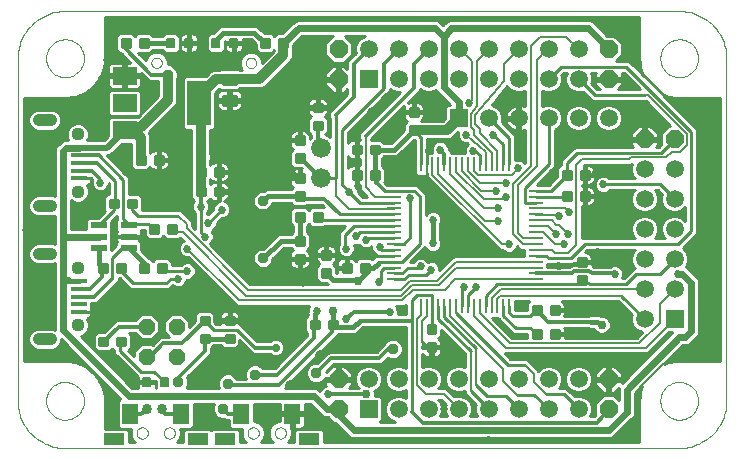
<source format=gtl>
G75*
%MOIN*%
%OFA0B0*%
%FSLAX24Y24*%
%IPPOS*%
%LPD*%
%AMOC8*
5,1,8,0,0,1.08239X$1,22.5*
%
%ADD10C,0.0088*%
%ADD11R,0.0787X0.0591*%
%ADD12R,0.0787X0.1496*%
%ADD13C,0.0100*%
%ADD14OC8,0.0600*%
%ADD15R,0.0472X0.0094*%
%ADD16R,0.0094X0.0472*%
%ADD17OC8,0.0340*%
%ADD18R,0.0591X0.0591*%
%ADD19C,0.0591*%
%ADD20C,0.0000*%
%ADD21R,0.0520X0.0220*%
%ADD22C,0.0660*%
%ADD23OC8,0.0540*%
%ADD24C,0.0075*%
%ADD25R,0.0550X0.0700*%
%ADD26R,0.0700X0.0400*%
%ADD27R,0.0531X0.0157*%
%ADD28C,0.0400*%
%ADD29C,0.0443*%
%ADD30C,0.0240*%
%ADD31C,0.0160*%
%ADD32C,0.0300*%
%ADD33C,0.0120*%
%ADD34C,0.0300*%
%ADD35C,0.0337*%
%ADD36C,0.0320*%
%ADD37C,0.0376*%
%ADD38C,0.0270*%
%ADD39C,0.0320*%
%ADD40C,0.0080*%
%ADD41C,0.0220*%
%ADD42C,0.0200*%
%ADD43C,0.0297*%
%ADD44C,0.0090*%
%ADD45C,0.0280*%
D10*
X007106Y007097D02*
X007368Y007097D01*
X007368Y006835D01*
X007106Y006835D01*
X007106Y007097D01*
X007106Y006922D02*
X007368Y006922D01*
X007368Y007009D02*
X007106Y007009D01*
X007106Y007096D02*
X007368Y007096D01*
X007706Y007097D02*
X007968Y007097D01*
X007968Y006835D01*
X007706Y006835D01*
X007706Y007097D01*
X007706Y006922D02*
X007968Y006922D01*
X007968Y007009D02*
X007706Y007009D01*
X007706Y007096D02*
X007968Y007096D01*
X010748Y007197D02*
X010748Y006935D01*
X010486Y006935D01*
X010486Y007197D01*
X010748Y007197D01*
X010748Y007022D02*
X010486Y007022D01*
X010486Y007109D02*
X010748Y007109D01*
X010748Y007196D02*
X010486Y007196D01*
X010748Y007535D02*
X010748Y007797D01*
X010748Y007535D02*
X010486Y007535D01*
X010486Y007797D01*
X010748Y007797D01*
X010748Y007622D02*
X010486Y007622D01*
X010486Y007709D02*
X010748Y007709D01*
X010748Y007796D02*
X010486Y007796D01*
X011581Y007797D02*
X011581Y007535D01*
X011319Y007535D01*
X011319Y007797D01*
X011581Y007797D01*
X011581Y007622D02*
X011319Y007622D01*
X011319Y007709D02*
X011581Y007709D01*
X011581Y007796D02*
X011319Y007796D01*
X011581Y007197D02*
X011581Y006935D01*
X011319Y006935D01*
X011319Y007197D01*
X011581Y007197D01*
X011581Y007022D02*
X011319Y007022D01*
X011319Y007109D02*
X011581Y007109D01*
X011581Y007196D02*
X011319Y007196D01*
X014156Y007405D02*
X014418Y007405D01*
X014156Y007405D02*
X014156Y007667D01*
X014418Y007667D01*
X014418Y007405D01*
X014418Y007492D02*
X014156Y007492D01*
X014156Y007579D02*
X014418Y007579D01*
X014418Y007666D02*
X014156Y007666D01*
X014756Y007405D02*
X015018Y007405D01*
X014756Y007405D02*
X014756Y007667D01*
X015018Y007667D01*
X015018Y007405D01*
X015018Y007492D02*
X014756Y007492D01*
X014756Y007579D02*
X015018Y007579D01*
X015018Y007666D02*
X014756Y007666D01*
X014798Y009125D02*
X014798Y009387D01*
X014798Y009125D02*
X014536Y009125D01*
X014536Y009387D01*
X014798Y009387D01*
X014798Y009212D02*
X014536Y009212D01*
X014536Y009299D02*
X014798Y009299D01*
X014798Y009386D02*
X014536Y009386D01*
X014798Y009725D02*
X014798Y009987D01*
X014798Y009725D02*
X014536Y009725D01*
X014536Y009987D01*
X014798Y009987D01*
X014798Y009812D02*
X014536Y009812D01*
X014536Y009899D02*
X014798Y009899D01*
X014798Y009986D02*
X014536Y009986D01*
X013656Y009847D02*
X013656Y009585D01*
X013656Y009847D02*
X013918Y009847D01*
X013918Y009585D01*
X013656Y009585D01*
X013656Y009672D02*
X013918Y009672D01*
X013918Y009759D02*
X013656Y009759D01*
X013656Y009846D02*
X013918Y009846D01*
X013656Y010185D02*
X013656Y010447D01*
X013918Y010447D01*
X013918Y010185D01*
X013656Y010185D01*
X013656Y010272D02*
X013918Y010272D01*
X013918Y010359D02*
X013656Y010359D01*
X013656Y010446D02*
X013918Y010446D01*
X013918Y010985D02*
X013656Y010985D01*
X013656Y011247D01*
X013918Y011247D01*
X013918Y010985D01*
X013918Y011072D02*
X013656Y011072D01*
X013656Y011159D02*
X013918Y011159D01*
X013918Y011246D02*
X013656Y011246D01*
X013918Y011685D02*
X013918Y011947D01*
X013918Y011685D02*
X013656Y011685D01*
X013656Y011947D01*
X013918Y011947D01*
X013918Y011772D02*
X013656Y011772D01*
X013656Y011859D02*
X013918Y011859D01*
X013918Y011946D02*
X013656Y011946D01*
X013918Y012285D02*
X013918Y012547D01*
X013918Y012285D02*
X013656Y012285D01*
X013656Y012547D01*
X013918Y012547D01*
X013918Y012372D02*
X013656Y012372D01*
X013656Y012459D02*
X013918Y012459D01*
X013918Y012546D02*
X013656Y012546D01*
X013918Y012945D02*
X013918Y013207D01*
X013918Y012945D02*
X013656Y012945D01*
X013656Y013207D01*
X013918Y013207D01*
X013918Y013032D02*
X013656Y013032D01*
X013656Y013119D02*
X013918Y013119D01*
X013918Y013206D02*
X013656Y013206D01*
X013918Y013545D02*
X013918Y013807D01*
X013918Y013545D02*
X013656Y013545D01*
X013656Y013807D01*
X013918Y013807D01*
X013918Y013632D02*
X013656Y013632D01*
X013656Y013719D02*
X013918Y013719D01*
X013918Y013806D02*
X013656Y013806D01*
X014518Y014035D02*
X014518Y014297D01*
X014518Y014035D02*
X014256Y014035D01*
X014256Y014297D01*
X014518Y014297D01*
X014518Y014122D02*
X014256Y014122D01*
X014256Y014209D02*
X014518Y014209D01*
X014518Y014296D02*
X014256Y014296D01*
X014518Y014635D02*
X014518Y014897D01*
X014518Y014635D02*
X014256Y014635D01*
X014256Y014897D01*
X014518Y014897D01*
X014518Y014722D02*
X014256Y014722D01*
X014256Y014809D02*
X014518Y014809D01*
X014518Y014896D02*
X014256Y014896D01*
X015556Y013497D02*
X015818Y013497D01*
X015818Y013235D01*
X015556Y013235D01*
X015556Y013497D01*
X015556Y013322D02*
X015818Y013322D01*
X015818Y013409D02*
X015556Y013409D01*
X015556Y013496D02*
X015818Y013496D01*
X016156Y013497D02*
X016418Y013497D01*
X016418Y013235D01*
X016156Y013235D01*
X016156Y013497D01*
X016156Y013322D02*
X016418Y013322D01*
X016418Y013409D02*
X016156Y013409D01*
X016156Y013496D02*
X016418Y013496D01*
X017718Y013885D02*
X017718Y014147D01*
X017718Y013885D02*
X017456Y013885D01*
X017456Y014147D01*
X017718Y014147D01*
X017718Y013972D02*
X017456Y013972D01*
X017456Y014059D02*
X017718Y014059D01*
X017718Y014146D02*
X017456Y014146D01*
X017718Y014485D02*
X017718Y014747D01*
X017718Y014485D02*
X017456Y014485D01*
X017456Y014747D01*
X017718Y014747D01*
X017718Y014572D02*
X017456Y014572D01*
X017456Y014659D02*
X017718Y014659D01*
X017718Y014746D02*
X017456Y014746D01*
X016418Y012647D02*
X016156Y012647D01*
X016418Y012647D02*
X016418Y012385D01*
X016156Y012385D01*
X016156Y012647D01*
X016156Y012472D02*
X016418Y012472D01*
X016418Y012559D02*
X016156Y012559D01*
X016156Y012646D02*
X016418Y012646D01*
X015818Y012647D02*
X015556Y012647D01*
X015818Y012647D02*
X015818Y012385D01*
X015556Y012385D01*
X015556Y012647D01*
X015556Y012472D02*
X015818Y012472D01*
X015818Y012559D02*
X015556Y012559D01*
X015556Y012646D02*
X015818Y012646D01*
X014518Y010985D02*
X014256Y010985D01*
X014256Y011247D01*
X014518Y011247D01*
X014518Y010985D01*
X014518Y011072D02*
X014256Y011072D01*
X014256Y011159D02*
X014518Y011159D01*
X014518Y011246D02*
X014256Y011246D01*
X015226Y009557D02*
X015488Y009557D01*
X015488Y009295D01*
X015226Y009295D01*
X015226Y009557D01*
X015226Y009382D02*
X015488Y009382D01*
X015488Y009469D02*
X015226Y009469D01*
X015226Y009556D02*
X015488Y009556D01*
X015826Y009557D02*
X016088Y009557D01*
X016088Y009295D01*
X015826Y009295D01*
X015826Y009557D01*
X015826Y009382D02*
X016088Y009382D01*
X016088Y009469D02*
X015826Y009469D01*
X015826Y009556D02*
X016088Y009556D01*
X018046Y007507D02*
X018046Y007245D01*
X018046Y007507D02*
X018308Y007507D01*
X018308Y007245D01*
X018046Y007245D01*
X018046Y007332D02*
X018308Y007332D01*
X018308Y007419D02*
X018046Y007419D01*
X018046Y007506D02*
X018308Y007506D01*
X018046Y006907D02*
X018046Y006645D01*
X018046Y006907D02*
X018308Y006907D01*
X018308Y006645D01*
X018046Y006645D01*
X018046Y006732D02*
X018308Y006732D01*
X018308Y006819D02*
X018046Y006819D01*
X018046Y006906D02*
X018308Y006906D01*
X021556Y007347D02*
X021818Y007347D01*
X021818Y007085D01*
X021556Y007085D01*
X021556Y007347D01*
X021556Y007172D02*
X021818Y007172D01*
X021818Y007259D02*
X021556Y007259D01*
X021556Y007346D02*
X021818Y007346D01*
X022156Y007347D02*
X022418Y007347D01*
X022418Y007085D01*
X022156Y007085D01*
X022156Y007347D01*
X022156Y007172D02*
X022418Y007172D01*
X022418Y007259D02*
X022156Y007259D01*
X022156Y007346D02*
X022418Y007346D01*
X022418Y008147D02*
X022156Y008147D01*
X022418Y008147D02*
X022418Y007885D01*
X022156Y007885D01*
X022156Y008147D01*
X022156Y007972D02*
X022418Y007972D01*
X022418Y008059D02*
X022156Y008059D01*
X022156Y008146D02*
X022418Y008146D01*
X021818Y008147D02*
X021556Y008147D01*
X021818Y008147D02*
X021818Y007885D01*
X021556Y007885D01*
X021556Y008147D01*
X021556Y007972D02*
X021818Y007972D01*
X021818Y008059D02*
X021556Y008059D01*
X021556Y008146D02*
X021818Y008146D01*
X023318Y008885D02*
X023318Y009147D01*
X023318Y008885D02*
X023056Y008885D01*
X023056Y009147D01*
X023318Y009147D01*
X023318Y008972D02*
X023056Y008972D01*
X023056Y009059D02*
X023318Y009059D01*
X023318Y009146D02*
X023056Y009146D01*
X023318Y009485D02*
X023318Y009747D01*
X023318Y009485D02*
X023056Y009485D01*
X023056Y009747D01*
X023318Y009747D01*
X023318Y009572D02*
X023056Y009572D01*
X023056Y009659D02*
X023318Y009659D01*
X023318Y009746D02*
X023056Y009746D01*
X023156Y011685D02*
X023418Y011685D01*
X023156Y011685D02*
X023156Y011947D01*
X023418Y011947D01*
X023418Y011685D01*
X023418Y011772D02*
X023156Y011772D01*
X023156Y011859D02*
X023418Y011859D01*
X023418Y011946D02*
X023156Y011946D01*
X022818Y011685D02*
X022556Y011685D01*
X022556Y011947D01*
X022818Y011947D01*
X022818Y011685D01*
X022818Y011772D02*
X022556Y011772D01*
X022556Y011859D02*
X022818Y011859D01*
X022818Y011946D02*
X022556Y011946D01*
X022556Y012385D02*
X022818Y012385D01*
X022556Y012385D02*
X022556Y012647D01*
X022818Y012647D01*
X022818Y012385D01*
X022818Y012472D02*
X022556Y012472D01*
X022556Y012559D02*
X022818Y012559D01*
X022818Y012646D02*
X022556Y012646D01*
X023156Y012385D02*
X023418Y012385D01*
X023156Y012385D02*
X023156Y012647D01*
X023418Y012647D01*
X023418Y012385D01*
X023418Y012472D02*
X023156Y012472D01*
X023156Y012559D02*
X023418Y012559D01*
X023418Y012646D02*
X023156Y012646D01*
X013368Y016785D02*
X013106Y016785D01*
X013106Y017047D01*
X013368Y017047D01*
X013368Y016785D01*
X013368Y016872D02*
X013106Y016872D01*
X013106Y016959D02*
X013368Y016959D01*
X013368Y017046D02*
X013106Y017046D01*
X012768Y016785D02*
X012506Y016785D01*
X012506Y017047D01*
X012768Y017047D01*
X012768Y016785D01*
X012768Y016872D02*
X012506Y016872D01*
X012506Y016959D02*
X012768Y016959D01*
X012768Y017046D02*
X012506Y017046D01*
X008718Y016785D02*
X008456Y016785D01*
X008456Y017047D01*
X008718Y017047D01*
X008718Y016785D01*
X008718Y016872D02*
X008456Y016872D01*
X008456Y016959D02*
X008718Y016959D01*
X008718Y017046D02*
X008456Y017046D01*
X008118Y016785D02*
X007856Y016785D01*
X007856Y017047D01*
X008118Y017047D01*
X008118Y016785D01*
X008118Y016872D02*
X007856Y016872D01*
X007856Y016959D02*
X008118Y016959D01*
X008118Y017046D02*
X007856Y017046D01*
X008356Y012885D02*
X008618Y012885D01*
X008356Y012885D02*
X008356Y013147D01*
X008618Y013147D01*
X008618Y012885D01*
X008618Y012972D02*
X008356Y012972D01*
X008356Y013059D02*
X008618Y013059D01*
X008618Y013146D02*
X008356Y013146D01*
X008956Y012885D02*
X009218Y012885D01*
X008956Y012885D02*
X008956Y013147D01*
X009218Y013147D01*
X009218Y012885D01*
X009218Y012972D02*
X008956Y012972D01*
X008956Y013059D02*
X009218Y013059D01*
X009218Y013146D02*
X008956Y013146D01*
X010356Y012747D02*
X010618Y012747D01*
X010618Y012485D01*
X010356Y012485D01*
X010356Y012747D01*
X010356Y012572D02*
X010618Y012572D01*
X010618Y012659D02*
X010356Y012659D01*
X010356Y012746D02*
X010618Y012746D01*
X010956Y012747D02*
X011218Y012747D01*
X011218Y012485D01*
X010956Y012485D01*
X010956Y012747D01*
X010956Y012572D02*
X011218Y012572D01*
X011218Y012659D02*
X010956Y012659D01*
X010956Y012746D02*
X011218Y012746D01*
X011218Y011835D02*
X010956Y011835D01*
X010956Y012097D01*
X011218Y012097D01*
X011218Y011835D01*
X011218Y011922D02*
X010956Y011922D01*
X010956Y012009D02*
X011218Y012009D01*
X011218Y012096D02*
X010956Y012096D01*
X010618Y011835D02*
X010356Y011835D01*
X010356Y012097D01*
X010618Y012097D01*
X010618Y011835D01*
X010618Y011922D02*
X010356Y011922D01*
X010356Y012009D02*
X010618Y012009D01*
X010618Y012096D02*
X010356Y012096D01*
X009668Y010585D02*
X009406Y010585D01*
X009406Y010847D01*
X009668Y010847D01*
X009668Y010585D01*
X009668Y010672D02*
X009406Y010672D01*
X009406Y010759D02*
X009668Y010759D01*
X009668Y010846D02*
X009406Y010846D01*
X009068Y010585D02*
X008806Y010585D01*
X008806Y010847D01*
X009068Y010847D01*
X009068Y010585D01*
X009068Y010672D02*
X008806Y010672D01*
X008806Y010759D02*
X009068Y010759D01*
X009068Y010846D02*
X008806Y010846D01*
X008318Y011435D02*
X008056Y011435D01*
X008056Y011697D01*
X008318Y011697D01*
X008318Y011435D01*
X008318Y011522D02*
X008056Y011522D01*
X008056Y011609D02*
X008318Y011609D01*
X008318Y011696D02*
X008056Y011696D01*
X007718Y011435D02*
X007456Y011435D01*
X007456Y011697D01*
X007718Y011697D01*
X007718Y011435D01*
X007718Y011522D02*
X007456Y011522D01*
X007456Y011609D02*
X007718Y011609D01*
X007718Y011696D02*
X007456Y011696D01*
X007368Y009285D02*
X007106Y009285D01*
X007106Y009547D01*
X007368Y009547D01*
X007368Y009285D01*
X007368Y009372D02*
X007106Y009372D01*
X007106Y009459D02*
X007368Y009459D01*
X007368Y009546D02*
X007106Y009546D01*
X007706Y009285D02*
X007968Y009285D01*
X007706Y009285D02*
X007706Y009547D01*
X007968Y009547D01*
X007968Y009285D01*
X007968Y009372D02*
X007706Y009372D01*
X007706Y009459D02*
X007968Y009459D01*
X007968Y009546D02*
X007706Y009546D01*
X008456Y009285D02*
X008718Y009285D01*
X008456Y009285D02*
X008456Y009547D01*
X008718Y009547D01*
X008718Y009285D01*
X008718Y009372D02*
X008456Y009372D01*
X008456Y009459D02*
X008718Y009459D01*
X008718Y009546D02*
X008456Y009546D01*
X009056Y009285D02*
X009318Y009285D01*
X009056Y009285D02*
X009056Y009547D01*
X009318Y009547D01*
X009318Y009285D01*
X009318Y009372D02*
X009056Y009372D01*
X009056Y009459D02*
X009318Y009459D01*
X009318Y009546D02*
X009056Y009546D01*
D11*
X007946Y014010D03*
X007946Y014916D03*
X007946Y015821D03*
D12*
X010427Y014916D03*
D13*
X009883Y014940D02*
X009691Y014940D01*
X009697Y014954D02*
X009649Y014840D01*
X009562Y014753D01*
X008749Y013939D01*
X008749Y013938D01*
X008797Y013824D01*
X008797Y013259D01*
X008800Y013266D01*
X008836Y013302D01*
X008881Y013327D01*
X008930Y013341D01*
X009049Y013341D01*
X009049Y013053D01*
X009124Y013053D01*
X009124Y013341D01*
X009243Y013341D01*
X009293Y013327D01*
X009337Y013302D01*
X009373Y013266D01*
X009398Y013222D01*
X009412Y013172D01*
X009412Y013053D01*
X009124Y013053D01*
X009124Y012978D01*
X009124Y012691D01*
X009243Y012691D01*
X009293Y012704D01*
X009337Y012729D01*
X009373Y012765D01*
X009398Y012810D01*
X009412Y012859D01*
X009412Y012978D01*
X009124Y012978D01*
X009049Y012978D01*
X009049Y012691D01*
X008930Y012691D01*
X008881Y012704D01*
X008836Y012729D01*
X008800Y012765D01*
X008790Y012783D01*
X008698Y012691D01*
X008275Y012691D01*
X008162Y012804D01*
X008162Y013227D01*
X008177Y013242D01*
X008177Y013565D01*
X007855Y013565D01*
X007505Y013215D01*
X007414Y013177D01*
X007358Y013177D01*
X007969Y012566D01*
X008087Y012448D01*
X008087Y011891D01*
X008398Y011891D01*
X008512Y011777D01*
X008512Y011366D01*
X009819Y011366D01*
X009937Y011248D01*
X009937Y011234D01*
X010202Y010969D01*
X010202Y010818D01*
X010287Y010733D01*
X010287Y011263D01*
X010245Y011304D01*
X010202Y011409D01*
X010202Y011522D01*
X010245Y011627D01*
X010267Y011649D01*
X010162Y011754D01*
X010162Y012177D01*
X010177Y012192D01*
X010177Y012389D01*
X010162Y012404D01*
X010162Y012827D01*
X010177Y012842D01*
X010177Y012980D01*
X010149Y013048D01*
X010149Y013183D01*
X010177Y013251D01*
X010177Y014018D01*
X009971Y014018D01*
X009883Y014105D01*
X009883Y015726D01*
X009971Y015814D01*
X010646Y015814D01*
X010724Y015891D01*
X010811Y015978D01*
X010925Y016026D01*
X011089Y016026D01*
X011129Y016066D01*
X011744Y016066D01*
X011784Y016026D01*
X011860Y016026D01*
X011845Y016041D01*
X011788Y016178D01*
X011788Y016328D01*
X011845Y016465D01*
X011950Y016571D01*
X012088Y016628D01*
X012237Y016628D01*
X012375Y016571D01*
X012481Y016465D01*
X012538Y016328D01*
X012538Y016255D01*
X012927Y016644D01*
X012927Y016669D01*
X012848Y016591D01*
X012425Y016591D01*
X012312Y016704D01*
X012312Y016900D01*
X012163Y017036D01*
X011887Y017036D01*
X011887Y016941D01*
X011612Y016941D01*
X011612Y016891D01*
X011887Y016891D01*
X011887Y016753D01*
X011874Y016706D01*
X011849Y016663D01*
X011814Y016628D01*
X011771Y016603D01*
X011724Y016591D01*
X011612Y016591D01*
X011612Y016891D01*
X011562Y016891D01*
X011562Y016591D01*
X011449Y016591D01*
X011402Y016603D01*
X011359Y016628D01*
X011324Y016663D01*
X011299Y016706D01*
X011287Y016753D01*
X011287Y016891D01*
X011562Y016891D01*
X011562Y016941D01*
X011287Y016941D01*
X011287Y016990D01*
X011287Y016990D01*
X011287Y016700D01*
X011177Y016591D01*
X010796Y016591D01*
X010687Y016700D01*
X010687Y017131D01*
X010796Y017241D01*
X010886Y017241D01*
X011007Y017361D01*
X011141Y017496D01*
X012247Y017496D01*
X012336Y017500D01*
X012341Y017496D01*
X012347Y017496D01*
X012411Y017432D01*
X012621Y017241D01*
X012848Y017241D01*
X012937Y017152D01*
X013025Y017241D01*
X013189Y017241D01*
X013584Y017610D01*
X013618Y017645D01*
X013623Y017646D01*
X013626Y017650D01*
X013672Y017667D01*
X013718Y017686D01*
X013722Y017686D01*
X013727Y017687D01*
X013776Y017686D01*
X018340Y017686D01*
X018440Y017645D01*
X018569Y017515D01*
X018606Y017559D01*
X018610Y017569D01*
X018641Y017599D01*
X018670Y017632D01*
X018679Y017637D01*
X018686Y017645D01*
X018727Y017661D01*
X018765Y017681D01*
X018776Y017682D01*
X018786Y017686D01*
X018829Y017686D01*
X018872Y017689D01*
X018882Y017686D01*
X023440Y017686D01*
X023540Y017645D01*
X023616Y017569D01*
X024018Y017166D01*
X024273Y017166D01*
X024537Y016902D01*
X024537Y016529D01*
X024333Y016326D01*
X024760Y016326D01*
X024877Y016208D01*
X025213Y015873D01*
X025198Y015900D01*
X025202Y015911D01*
X025178Y015976D01*
X025167Y015982D01*
X025156Y016033D01*
X025138Y016081D01*
X025143Y016092D01*
X025129Y016159D01*
X025120Y016167D01*
X025116Y016218D01*
X025105Y016268D01*
X025112Y016279D01*
X025107Y016341D01*
X025103Y016346D01*
X025103Y016402D01*
X025099Y016459D01*
X025103Y016464D01*
X025103Y017783D01*
X007293Y017783D01*
X007293Y016464D01*
X007297Y016459D01*
X007293Y016402D01*
X007293Y016346D01*
X007288Y016341D01*
X007284Y016279D01*
X007290Y016268D01*
X007279Y016218D01*
X007276Y016167D01*
X007266Y016159D01*
X007252Y016092D01*
X007257Y016081D01*
X007239Y016033D01*
X007228Y015982D01*
X007218Y015976D01*
X007194Y015911D01*
X007197Y015900D01*
X007173Y015855D01*
X007155Y015806D01*
X007144Y015801D01*
X007111Y015741D01*
X007112Y015729D01*
X007082Y015688D01*
X007057Y015643D01*
X007045Y015639D01*
X007004Y015584D01*
X007004Y015572D01*
X006968Y015536D01*
X006937Y015495D01*
X006925Y015493D01*
X006876Y015444D01*
X006875Y015432D01*
X006833Y015401D01*
X006797Y015365D01*
X006785Y015365D01*
X006730Y015324D01*
X006726Y015312D01*
X006681Y015288D01*
X006640Y015257D01*
X006628Y015259D01*
X006568Y015226D01*
X006563Y015215D01*
X006515Y015197D01*
X006469Y015172D01*
X006458Y015175D01*
X006393Y015151D01*
X006387Y015141D01*
X006337Y015130D01*
X006288Y015112D01*
X006277Y015117D01*
X006210Y015103D01*
X006202Y015093D01*
X006151Y015090D01*
X006101Y015079D01*
X006090Y015085D01*
X006028Y015081D01*
X006024Y015077D01*
X005967Y015077D01*
X005910Y015073D01*
X005905Y015077D01*
X004587Y015077D01*
X004587Y006322D01*
X005905Y006322D01*
X005910Y006326D01*
X005967Y006322D01*
X006024Y006322D01*
X006028Y006317D01*
X006090Y006313D01*
X006101Y006319D01*
X006151Y006308D01*
X006202Y006305D01*
X006210Y006295D01*
X006277Y006281D01*
X006288Y006286D01*
X006337Y006268D01*
X006387Y006257D01*
X006393Y006247D01*
X006458Y006223D01*
X006469Y006226D01*
X006515Y006202D01*
X006563Y006184D01*
X006568Y006173D01*
X006628Y006140D01*
X006640Y006141D01*
X006681Y006111D01*
X006726Y006086D01*
X006730Y006074D01*
X006785Y006033D01*
X006797Y006033D01*
X006833Y005997D01*
X006875Y005966D01*
X006876Y005954D01*
X006925Y005905D01*
X006937Y005904D01*
X006968Y005862D01*
X007004Y005826D01*
X007004Y005814D01*
X007045Y005759D01*
X007057Y005755D01*
X007082Y005710D01*
X007112Y005669D01*
X007111Y005657D01*
X007144Y005597D01*
X007155Y005592D01*
X007173Y005544D01*
X007197Y005498D01*
X007194Y005487D01*
X007218Y005422D01*
X007228Y005416D01*
X007239Y005366D01*
X007257Y005317D01*
X007252Y005306D01*
X007266Y005239D01*
X007276Y005231D01*
X007279Y005180D01*
X007290Y005130D01*
X007284Y005119D01*
X007288Y005057D01*
X007293Y005053D01*
X007293Y004996D01*
X007297Y004939D01*
X007293Y004934D01*
X007293Y004066D01*
X007999Y004066D01*
X008087Y003978D01*
X008087Y003616D01*
X008287Y003616D01*
X008206Y003696D01*
X008147Y003839D01*
X008147Y003993D01*
X008177Y004066D01*
X007799Y004066D01*
X007712Y004153D01*
X007712Y004978D01*
X007799Y005066D01*
X007805Y005066D01*
X005837Y007034D01*
X005837Y006969D01*
X005783Y006840D01*
X005685Y006742D01*
X005556Y006688D01*
X005017Y006688D01*
X004888Y006742D01*
X004790Y006840D01*
X004737Y006969D01*
X004737Y007108D01*
X004790Y007237D01*
X004888Y007335D01*
X005017Y007388D01*
X005556Y007388D01*
X005617Y007363D01*
X005617Y008953D01*
X005616Y008955D01*
X005617Y009007D01*
X005617Y009568D01*
X005556Y009543D01*
X005017Y009543D01*
X004888Y009596D01*
X004790Y009695D01*
X004737Y009823D01*
X004737Y009962D01*
X004790Y010091D01*
X004888Y010189D01*
X005017Y010243D01*
X005556Y010243D01*
X005617Y010218D01*
X005617Y011163D01*
X005556Y011138D01*
X005017Y011138D01*
X004888Y011192D01*
X004790Y011290D01*
X004737Y011419D01*
X004737Y011558D01*
X004790Y011687D01*
X004888Y011785D01*
X005017Y011838D01*
X005556Y011838D01*
X005617Y011813D01*
X005617Y013369D01*
X005658Y013469D01*
X005734Y013545D01*
X005758Y013555D01*
X005851Y013648D01*
X005947Y013687D01*
X006063Y013687D01*
X006018Y013796D01*
X006018Y013944D01*
X006074Y014081D01*
X006179Y014185D01*
X006315Y014242D01*
X006463Y014242D01*
X006599Y014185D01*
X006704Y014081D01*
X006760Y013944D01*
X006760Y013796D01*
X006711Y013677D01*
X007260Y013677D01*
X007403Y013820D01*
X007403Y014368D01*
X007491Y014455D01*
X008388Y014455D01*
X009077Y015144D01*
X009077Y015656D01*
X008750Y015656D01*
X008627Y015779D01*
X008490Y015915D01*
X008490Y015871D01*
X007996Y015871D01*
X007896Y015871D01*
X007896Y015771D01*
X007403Y015771D01*
X007403Y015506D01*
X007413Y015468D01*
X007433Y015434D01*
X007461Y015406D01*
X007495Y015386D01*
X007533Y015376D01*
X007896Y015376D01*
X007896Y015771D01*
X007996Y015771D01*
X007996Y015376D01*
X008360Y015376D01*
X008398Y015386D01*
X008432Y015406D01*
X008460Y015434D01*
X008480Y015468D01*
X008490Y015506D01*
X008490Y015771D01*
X007996Y015771D01*
X007996Y015871D01*
X007996Y016266D01*
X008139Y016266D01*
X007848Y016558D01*
X007824Y016563D01*
X007805Y016591D01*
X007775Y016591D01*
X007662Y016704D01*
X007662Y017127D01*
X007775Y017241D01*
X008198Y017241D01*
X008287Y017152D01*
X008375Y017241D01*
X008798Y017241D01*
X008893Y017146D01*
X009201Y017146D01*
X009296Y017241D01*
X009677Y017241D01*
X009787Y017131D01*
X009787Y016700D01*
X009677Y016591D01*
X009296Y016591D01*
X009201Y016686D01*
X008893Y016686D01*
X008798Y016591D01*
X008409Y016591D01*
X008648Y016351D01*
X008695Y016465D01*
X008801Y016571D01*
X008938Y016628D01*
X009088Y016628D01*
X009225Y016571D01*
X009331Y016465D01*
X009388Y016328D01*
X009388Y016204D01*
X009454Y016204D01*
X009578Y016152D01*
X009673Y016057D01*
X009725Y015933D01*
X009725Y015798D01*
X009697Y015730D01*
X009697Y014954D01*
X009697Y015039D02*
X009883Y015039D01*
X009883Y015137D02*
X009697Y015137D01*
X009697Y015236D02*
X009883Y015236D01*
X009883Y015334D02*
X009697Y015334D01*
X009697Y015433D02*
X009883Y015433D01*
X009883Y015531D02*
X009697Y015531D01*
X009697Y015630D02*
X009883Y015630D01*
X009885Y015728D02*
X009697Y015728D01*
X009725Y015827D02*
X010659Y015827D01*
X010758Y015925D02*
X009725Y015925D01*
X009687Y016024D02*
X010920Y016024D01*
X011212Y015866D02*
X011212Y015566D01*
X011212Y015866D02*
X011662Y015866D01*
X011662Y015566D01*
X011212Y015566D01*
X011212Y015665D02*
X011662Y015665D01*
X011662Y015764D02*
X011212Y015764D01*
X011212Y015863D02*
X011662Y015863D01*
X011811Y016122D02*
X009608Y016122D01*
X009388Y016221D02*
X011788Y016221D01*
X011788Y016319D02*
X009388Y016319D01*
X009351Y016418D02*
X011825Y016418D01*
X011895Y016516D02*
X009280Y016516D01*
X009272Y016615D02*
X009120Y016615D01*
X008906Y016615D02*
X008822Y016615D01*
X008746Y016516D02*
X008483Y016516D01*
X008582Y016418D02*
X008675Y016418D01*
X008086Y016319D02*
X007287Y016319D01*
X007280Y016221D02*
X007445Y016221D01*
X007433Y016209D02*
X007413Y016174D01*
X007403Y016136D01*
X007403Y015871D01*
X007896Y015871D01*
X007896Y016266D01*
X007533Y016266D01*
X007495Y016256D01*
X007461Y016236D01*
X007433Y016209D01*
X007403Y016122D02*
X007258Y016122D01*
X007237Y016024D02*
X007403Y016024D01*
X007403Y015925D02*
X007199Y015925D01*
X007162Y015827D02*
X007896Y015827D01*
X007896Y015925D02*
X007996Y015925D01*
X007996Y015827D02*
X008579Y015827D01*
X008490Y015728D02*
X008677Y015728D01*
X008490Y015630D02*
X009077Y015630D01*
X009077Y015531D02*
X008490Y015531D01*
X008459Y015433D02*
X009077Y015433D01*
X009077Y015334D02*
X008429Y015334D01*
X008402Y015361D02*
X008490Y015273D01*
X008490Y014558D01*
X008402Y014470D01*
X007491Y014470D01*
X007403Y014558D01*
X007403Y015273D01*
X007491Y015361D01*
X008402Y015361D01*
X008490Y015236D02*
X009077Y015236D01*
X009070Y015137D02*
X008490Y015137D01*
X008490Y015039D02*
X008971Y015039D01*
X008873Y014940D02*
X008490Y014940D01*
X008490Y014842D02*
X008774Y014842D01*
X008676Y014743D02*
X008490Y014743D01*
X008490Y014645D02*
X008577Y014645D01*
X008479Y014546D02*
X008478Y014546D01*
X008962Y014152D02*
X009883Y014152D01*
X009883Y014251D02*
X009060Y014251D01*
X009159Y014349D02*
X009883Y014349D01*
X009883Y014448D02*
X009257Y014448D01*
X009356Y014546D02*
X009883Y014546D01*
X009883Y014645D02*
X009454Y014645D01*
X009553Y014743D02*
X009883Y014743D01*
X009883Y014842D02*
X009650Y014842D01*
X009935Y014054D02*
X008863Y014054D01*
X008765Y013955D02*
X010177Y013955D01*
X010177Y013857D02*
X008783Y013857D01*
X008797Y013758D02*
X010177Y013758D01*
X010177Y013660D02*
X008797Y013660D01*
X008797Y013561D02*
X010177Y013561D01*
X010177Y013463D02*
X008797Y013463D01*
X008797Y013364D02*
X010177Y013364D01*
X010177Y013266D02*
X009373Y013266D01*
X009412Y013167D02*
X010149Y013167D01*
X010149Y013069D02*
X009412Y013069D01*
X009412Y012970D02*
X010177Y012970D01*
X010177Y012872D02*
X009412Y012872D01*
X009377Y012773D02*
X010162Y012773D01*
X010162Y012675D02*
X007860Y012675D01*
X007762Y012773D02*
X008193Y012773D01*
X008162Y012872D02*
X007663Y012872D01*
X007565Y012970D02*
X008162Y012970D01*
X008162Y013069D02*
X007466Y013069D01*
X007368Y013167D02*
X008162Y013167D01*
X008177Y013266D02*
X007556Y013266D01*
X007654Y013364D02*
X008177Y013364D01*
X008177Y013463D02*
X007753Y013463D01*
X007851Y013561D02*
X008177Y013561D01*
X008797Y013266D02*
X008800Y013266D01*
X009049Y013266D02*
X009124Y013266D01*
X009124Y013167D02*
X009049Y013167D01*
X009049Y013069D02*
X009124Y013069D01*
X009124Y012970D02*
X009049Y012970D01*
X009049Y012872D02*
X009124Y012872D01*
X009124Y012773D02*
X009049Y012773D01*
X008796Y012773D02*
X008781Y012773D01*
X008057Y012478D02*
X010162Y012478D01*
X010162Y012576D02*
X007959Y012576D01*
X007887Y012366D02*
X007887Y011036D01*
X008087Y010836D01*
X008232Y010881D01*
X008737Y010881D01*
X008937Y010716D01*
X008612Y010681D02*
X008612Y010504D01*
X008725Y010391D01*
X009148Y010391D01*
X009237Y010479D01*
X009325Y010391D01*
X009748Y010391D01*
X009783Y010426D01*
X009809Y010426D01*
X009912Y010322D01*
X009875Y010307D01*
X009795Y010227D01*
X009752Y010122D01*
X009752Y010009D01*
X009795Y009904D01*
X009875Y009824D01*
X009980Y009781D01*
X010053Y009781D01*
X011685Y008149D01*
X014110Y008149D01*
X014071Y008055D01*
X014071Y007997D01*
X014057Y007983D01*
X014057Y007954D01*
X014041Y007929D01*
X014057Y007862D01*
X014057Y007842D01*
X013962Y007747D01*
X013962Y007324D01*
X014042Y007244D01*
X014042Y007168D01*
X012950Y006076D01*
X012555Y006076D01*
X012478Y006152D01*
X012354Y006204D01*
X012219Y006204D01*
X012095Y006152D01*
X012000Y006057D01*
X011949Y005933D01*
X011949Y005798D01*
X011979Y005726D01*
X011686Y005726D01*
X011673Y005757D01*
X011578Y005852D01*
X011454Y005904D01*
X011319Y005904D01*
X011195Y005852D01*
X011100Y005757D01*
X011049Y005633D01*
X011049Y005498D01*
X011079Y005426D01*
X010024Y005426D01*
X010075Y005548D01*
X010075Y005683D01*
X010038Y005770D01*
X010827Y006559D01*
X010827Y006741D01*
X010828Y006741D01*
X010923Y006836D01*
X011143Y006836D01*
X011238Y006741D01*
X011661Y006741D01*
X011775Y006854D01*
X011775Y007008D01*
X012090Y006693D01*
X012090Y006679D01*
X012213Y006556D01*
X012786Y006556D01*
X012822Y006520D01*
X012929Y006476D01*
X013044Y006476D01*
X013151Y006520D01*
X013232Y006601D01*
X013277Y006708D01*
X013277Y006823D01*
X013232Y006930D01*
X013151Y007011D01*
X013044Y007056D01*
X012929Y007056D01*
X012822Y007011D01*
X012786Y006976D01*
X012372Y006976D01*
X011782Y007566D01*
X011775Y007566D01*
X011775Y007628D01*
X011487Y007628D01*
X011487Y007703D01*
X011412Y007703D01*
X011412Y007628D01*
X011125Y007628D01*
X011125Y007566D01*
X010999Y007566D01*
X010942Y007623D01*
X010942Y007877D01*
X010828Y007991D01*
X010405Y007991D01*
X010292Y007877D01*
X010292Y007638D01*
X010107Y007453D01*
X010107Y007640D01*
X009861Y007886D01*
X009513Y007886D01*
X009267Y007640D01*
X009267Y007292D01*
X009433Y007126D01*
X009150Y007126D01*
X009027Y007003D01*
X008885Y006861D01*
X008861Y006886D01*
X008513Y006886D01*
X008267Y006640D01*
X008267Y006468D01*
X008071Y006664D01*
X008162Y006754D01*
X008162Y007177D01*
X008083Y007256D01*
X008303Y007256D01*
X008513Y007046D01*
X008861Y007046D01*
X009107Y007292D01*
X009107Y007640D01*
X008861Y007886D01*
X008513Y007886D01*
X008303Y007676D01*
X007754Y007676D01*
X007668Y007677D01*
X007667Y007676D01*
X007665Y007676D01*
X007605Y007615D01*
X007270Y007291D01*
X007025Y007291D01*
X006912Y007177D01*
X006912Y006754D01*
X007025Y006641D01*
X007448Y006641D01*
X007537Y006729D01*
X007586Y006680D01*
X007576Y006617D01*
X007587Y006602D01*
X007587Y006583D01*
X007633Y006536D01*
X007672Y006482D01*
X007691Y006479D01*
X008287Y005883D01*
X008388Y005782D01*
X008387Y005778D01*
X008387Y005641D01*
X008662Y005641D01*
X008662Y005591D01*
X008387Y005591D01*
X008387Y005453D01*
X008394Y005426D01*
X008208Y005426D01*
X006485Y007149D01*
X006599Y007196D01*
X006704Y007300D01*
X006760Y007437D01*
X006760Y007585D01*
X006704Y007721D01*
X006700Y007725D01*
X006704Y007725D01*
X006742Y007735D01*
X006776Y007755D01*
X006804Y007783D01*
X006824Y007817D01*
X006834Y007855D01*
X006834Y007954D01*
X006834Y008052D01*
X006831Y008065D01*
X006834Y008069D01*
X006834Y008256D01*
X007024Y008256D01*
X007747Y008979D01*
X007747Y009091D01*
X007779Y009091D01*
X008037Y008833D01*
X008154Y008716D01*
X009419Y008716D01*
X009552Y008848D01*
X009575Y008824D01*
X009680Y008781D01*
X009793Y008781D01*
X009898Y008824D01*
X009978Y008904D01*
X010022Y009009D01*
X010022Y009031D01*
X010093Y009031D01*
X010198Y009074D01*
X010278Y009154D01*
X010322Y009259D01*
X010322Y009372D01*
X010278Y009477D01*
X010198Y009557D01*
X010093Y009601D01*
X009980Y009601D01*
X009875Y009557D01*
X009834Y009516D01*
X009512Y009516D01*
X009512Y009627D01*
X009398Y009741D01*
X008975Y009741D01*
X008887Y009652D01*
X008798Y009741D01*
X008767Y009741D01*
X008682Y009826D01*
X008497Y010011D01*
X008497Y010268D01*
X008479Y010285D01*
X008486Y010298D01*
X008497Y010336D01*
X008497Y010461D01*
X008092Y010461D01*
X008092Y010471D01*
X008497Y010471D01*
X008497Y010595D01*
X008486Y010634D01*
X008479Y010646D01*
X008497Y010663D01*
X008497Y010681D01*
X008612Y010681D01*
X008612Y010606D02*
X008494Y010606D01*
X008497Y010508D02*
X008612Y010508D01*
X008707Y010409D02*
X008497Y010409D01*
X008490Y010311D02*
X009883Y010311D01*
X009825Y010409D02*
X009767Y010409D01*
X009789Y010212D02*
X008497Y010212D01*
X008497Y010114D02*
X009752Y010114D01*
X009752Y010015D02*
X008497Y010015D01*
X008591Y009917D02*
X009790Y009917D01*
X009889Y009818D02*
X008689Y009818D01*
X008819Y009720D02*
X008954Y009720D01*
X009419Y009720D02*
X010114Y009720D01*
X010212Y009621D02*
X009512Y009621D01*
X009512Y009523D02*
X009841Y009523D01*
X010037Y009316D02*
X009287Y009316D01*
X009187Y009416D01*
X009487Y009066D02*
X009737Y009066D01*
X009487Y009066D02*
X009337Y008916D01*
X008237Y008916D01*
X007821Y009331D01*
X007771Y009331D01*
X007747Y009030D02*
X007839Y009030D01*
X007938Y008932D02*
X007700Y008932D01*
X007601Y008833D02*
X008036Y008833D01*
X008135Y008735D02*
X007503Y008735D01*
X007404Y008636D02*
X011197Y008636D01*
X011099Y008735D02*
X009438Y008735D01*
X009537Y008833D02*
X009566Y008833D01*
X009907Y008833D02*
X011000Y008833D01*
X010902Y008932D02*
X009990Y008932D01*
X010022Y009030D02*
X010803Y009030D01*
X010705Y009129D02*
X010253Y009129D01*
X010308Y009227D02*
X010606Y009227D01*
X010508Y009326D02*
X010322Y009326D01*
X010300Y009424D02*
X010409Y009424D01*
X010311Y009523D02*
X010233Y009523D01*
X011005Y010015D02*
X012380Y010015D01*
X012423Y010058D02*
X012236Y009871D01*
X012236Y009606D01*
X012423Y009418D01*
X012688Y009418D01*
X012876Y009606D01*
X012876Y009724D01*
X013258Y010086D01*
X013480Y010086D01*
X013554Y010012D01*
X013536Y010002D01*
X013500Y009966D01*
X013475Y009922D01*
X013462Y009872D01*
X013462Y009753D01*
X013749Y009753D01*
X013749Y009678D01*
X013824Y009678D01*
X013824Y009391D01*
X013943Y009391D01*
X013993Y009404D01*
X014037Y009429D01*
X014073Y009465D01*
X014098Y009510D01*
X014112Y009559D01*
X014112Y009678D01*
X013824Y009678D01*
X013824Y009753D01*
X014112Y009753D01*
X014112Y009872D01*
X014098Y009922D01*
X014073Y009966D01*
X014037Y010002D01*
X014019Y010012D01*
X014112Y010104D01*
X014112Y010527D01*
X014017Y010622D01*
X014017Y010809D01*
X014087Y010879D01*
X014175Y010791D01*
X014598Y010791D01*
X014615Y010808D01*
X015296Y010808D01*
X015204Y010716D01*
X015087Y010598D01*
X015087Y010210D01*
X015050Y010122D01*
X015050Y010009D01*
X015094Y009904D01*
X015174Y009824D01*
X015279Y009781D01*
X015392Y009781D01*
X015497Y009824D01*
X015577Y009904D01*
X015620Y010009D01*
X015620Y010122D01*
X015591Y010193D01*
X015610Y010185D01*
X015723Y010185D01*
X015749Y010196D01*
X015749Y010196D01*
X015829Y010115D01*
X015934Y010072D01*
X016048Y010072D01*
X016152Y010115D01*
X016172Y010136D01*
X016172Y010060D01*
X016216Y009955D01*
X016296Y009875D01*
X016401Y009832D01*
X016423Y009832D01*
X016425Y009830D01*
X016318Y009830D01*
X016203Y009715D01*
X016168Y009751D01*
X015745Y009751D01*
X015653Y009658D01*
X015643Y009676D01*
X015607Y009712D01*
X015563Y009737D01*
X015513Y009751D01*
X015394Y009751D01*
X015394Y009463D01*
X015319Y009463D01*
X015319Y009388D01*
X015032Y009388D01*
X015032Y009269D01*
X015038Y009246D01*
X015002Y009246D01*
X014992Y009256D01*
X014992Y009467D01*
X014899Y009559D01*
X014917Y009569D01*
X014953Y009605D01*
X014978Y009650D01*
X014992Y009699D01*
X014992Y009818D01*
X014704Y009818D01*
X014704Y009893D01*
X014629Y009893D01*
X014629Y009818D01*
X014342Y009818D01*
X014342Y009699D01*
X014355Y009650D01*
X014380Y009605D01*
X014416Y009569D01*
X014434Y009559D01*
X014342Y009467D01*
X014342Y009044D01*
X014455Y008931D01*
X014666Y008931D01*
X014721Y008876D01*
X012144Y008876D01*
X010797Y010223D01*
X010798Y010224D01*
X010878Y010304D01*
X010922Y010409D01*
X010922Y010522D01*
X010878Y010627D01*
X010851Y010654D01*
X010898Y010674D01*
X010978Y010754D01*
X011022Y010859D01*
X011022Y010918D01*
X011184Y011081D01*
X011243Y011081D01*
X011348Y011124D01*
X011428Y011204D01*
X011472Y011309D01*
X011472Y011422D01*
X011428Y011527D01*
X011348Y011607D01*
X011258Y011645D01*
X011293Y011654D01*
X011337Y011679D01*
X011373Y011715D01*
X011398Y011760D01*
X011412Y011809D01*
X011412Y011928D01*
X011124Y011928D01*
X011124Y011648D01*
X011025Y011607D01*
X010945Y011527D01*
X010902Y011422D01*
X010902Y011363D01*
X010739Y011201D01*
X010687Y011201D01*
X010687Y011263D01*
X010728Y011304D01*
X010772Y011409D01*
X010772Y011522D01*
X010728Y011627D01*
X010706Y011649D01*
X010790Y011733D01*
X010800Y011715D01*
X010836Y011679D01*
X010881Y011654D01*
X010930Y011641D01*
X011049Y011641D01*
X011049Y011928D01*
X011124Y011928D01*
X011124Y012003D01*
X011049Y012003D01*
X011049Y012291D01*
X011049Y012578D01*
X011124Y012578D01*
X011124Y012291D01*
X011243Y012291D01*
X011293Y012304D01*
X011337Y012329D01*
X011373Y012365D01*
X011398Y012410D01*
X011412Y012459D01*
X011412Y012578D01*
X011124Y012578D01*
X011124Y012653D01*
X011049Y012653D01*
X011049Y012941D01*
X010930Y012941D01*
X010881Y012927D01*
X010836Y012902D01*
X010800Y012866D01*
X010797Y012859D01*
X010797Y012980D01*
X010825Y013048D01*
X010825Y013183D01*
X010797Y013251D01*
X010797Y014018D01*
X010883Y014018D01*
X010970Y014105D01*
X010970Y015261D01*
X011102Y015392D01*
X011129Y015366D01*
X011744Y015366D01*
X011784Y015406D01*
X012498Y015406D01*
X012612Y015453D01*
X013412Y016253D01*
X013499Y016340D01*
X013547Y016454D01*
X013547Y016689D01*
X013562Y016704D01*
X013562Y016850D01*
X013878Y017146D01*
X014880Y017146D01*
X014637Y016902D01*
X014637Y016529D01*
X014900Y016266D01*
X015273Y016266D01*
X015537Y016529D01*
X015537Y016902D01*
X015293Y017146D01*
X015961Y017146D01*
X015834Y017093D01*
X015709Y016968D01*
X015641Y016804D01*
X015641Y016627D01*
X015659Y016585D01*
X015377Y016303D01*
X015377Y016062D01*
X015273Y016166D01*
X015137Y016166D01*
X015137Y015766D01*
X015037Y015766D01*
X015037Y016166D01*
X014900Y016166D01*
X014637Y015902D01*
X014637Y015766D01*
X015037Y015766D01*
X015037Y015666D01*
X015137Y015666D01*
X015137Y015266D01*
X015273Y015266D01*
X015377Y015369D01*
X015377Y015203D01*
X014777Y014603D01*
X014777Y014429D01*
X014792Y014414D01*
X014792Y013789D01*
X014759Y013823D01*
X014632Y013875D01*
X014712Y013954D01*
X014712Y014377D01*
X014619Y014469D01*
X014637Y014479D01*
X014673Y014515D01*
X014698Y014560D01*
X014712Y014609D01*
X014712Y014728D01*
X014424Y014728D01*
X014424Y014803D01*
X014349Y014803D01*
X014349Y014728D01*
X014062Y014728D01*
X014062Y014609D01*
X014075Y014560D01*
X014100Y014515D01*
X014136Y014479D01*
X014154Y014469D01*
X014062Y014377D01*
X014062Y013954D01*
X014175Y013841D01*
X014177Y013841D01*
X014177Y013784D01*
X014112Y013719D01*
X014112Y013832D01*
X014098Y013882D01*
X014073Y013926D01*
X014037Y013962D01*
X013993Y013987D01*
X013943Y014001D01*
X013824Y014001D01*
X013824Y013713D01*
X013749Y013713D01*
X013749Y013638D01*
X013462Y013638D01*
X013462Y013519D01*
X013475Y013470D01*
X013500Y013425D01*
X013536Y013389D01*
X013554Y013379D01*
X013462Y013287D01*
X013462Y012864D01*
X013575Y012751D01*
X013855Y012751D01*
X013865Y012741D01*
X013824Y012741D01*
X013824Y012453D01*
X013749Y012453D01*
X013749Y012378D01*
X013462Y012378D01*
X013462Y012259D01*
X013475Y012210D01*
X013500Y012165D01*
X013536Y012129D01*
X013554Y012119D01*
X013480Y012046D01*
X012756Y012046D01*
X012673Y012054D01*
X012663Y012046D01*
X012650Y012046D01*
X012591Y011986D01*
X012583Y011980D01*
X012423Y011980D01*
X012236Y011792D01*
X012236Y011527D01*
X012423Y011340D01*
X012688Y011340D01*
X012876Y011527D01*
X012876Y011586D01*
X013480Y011586D01*
X013575Y011491D01*
X013998Y011491D01*
X014013Y011506D01*
X014518Y011506D01*
X014583Y011441D01*
X014175Y011441D01*
X014087Y011352D01*
X013998Y011441D01*
X013575Y011441D01*
X013462Y011327D01*
X013462Y010904D01*
X013557Y010809D01*
X013557Y010622D01*
X013480Y010546D01*
X013170Y010546D01*
X013078Y010548D01*
X013075Y010546D01*
X013071Y010546D01*
X013006Y010481D01*
X012560Y010058D01*
X012423Y010058D01*
X012282Y009917D02*
X011103Y009917D01*
X011202Y009818D02*
X012236Y009818D01*
X012236Y009720D02*
X011300Y009720D01*
X011399Y009621D02*
X012236Y009621D01*
X012319Y009523D02*
X011497Y009523D01*
X011596Y009424D02*
X012418Y009424D01*
X012694Y009424D02*
X013545Y009424D01*
X013536Y009429D02*
X013581Y009404D01*
X013630Y009391D01*
X013749Y009391D01*
X013749Y009678D01*
X013462Y009678D01*
X013462Y009559D01*
X013475Y009510D01*
X013500Y009465D01*
X013536Y009429D01*
X013471Y009523D02*
X012793Y009523D01*
X012876Y009621D02*
X013462Y009621D01*
X013462Y009818D02*
X012975Y009818D01*
X012876Y009720D02*
X013749Y009720D01*
X013824Y009720D02*
X014342Y009720D01*
X014371Y009621D02*
X014112Y009621D01*
X014102Y009523D02*
X014397Y009523D01*
X014342Y009424D02*
X014028Y009424D01*
X013824Y009424D02*
X013749Y009424D01*
X013749Y009523D02*
X013824Y009523D01*
X013824Y009621D02*
X013749Y009621D01*
X014112Y009818D02*
X014629Y009818D01*
X014629Y009893D02*
X014342Y009893D01*
X014342Y010012D01*
X014355Y010062D01*
X014380Y010106D01*
X014416Y010142D01*
X014461Y010167D01*
X014510Y010181D01*
X014629Y010181D01*
X014629Y009893D01*
X014629Y009917D02*
X014704Y009917D01*
X014704Y009893D02*
X014704Y010181D01*
X014823Y010181D01*
X014873Y010167D01*
X014917Y010142D01*
X014953Y010106D01*
X014978Y010062D01*
X014992Y010012D01*
X014992Y009893D01*
X014704Y009893D01*
X014704Y009818D02*
X015188Y009818D01*
X015200Y009751D02*
X015151Y009737D01*
X015106Y009712D01*
X015070Y009676D01*
X015045Y009632D01*
X015032Y009582D01*
X015032Y009463D01*
X015319Y009463D01*
X015319Y009751D01*
X015200Y009751D01*
X015120Y009720D02*
X014992Y009720D01*
X014962Y009621D02*
X015042Y009621D01*
X015032Y009523D02*
X014936Y009523D01*
X014992Y009424D02*
X015319Y009424D01*
X015357Y009426D02*
X015357Y009736D01*
X015387Y009766D01*
X016237Y009766D01*
X016298Y009827D01*
X016932Y009827D01*
X016932Y010023D02*
X016514Y010023D01*
X016457Y010117D01*
X016172Y010114D02*
X016148Y010114D01*
X016191Y010015D02*
X015620Y010015D01*
X015620Y010114D02*
X015834Y010114D01*
X015991Y010357D02*
X016051Y010417D01*
X016932Y010417D01*
X016932Y010220D02*
X017251Y010220D01*
X017472Y010441D01*
X017472Y011720D01*
X017469Y011737D01*
X017457Y011737D01*
X017610Y011992D02*
X016932Y011992D01*
X016610Y011992D01*
X016587Y012016D01*
X016707Y012192D02*
X016603Y012296D01*
X016612Y012304D01*
X016612Y012727D01*
X016517Y012822D01*
X016517Y013059D01*
X016593Y013136D01*
X017032Y013136D01*
X017167Y013270D01*
X017587Y013691D01*
X017604Y013691D01*
X017618Y013675D01*
X017618Y012795D01*
X017620Y012792D01*
X017620Y012579D01*
X017708Y012492D01*
X017927Y012492D01*
X017931Y012496D01*
X017947Y012492D01*
X018014Y012492D01*
X018014Y012579D01*
X018014Y012579D01*
X018014Y012579D01*
X018014Y012492D01*
X018021Y012492D01*
X018021Y012451D01*
X020336Y010137D01*
X020447Y010026D01*
X020542Y010026D01*
X020594Y009974D01*
X020698Y009931D01*
X020812Y009931D01*
X020916Y009974D01*
X020997Y010054D01*
X021030Y010134D01*
X021134Y010030D01*
X021270Y010030D01*
X021270Y009820D01*
X018923Y009820D01*
X018445Y009341D01*
X018445Y009420D01*
X018401Y009524D01*
X018321Y009604D01*
X018216Y009648D01*
X018103Y009648D01*
X018058Y009629D01*
X018057Y009633D01*
X017977Y009713D01*
X017872Y009756D01*
X017759Y009756D01*
X017654Y009713D01*
X017574Y009633D01*
X017567Y009616D01*
X017469Y009616D01*
X017964Y010110D01*
X017977Y010078D01*
X018057Y009998D01*
X018162Y009955D01*
X018275Y009955D01*
X018380Y009998D01*
X018460Y010078D01*
X018504Y010183D01*
X018504Y010296D01*
X018460Y010401D01*
X018449Y010413D01*
X018449Y010855D01*
X018462Y010869D01*
X018505Y010973D01*
X018505Y011087D01*
X018462Y011191D01*
X018382Y011272D01*
X018277Y011315D01*
X018164Y011315D01*
X018059Y011272D01*
X017987Y011199D01*
X017987Y011898D01*
X017869Y012016D01*
X017810Y012075D01*
X017693Y012192D01*
X016707Y012192D01*
X016619Y012281D02*
X018192Y012281D01*
X018093Y012379D02*
X016612Y012379D01*
X016612Y012478D02*
X018021Y012478D01*
X018014Y012576D02*
X018014Y012576D01*
X018014Y012878D02*
X018014Y013278D01*
X018018Y013266D02*
X018199Y013266D01*
X018199Y013264D02*
X018102Y013264D01*
X018098Y013260D01*
X018081Y013264D01*
X018018Y013264D01*
X018018Y013706D01*
X018748Y013706D01*
X018862Y013753D01*
X019066Y013956D01*
X019052Y013922D01*
X019052Y013809D01*
X019095Y013704D01*
X019175Y013624D01*
X019280Y013581D01*
X019365Y013581D01*
X019400Y013549D01*
X019329Y013478D01*
X019286Y013373D01*
X019286Y013264D01*
X018815Y013264D01*
X018815Y013311D01*
X018753Y013373D01*
X018753Y013417D01*
X018710Y013522D01*
X018629Y013602D01*
X018525Y013646D01*
X018411Y013646D01*
X018306Y013602D01*
X018226Y013522D01*
X018183Y013417D01*
X018183Y013304D01*
X018199Y013264D01*
X018183Y013364D02*
X018018Y013364D01*
X018018Y013463D02*
X018202Y013463D01*
X018265Y013561D02*
X018018Y013561D01*
X018018Y013660D02*
X019140Y013660D01*
X019073Y013758D02*
X018868Y013758D01*
X018966Y013857D02*
X019052Y013857D01*
X019065Y013955D02*
X019065Y013955D01*
X018641Y014409D02*
X018558Y014326D01*
X017830Y014326D01*
X017837Y014329D01*
X017873Y014365D01*
X017898Y014410D01*
X017912Y014459D01*
X017912Y014578D01*
X017624Y014578D01*
X017624Y014653D01*
X017549Y014653D01*
X017549Y014578D01*
X017262Y014578D01*
X017262Y014459D01*
X017275Y014410D01*
X017300Y014365D01*
X017336Y014329D01*
X017354Y014319D01*
X017262Y014227D01*
X017262Y014016D01*
X016841Y013596D01*
X016593Y013596D01*
X016498Y013691D01*
X016177Y013691D01*
X016177Y013709D01*
X017269Y014801D01*
X017262Y014772D01*
X017262Y014653D01*
X017549Y014653D01*
X017549Y014941D01*
X017430Y014941D01*
X017401Y014933D01*
X017797Y015329D01*
X017797Y015376D01*
X017834Y015338D01*
X017998Y015270D01*
X018175Y015270D01*
X018339Y015338D01*
X018341Y015340D01*
X018358Y015300D01*
X018797Y014861D01*
X018729Y014861D01*
X018641Y014773D01*
X018641Y014409D01*
X018641Y014448D02*
X017909Y014448D01*
X017912Y014546D02*
X018641Y014546D01*
X018641Y014645D02*
X017624Y014645D01*
X017624Y014653D02*
X017912Y014653D01*
X017912Y014772D01*
X017898Y014822D01*
X017873Y014866D01*
X017837Y014902D01*
X017793Y014927D01*
X017743Y014941D01*
X017624Y014941D01*
X017624Y014653D01*
X017549Y014645D02*
X017113Y014645D01*
X017211Y014743D02*
X017262Y014743D01*
X017262Y014546D02*
X017014Y014546D01*
X016916Y014448D02*
X017265Y014448D01*
X017317Y014349D02*
X016817Y014349D01*
X016719Y014251D02*
X017285Y014251D01*
X017262Y014152D02*
X016620Y014152D01*
X016522Y014054D02*
X017262Y014054D01*
X017201Y013955D02*
X016423Y013955D01*
X016325Y013857D02*
X017102Y013857D01*
X017004Y013758D02*
X016226Y013758D01*
X016529Y013660D02*
X016905Y013660D01*
X017260Y013364D02*
X017618Y013364D01*
X017618Y013266D02*
X017162Y013266D01*
X017063Y013167D02*
X017618Y013167D01*
X017618Y013069D02*
X016526Y013069D01*
X016517Y012970D02*
X017618Y012970D01*
X017618Y012872D02*
X016517Y012872D01*
X016566Y012773D02*
X017620Y012773D01*
X017620Y012675D02*
X016612Y012675D01*
X016612Y012576D02*
X017624Y012576D01*
X017818Y012878D02*
X017818Y013750D01*
X017587Y014016D01*
X017687Y014116D01*
X017687Y014016D01*
X017618Y013660D02*
X017556Y013660D01*
X017618Y013561D02*
X017457Y013561D01*
X017359Y013463D02*
X017618Y013463D01*
X018670Y013561D02*
X019386Y013561D01*
X019323Y013463D02*
X018734Y013463D01*
X018761Y013364D02*
X019286Y013364D01*
X019286Y013266D02*
X018815Y013266D01*
X019571Y013316D02*
X019641Y013320D01*
X019786Y013174D01*
X019786Y012878D01*
X020574Y012878D02*
X020574Y013534D01*
X020242Y013866D01*
X020558Y014251D02*
X020672Y014251D01*
X020674Y014245D02*
X020706Y014182D01*
X020747Y014126D01*
X020797Y014076D01*
X020853Y014035D01*
X020916Y014003D01*
X020982Y013981D01*
X021038Y013972D01*
X021038Y014367D01*
X021135Y014367D01*
X021135Y013972D01*
X021191Y013981D01*
X021258Y014003D01*
X021297Y014023D01*
X021297Y012907D01*
X021226Y012978D01*
X021121Y013021D01*
X021007Y013021D01*
X020970Y013006D01*
X020970Y013838D01*
X020517Y014292D01*
X020532Y014327D01*
X020532Y014504D01*
X020464Y014668D01*
X020339Y014793D01*
X020180Y014859D01*
X020707Y015468D01*
X020709Y015463D01*
X020834Y015338D01*
X020998Y015270D01*
X021175Y015270D01*
X021297Y015321D01*
X021297Y014808D01*
X021258Y014828D01*
X021191Y014850D01*
X021135Y014859D01*
X021135Y014464D01*
X021038Y014464D01*
X021038Y014367D01*
X020643Y014367D01*
X020652Y014311D01*
X020674Y014245D01*
X020657Y014152D02*
X020728Y014152D01*
X020755Y014054D02*
X020827Y014054D01*
X020854Y013955D02*
X021297Y013955D01*
X021297Y013857D02*
X020952Y013857D01*
X020970Y013758D02*
X021297Y013758D01*
X021297Y013660D02*
X020970Y013660D01*
X020970Y013561D02*
X021297Y013561D01*
X021297Y013463D02*
X020970Y013463D01*
X020970Y013364D02*
X021297Y013364D01*
X021297Y013266D02*
X020970Y013266D01*
X020970Y013167D02*
X021297Y013167D01*
X021297Y013069D02*
X020970Y013069D01*
X020770Y012878D02*
X020770Y013755D01*
X020110Y014416D01*
X020087Y014416D01*
X020532Y014448D02*
X021038Y014448D01*
X021038Y014464D02*
X020643Y014464D01*
X020652Y014520D01*
X020674Y014587D01*
X020706Y014649D01*
X020747Y014706D01*
X020797Y014755D01*
X020853Y014796D01*
X020916Y014828D01*
X020982Y014850D01*
X021038Y014859D01*
X021038Y014464D01*
X021038Y014546D02*
X021135Y014546D01*
X021135Y014645D02*
X021038Y014645D01*
X021038Y014743D02*
X021135Y014743D01*
X021135Y014842D02*
X021038Y014842D01*
X020957Y014842D02*
X020222Y014842D01*
X020250Y014940D02*
X021297Y014940D01*
X021297Y014842D02*
X021216Y014842D01*
X021297Y015039D02*
X020336Y015039D01*
X020421Y015137D02*
X021297Y015137D01*
X021297Y015236D02*
X020506Y015236D01*
X020591Y015334D02*
X020844Y015334D01*
X020740Y015433D02*
X020677Y015433D01*
X020784Y014743D02*
X020389Y014743D01*
X020474Y014645D02*
X020704Y014645D01*
X020661Y014546D02*
X020515Y014546D01*
X020532Y014349D02*
X020646Y014349D01*
X021038Y014349D02*
X021135Y014349D01*
X021135Y014251D02*
X021038Y014251D01*
X021038Y014152D02*
X021135Y014152D01*
X021135Y014054D02*
X021038Y014054D01*
X022087Y014416D02*
X022087Y012872D01*
X021310Y012095D01*
X021310Y011598D01*
X021656Y011598D01*
X021656Y011795D02*
X022631Y011795D01*
X022652Y011816D01*
X022687Y011816D01*
X022163Y011992D02*
X022687Y012516D01*
X022687Y012916D01*
X023037Y013266D01*
X025837Y013266D01*
X026287Y013716D01*
X025837Y013758D02*
X025337Y013758D01*
X025337Y013766D02*
X025737Y013766D01*
X025737Y013902D01*
X025473Y014166D01*
X025337Y014166D01*
X025337Y013766D01*
X025237Y013766D01*
X025237Y014166D01*
X025100Y014166D01*
X024837Y013902D01*
X024837Y013766D01*
X025237Y013766D01*
X025237Y013666D01*
X024837Y013666D01*
X024837Y013529D01*
X024900Y013466D01*
X022954Y013466D01*
X022604Y013116D01*
X022487Y012998D01*
X022487Y012841D01*
X022475Y012841D01*
X022362Y012727D01*
X022362Y012473D01*
X022080Y012192D01*
X021689Y012192D01*
X022169Y012672D01*
X022287Y012789D01*
X022287Y014016D01*
X022339Y014038D01*
X022464Y014163D01*
X022532Y014327D01*
X022532Y014504D01*
X022464Y014668D01*
X022339Y014793D01*
X022175Y014861D01*
X021998Y014861D01*
X021877Y014811D01*
X021877Y015321D01*
X021998Y015270D01*
X022175Y015270D01*
X022339Y015338D01*
X022464Y015463D01*
X022532Y015627D01*
X022532Y015804D01*
X022510Y015856D01*
X022579Y015926D01*
X022692Y015926D01*
X022641Y015804D01*
X022641Y015627D01*
X022709Y015463D01*
X022834Y015338D01*
X022998Y015270D01*
X023175Y015270D01*
X023227Y015292D01*
X023474Y015046D01*
X023541Y014978D01*
X023541Y014978D01*
X023541Y014978D01*
X023620Y014978D01*
X025192Y014978D01*
X025335Y014975D01*
X026144Y014166D01*
X026100Y014166D01*
X025837Y013902D01*
X025837Y013548D01*
X025754Y013466D01*
X025673Y013466D01*
X025737Y013529D01*
X025737Y013666D01*
X025337Y013666D01*
X025337Y013766D01*
X025337Y013857D02*
X025237Y013857D01*
X025237Y013955D02*
X025337Y013955D01*
X025337Y014054D02*
X025237Y014054D01*
X025237Y014152D02*
X025337Y014152D01*
X025486Y014152D02*
X026087Y014152D01*
X026059Y014251D02*
X024500Y014251D01*
X024532Y014327D02*
X024464Y014163D01*
X024339Y014038D01*
X024175Y013970D01*
X023998Y013970D01*
X023834Y014038D01*
X023709Y014163D01*
X023641Y014327D01*
X023641Y014504D01*
X023709Y014668D01*
X023834Y014793D01*
X023998Y014861D01*
X024175Y014861D01*
X024339Y014793D01*
X024464Y014668D01*
X024532Y014504D01*
X024532Y014327D01*
X024532Y014349D02*
X025960Y014349D01*
X025862Y014448D02*
X024532Y014448D01*
X024515Y014546D02*
X025763Y014546D01*
X025665Y014645D02*
X024474Y014645D01*
X024389Y014743D02*
X025566Y014743D01*
X025468Y014842D02*
X024222Y014842D01*
X023952Y014842D02*
X023222Y014842D01*
X023175Y014861D02*
X023339Y014793D01*
X023464Y014668D01*
X023532Y014504D01*
X023532Y014327D01*
X023464Y014163D01*
X023339Y014038D01*
X023175Y013970D01*
X022998Y013970D01*
X022834Y014038D01*
X022709Y014163D01*
X022641Y014327D01*
X022641Y014504D01*
X022709Y014668D01*
X022834Y014793D01*
X022998Y014861D01*
X023175Y014861D01*
X022952Y014842D02*
X022222Y014842D01*
X022389Y014743D02*
X022784Y014743D01*
X022700Y014645D02*
X022474Y014645D01*
X022515Y014546D02*
X022659Y014546D01*
X022641Y014448D02*
X022532Y014448D01*
X022532Y014349D02*
X022641Y014349D01*
X022673Y014251D02*
X022500Y014251D01*
X022453Y014152D02*
X022720Y014152D01*
X022819Y014054D02*
X022354Y014054D01*
X022287Y013955D02*
X024890Y013955D01*
X024837Y013857D02*
X022287Y013857D01*
X022287Y013758D02*
X025237Y013758D01*
X024988Y014054D02*
X024354Y014054D01*
X024453Y014152D02*
X025087Y014152D01*
X025585Y014054D02*
X025988Y014054D01*
X025890Y013955D02*
X025683Y013955D01*
X025737Y013857D02*
X025837Y013857D01*
X025837Y013660D02*
X025737Y013660D01*
X025737Y013561D02*
X025837Y013561D01*
X024837Y013561D02*
X022287Y013561D01*
X022287Y013463D02*
X022951Y013463D01*
X022852Y013364D02*
X022287Y013364D01*
X022287Y013266D02*
X022754Y013266D01*
X022655Y013167D02*
X022287Y013167D01*
X022287Y013069D02*
X022557Y013069D01*
X022487Y012970D02*
X022287Y012970D01*
X022287Y012872D02*
X022487Y012872D01*
X022408Y012773D02*
X022270Y012773D01*
X022362Y012675D02*
X022172Y012675D01*
X022073Y012576D02*
X022362Y012576D01*
X022362Y012478D02*
X021975Y012478D01*
X021876Y012379D02*
X022267Y012379D01*
X022169Y012281D02*
X021778Y012281D01*
X021656Y011992D02*
X022163Y011992D01*
X023194Y012141D02*
X023194Y012191D01*
X023249Y012191D01*
X023249Y012478D01*
X023324Y012478D01*
X023324Y012191D01*
X023443Y012191D01*
X023493Y012204D01*
X023537Y012229D01*
X023573Y012265D01*
X023598Y012310D01*
X023612Y012359D01*
X023612Y012478D01*
X023324Y012478D01*
X023324Y012553D01*
X023249Y012553D01*
X023249Y012830D01*
X023274Y012854D01*
X024844Y012854D01*
X024875Y012885D01*
X024841Y012804D01*
X024841Y012627D01*
X024909Y012463D01*
X024967Y012406D01*
X024109Y012406D01*
X024067Y012448D01*
X023962Y012491D01*
X023849Y012491D01*
X023744Y012448D01*
X023664Y012367D01*
X023621Y012263D01*
X023621Y012149D01*
X023664Y012045D01*
X023744Y011964D01*
X023849Y011921D01*
X023962Y011921D01*
X024067Y011964D01*
X024109Y012006D01*
X024947Y012006D01*
X024909Y011968D01*
X024841Y011804D01*
X024841Y011627D01*
X024909Y011463D01*
X025034Y011338D01*
X025198Y011270D01*
X025375Y011270D01*
X025539Y011338D01*
X025664Y011463D01*
X025732Y011627D01*
X025732Y011804D01*
X025664Y011968D01*
X025626Y012006D01*
X025713Y012006D01*
X025863Y011856D01*
X025841Y011804D01*
X025841Y011627D01*
X025909Y011463D01*
X026034Y011338D01*
X026198Y011270D01*
X026375Y011270D01*
X026539Y011338D01*
X026638Y011438D01*
X026638Y010994D01*
X026539Y011093D01*
X026375Y011161D01*
X026198Y011161D01*
X026034Y011093D01*
X025909Y010968D01*
X025841Y010804D01*
X025841Y010627D01*
X025909Y010463D01*
X025957Y010416D01*
X025616Y010416D01*
X025664Y010463D01*
X025732Y010627D01*
X025732Y010804D01*
X025664Y010968D01*
X025539Y011093D01*
X025375Y011161D01*
X025198Y011161D01*
X025034Y011093D01*
X024909Y010968D01*
X024841Y010804D01*
X024841Y010627D01*
X024909Y010463D01*
X024957Y010416D01*
X023204Y010416D01*
X023194Y010406D01*
X023194Y011491D01*
X023249Y011491D01*
X023249Y011778D01*
X023324Y011778D01*
X023324Y011491D01*
X023443Y011491D01*
X023493Y011504D01*
X023537Y011529D01*
X023573Y011565D01*
X023598Y011610D01*
X023612Y011659D01*
X023612Y011778D01*
X023324Y011778D01*
X023324Y011853D01*
X023249Y011853D01*
X023249Y012141D01*
X023194Y012141D01*
X023194Y012182D02*
X023621Y012182D01*
X023628Y012281D02*
X023582Y012281D01*
X023612Y012379D02*
X023676Y012379D01*
X023612Y012478D02*
X023817Y012478D01*
X023995Y012478D02*
X024903Y012478D01*
X024862Y012576D02*
X023612Y012576D01*
X023612Y012553D02*
X023612Y012672D01*
X023598Y012722D01*
X023573Y012766D01*
X023537Y012802D01*
X023493Y012827D01*
X023443Y012841D01*
X023324Y012841D01*
X023324Y012553D01*
X023612Y012553D01*
X023611Y012675D02*
X024841Y012675D01*
X024841Y012773D02*
X023566Y012773D01*
X023324Y012773D02*
X023249Y012773D01*
X023249Y012675D02*
X023324Y012675D01*
X023324Y012576D02*
X023249Y012576D01*
X023249Y012478D02*
X023324Y012478D01*
X023324Y012379D02*
X023249Y012379D01*
X023249Y012281D02*
X023324Y012281D01*
X023324Y012141D02*
X023324Y011853D01*
X023612Y011853D01*
X023612Y011972D01*
X023598Y012022D01*
X023573Y012066D01*
X023537Y012102D01*
X023493Y012127D01*
X023443Y012141D01*
X023324Y012141D01*
X023324Y012084D02*
X023249Y012084D01*
X023249Y011985D02*
X023324Y011985D01*
X023324Y011887D02*
X023249Y011887D01*
X023324Y011788D02*
X024841Y011788D01*
X024841Y011690D02*
X023612Y011690D01*
X023588Y011591D02*
X024856Y011591D01*
X024897Y011493D02*
X023451Y011493D01*
X023324Y011493D02*
X023249Y011493D01*
X023249Y011591D02*
X023324Y011591D01*
X023324Y011690D02*
X023249Y011690D01*
X023194Y011394D02*
X024978Y011394D01*
X025137Y011296D02*
X023194Y011296D01*
X023194Y011197D02*
X026638Y011197D01*
X026638Y011099D02*
X026525Y011099D01*
X026632Y011000D02*
X026638Y011000D01*
X026638Y011296D02*
X026436Y011296D01*
X026595Y011394D02*
X026638Y011394D01*
X026137Y011296D02*
X025436Y011296D01*
X025595Y011394D02*
X025978Y011394D01*
X025897Y011493D02*
X025676Y011493D01*
X025717Y011591D02*
X025856Y011591D01*
X025841Y011690D02*
X025732Y011690D01*
X025732Y011788D02*
X025841Y011788D01*
X025833Y011887D02*
X025698Y011887D01*
X025734Y011985D02*
X025647Y011985D01*
X025796Y012206D02*
X023906Y012206D01*
X023648Y012084D02*
X023555Y012084D01*
X023608Y011985D02*
X023723Y011985D01*
X023612Y011887D02*
X024875Y011887D01*
X024926Y011985D02*
X024088Y011985D01*
X024861Y012872D02*
X024869Y012872D01*
X025796Y012206D02*
X026287Y011716D01*
X027038Y011690D02*
X027809Y011690D01*
X027809Y011788D02*
X027038Y011788D01*
X027038Y011887D02*
X027809Y011887D01*
X027809Y011985D02*
X027038Y011985D01*
X027038Y012084D02*
X027809Y012084D01*
X027809Y012182D02*
X027038Y012182D01*
X027038Y012281D02*
X027809Y012281D01*
X027809Y012379D02*
X027038Y012379D01*
X027038Y012478D02*
X027809Y012478D01*
X027809Y012576D02*
X027038Y012576D01*
X027038Y012675D02*
X027809Y012675D01*
X027809Y012773D02*
X027038Y012773D01*
X027038Y012872D02*
X027809Y012872D01*
X027809Y012970D02*
X027038Y012970D01*
X027038Y013069D02*
X027809Y013069D01*
X027809Y013167D02*
X027038Y013167D01*
X027038Y013266D02*
X027809Y013266D01*
X027809Y013364D02*
X027038Y013364D01*
X027038Y013463D02*
X027809Y013463D01*
X027809Y013561D02*
X027038Y013561D01*
X027038Y013660D02*
X027809Y013660D01*
X027809Y013758D02*
X027038Y013758D01*
X027038Y013857D02*
X027809Y013857D01*
X027809Y013955D02*
X027038Y013955D01*
X027038Y014047D02*
X025899Y015187D01*
X025926Y015172D01*
X025938Y015175D01*
X026002Y015151D01*
X026009Y015141D01*
X026059Y015130D01*
X026107Y015112D01*
X026118Y015117D01*
X026185Y015103D01*
X026193Y015093D01*
X026244Y015090D01*
X026295Y015079D01*
X026305Y015085D01*
X026367Y015081D01*
X026372Y015077D01*
X026428Y015077D01*
X026485Y015073D01*
X026490Y015077D01*
X027809Y015077D01*
X027809Y006322D01*
X026490Y006322D01*
X026485Y006326D01*
X026428Y006322D01*
X026372Y006322D01*
X026367Y006317D01*
X026305Y006313D01*
X026295Y006319D01*
X026244Y006308D01*
X026193Y006305D01*
X026185Y006295D01*
X026118Y006281D01*
X026107Y006286D01*
X026059Y006268D01*
X026009Y006257D01*
X026002Y006247D01*
X025938Y006223D01*
X025928Y006225D01*
X026548Y006846D01*
X026690Y006846D01*
X026790Y006887D01*
X026990Y007087D01*
X027066Y007163D01*
X027107Y007262D01*
X027107Y008969D01*
X027066Y009069D01*
X026690Y009445D01*
X026658Y009457D01*
X026664Y009463D01*
X026732Y009627D01*
X026732Y009804D01*
X026664Y009968D01*
X026553Y010079D01*
X027038Y010564D01*
X027038Y014047D01*
X027032Y014054D02*
X027809Y014054D01*
X027809Y014152D02*
X026934Y014152D01*
X026835Y014251D02*
X027809Y014251D01*
X027809Y014349D02*
X026737Y014349D01*
X026638Y014448D02*
X027809Y014448D01*
X027809Y014546D02*
X026540Y014546D01*
X026441Y014645D02*
X027809Y014645D01*
X027809Y014743D02*
X026343Y014743D01*
X026244Y014842D02*
X027809Y014842D01*
X027809Y014940D02*
X026146Y014940D01*
X026117Y014976D02*
X025167Y015926D01*
X025161Y015925D02*
X025196Y015925D01*
X025158Y016024D02*
X025062Y016024D01*
X025137Y016122D02*
X024964Y016122D01*
X024865Y016221D02*
X025115Y016221D01*
X025109Y016319D02*
X024767Y016319D01*
X024677Y016126D02*
X022497Y016126D01*
X022087Y015716D01*
X022532Y015728D02*
X022641Y015728D01*
X022641Y015630D02*
X022532Y015630D01*
X022492Y015531D02*
X022681Y015531D01*
X022740Y015433D02*
X022433Y015433D01*
X022329Y015334D02*
X022844Y015334D01*
X023284Y015236D02*
X021877Y015236D01*
X021877Y015137D02*
X023382Y015137D01*
X023481Y015039D02*
X021877Y015039D01*
X021877Y014940D02*
X025369Y014940D01*
X025297Y015176D02*
X025194Y015178D01*
X023624Y015178D01*
X023087Y015716D01*
X023510Y015575D02*
X023532Y015627D01*
X023532Y015804D01*
X023482Y015926D01*
X023660Y015926D01*
X023637Y015902D01*
X023637Y015766D01*
X024037Y015766D01*
X024037Y015666D01*
X023637Y015666D01*
X023637Y015529D01*
X023788Y015378D01*
X023707Y015378D01*
X023510Y015575D01*
X023532Y015630D02*
X023637Y015630D01*
X023637Y015531D02*
X023554Y015531D01*
X023652Y015433D02*
X023733Y015433D01*
X023532Y015728D02*
X024037Y015728D01*
X024137Y015728D02*
X024792Y015728D01*
X024890Y015630D02*
X024537Y015630D01*
X024537Y015666D02*
X024137Y015666D01*
X024137Y015766D01*
X024537Y015766D01*
X024537Y015902D01*
X024513Y015926D01*
X024594Y015926D01*
X025141Y015379D01*
X025116Y015380D01*
X025114Y015378D01*
X024385Y015378D01*
X024537Y015529D01*
X024537Y015666D01*
X024537Y015531D02*
X024989Y015531D01*
X025087Y015433D02*
X024440Y015433D01*
X024537Y015827D02*
X024693Y015827D01*
X024595Y015925D02*
X024513Y015925D01*
X024677Y016126D02*
X026838Y013964D01*
X026838Y010647D01*
X026407Y010216D01*
X023287Y010216D01*
X022817Y009746D01*
X022083Y009746D01*
X022002Y009827D01*
X021656Y009827D01*
X022042Y009546D02*
X022862Y009546D01*
X022862Y009526D01*
X022850Y009526D01*
X022770Y009446D01*
X022042Y009446D01*
X022042Y009542D01*
X022042Y009546D01*
X022042Y009523D02*
X022847Y009523D01*
X023224Y009578D02*
X023224Y009653D01*
X023512Y009653D01*
X023512Y009772D01*
X023498Y009822D01*
X023473Y009866D01*
X023437Y009902D01*
X023393Y009927D01*
X023343Y009941D01*
X023294Y009941D01*
X023369Y010016D01*
X024957Y010016D01*
X024909Y009968D01*
X024841Y009804D01*
X024841Y009627D01*
X024909Y009463D01*
X024964Y009409D01*
X024926Y009409D01*
X024595Y009078D01*
X024538Y009078D01*
X024572Y009159D01*
X024572Y009272D01*
X024528Y009377D01*
X024448Y009457D01*
X024343Y009501D01*
X024230Y009501D01*
X024125Y009457D01*
X024114Y009446D01*
X023603Y009446D01*
X023524Y009526D01*
X023512Y009526D01*
X023512Y009578D01*
X023224Y009578D01*
X023224Y009621D02*
X024844Y009621D01*
X024841Y009720D02*
X023512Y009720D01*
X023499Y009818D02*
X024847Y009818D01*
X024888Y009917D02*
X023411Y009917D01*
X023369Y010015D02*
X024956Y010015D01*
X024885Y009523D02*
X023527Y009523D01*
X023187Y009016D02*
X023474Y008878D01*
X024678Y008878D01*
X025009Y009209D01*
X025780Y009209D01*
X026287Y009716D01*
X026617Y010015D02*
X027809Y010015D01*
X027809Y009917D02*
X026685Y009917D01*
X026726Y009818D02*
X027809Y009818D01*
X027809Y009720D02*
X026732Y009720D01*
X026729Y009621D02*
X027809Y009621D01*
X027809Y009523D02*
X026689Y009523D01*
X026710Y009424D02*
X027809Y009424D01*
X027809Y009326D02*
X026808Y009326D01*
X026907Y009227D02*
X027809Y009227D01*
X027809Y009129D02*
X027005Y009129D01*
X027081Y009030D02*
X027809Y009030D01*
X027809Y008932D02*
X027107Y008932D01*
X027107Y008833D02*
X027809Y008833D01*
X027809Y008735D02*
X027107Y008735D01*
X027107Y008636D02*
X027809Y008636D01*
X027809Y008538D02*
X027107Y008538D01*
X027107Y008439D02*
X027809Y008439D01*
X027809Y008341D02*
X027107Y008341D01*
X027107Y008242D02*
X027809Y008242D01*
X027809Y008144D02*
X027107Y008144D01*
X027107Y008045D02*
X027809Y008045D01*
X027809Y007947D02*
X027107Y007947D01*
X027107Y007848D02*
X027809Y007848D01*
X027809Y007750D02*
X027107Y007750D01*
X027107Y007651D02*
X027809Y007651D01*
X027809Y007553D02*
X027107Y007553D01*
X027107Y007454D02*
X027809Y007454D01*
X027809Y007356D02*
X027107Y007356D01*
X027105Y007257D02*
X027809Y007257D01*
X027809Y007159D02*
X027061Y007159D01*
X026963Y007060D02*
X027809Y007060D01*
X027809Y006962D02*
X026864Y006962D01*
X026733Y006863D02*
X027809Y006863D01*
X027809Y006765D02*
X026467Y006765D01*
X026369Y006666D02*
X027809Y006666D01*
X027809Y006568D02*
X026270Y006568D01*
X026172Y006469D02*
X027809Y006469D01*
X027809Y006371D02*
X026073Y006371D01*
X026137Y006416D02*
X026487Y006416D01*
X026070Y006272D02*
X025975Y006272D01*
X025507Y006568D02*
X020617Y006568D01*
X020615Y006570D02*
X025410Y006570D01*
X026110Y007270D01*
X026210Y007270D01*
X026208Y007269D01*
X024537Y005597D01*
X024537Y005666D01*
X024137Y005666D01*
X024137Y005766D01*
X024037Y005766D01*
X024037Y006166D01*
X023900Y006166D01*
X023637Y005902D01*
X023637Y005766D01*
X024037Y005766D01*
X024037Y005666D01*
X024137Y005666D01*
X024137Y005266D01*
X024273Y005266D01*
X024417Y005409D01*
X024417Y005026D01*
X024274Y005168D01*
X023901Y005168D01*
X023638Y004904D01*
X023638Y004532D01*
X023639Y004530D01*
X023591Y004476D01*
X023469Y004476D01*
X023532Y004627D01*
X023532Y004804D01*
X023464Y004968D01*
X023339Y005093D01*
X023175Y005161D01*
X022998Y005161D01*
X022946Y005139D01*
X022787Y005298D01*
X022787Y005298D01*
X022669Y005416D01*
X022416Y005416D01*
X022464Y005463D01*
X022532Y005627D01*
X022532Y005804D01*
X022464Y005968D01*
X022339Y006093D01*
X022175Y006161D01*
X021998Y006161D01*
X021834Y006093D01*
X021739Y005998D01*
X021665Y006072D01*
X021494Y006243D01*
X021494Y006257D01*
X021377Y006375D01*
X020811Y006375D01*
X020615Y006570D01*
X020716Y006469D02*
X025408Y006469D01*
X025310Y006371D02*
X021381Y006371D01*
X021479Y006272D02*
X025211Y006272D01*
X025113Y006174D02*
X021563Y006174D01*
X021662Y006075D02*
X021816Y006075D01*
X021294Y006175D02*
X020728Y006175D01*
X018999Y007903D01*
X019196Y008153D02*
X019196Y008725D01*
X019256Y008786D01*
X019392Y008517D02*
X019661Y008786D01*
X019392Y008517D02*
X019392Y008153D01*
X019983Y008153D02*
X019983Y008490D01*
X020371Y008878D01*
X022999Y008878D01*
X023187Y009016D01*
X022537Y008302D02*
X022523Y008310D01*
X024410Y008310D01*
X024863Y007856D01*
X024841Y007804D01*
X024841Y007627D01*
X024909Y007463D01*
X025034Y007338D01*
X025198Y007270D01*
X025206Y007270D01*
X025032Y007096D01*
X022612Y007096D01*
X022612Y007178D01*
X022324Y007178D01*
X022324Y007253D01*
X022612Y007253D01*
X022612Y007372D01*
X022603Y007406D01*
X023394Y007406D01*
X023414Y007386D01*
X023584Y007386D01*
X023597Y007354D01*
X023682Y007269D01*
X023792Y007224D01*
X023911Y007224D01*
X024021Y007269D01*
X024106Y007354D01*
X024151Y007464D01*
X024151Y007583D01*
X024106Y007694D01*
X024021Y007778D01*
X023911Y007824D01*
X023827Y007824D01*
X023805Y007846D01*
X023778Y007846D01*
X023755Y007860D01*
X023685Y007846D01*
X023414Y007846D01*
X023394Y007826D01*
X022603Y007826D01*
X022612Y007859D01*
X022612Y007978D01*
X022324Y007978D01*
X022324Y008053D01*
X022612Y008053D01*
X022612Y008172D01*
X022598Y008222D01*
X022573Y008266D01*
X022537Y008302D01*
X022587Y008242D02*
X024477Y008242D01*
X024576Y008144D02*
X022612Y008144D01*
X022612Y007947D02*
X024773Y007947D01*
X024860Y007848D02*
X023774Y007848D01*
X023697Y007848D02*
X022609Y007848D01*
X022324Y008045D02*
X024674Y008045D01*
X024841Y007750D02*
X024050Y007750D01*
X024123Y007651D02*
X024841Y007651D01*
X024872Y007553D02*
X024151Y007553D01*
X024147Y007454D02*
X024918Y007454D01*
X025017Y007356D02*
X024107Y007356D01*
X023992Y007257D02*
X025193Y007257D01*
X025094Y007159D02*
X022612Y007159D01*
X022612Y007257D02*
X023711Y007257D01*
X023596Y007356D02*
X022612Y007356D01*
X021687Y007216D02*
X021452Y007416D01*
X020987Y007416D01*
X020574Y007829D01*
X020574Y008153D01*
X020770Y008153D02*
X020770Y007932D01*
X020887Y007816D01*
X021452Y007816D01*
X021652Y008016D01*
X021687Y008016D01*
X021652Y007950D01*
X021362Y008016D02*
X021362Y008227D01*
X021444Y008310D01*
X020968Y008310D01*
X020968Y008239D01*
X020970Y008236D01*
X020970Y008016D01*
X021362Y008016D01*
X021362Y008045D02*
X020970Y008045D01*
X020970Y008144D02*
X021362Y008144D01*
X021377Y008242D02*
X020968Y008242D01*
X020374Y007767D02*
X020196Y007767D01*
X020867Y007096D01*
X021362Y007096D01*
X021362Y007216D01*
X020904Y007216D01*
X020787Y007333D01*
X020374Y007746D01*
X020374Y007767D01*
X020374Y007750D02*
X020214Y007750D01*
X020312Y007651D02*
X020468Y007651D01*
X020411Y007553D02*
X020567Y007553D01*
X020509Y007454D02*
X020665Y007454D01*
X020608Y007356D02*
X020764Y007356D01*
X020706Y007257D02*
X020862Y007257D01*
X020805Y007159D02*
X021362Y007159D01*
X022357Y006075D02*
X022816Y006075D01*
X022834Y006093D02*
X022709Y005968D01*
X022641Y005804D01*
X022641Y005627D01*
X022709Y005463D01*
X022834Y005338D01*
X022998Y005270D01*
X023175Y005270D01*
X023339Y005338D01*
X023464Y005463D01*
X023532Y005627D01*
X023532Y005804D01*
X023464Y005968D01*
X023339Y006093D01*
X023175Y006161D01*
X022998Y006161D01*
X022834Y006093D01*
X022718Y005977D02*
X022455Y005977D01*
X022501Y005878D02*
X022672Y005878D01*
X022641Y005780D02*
X022532Y005780D01*
X022532Y005681D02*
X022641Y005681D01*
X022660Y005583D02*
X022513Y005583D01*
X022473Y005484D02*
X022701Y005484D01*
X022699Y005386D02*
X022787Y005386D01*
X022798Y005287D02*
X022958Y005287D01*
X022896Y005189D02*
X024417Y005189D01*
X024417Y005287D02*
X024295Y005287D01*
X024393Y005386D02*
X024417Y005386D01*
X024137Y005386D02*
X024037Y005386D01*
X024037Y005484D02*
X024137Y005484D01*
X024137Y005583D02*
X024037Y005583D01*
X024037Y005666D02*
X024037Y005266D01*
X023900Y005266D01*
X023637Y005529D01*
X023637Y005666D01*
X024037Y005666D01*
X024037Y005681D02*
X023532Y005681D01*
X023532Y005780D02*
X023637Y005780D01*
X023637Y005878D02*
X023501Y005878D01*
X023455Y005977D02*
X023711Y005977D01*
X023810Y006075D02*
X023357Y006075D01*
X024037Y006075D02*
X024137Y006075D01*
X024137Y006166D02*
X024137Y005766D01*
X024537Y005766D01*
X024537Y005902D01*
X024273Y006166D01*
X024137Y006166D01*
X024137Y005977D02*
X024037Y005977D01*
X024037Y005878D02*
X024137Y005878D01*
X024137Y005780D02*
X024037Y005780D01*
X024137Y005681D02*
X024620Y005681D01*
X024537Y005780D02*
X024719Y005780D01*
X024817Y005878D02*
X024537Y005878D01*
X024462Y005977D02*
X024916Y005977D01*
X025014Y006075D02*
X024364Y006075D01*
X023637Y005583D02*
X023513Y005583D01*
X023473Y005484D02*
X023682Y005484D01*
X023780Y005386D02*
X023386Y005386D01*
X023216Y005287D02*
X023879Y005287D01*
X024037Y005287D02*
X024137Y005287D01*
X024352Y005090D02*
X024417Y005090D01*
X024957Y005090D02*
X025110Y005090D01*
X025112Y005119D02*
X025107Y005057D01*
X025103Y005053D01*
X025103Y004996D01*
X025099Y004939D01*
X025103Y004934D01*
X025103Y003616D01*
X014587Y003616D01*
X014587Y003978D01*
X014499Y004066D01*
X013674Y004066D01*
X013587Y003978D01*
X013587Y003616D01*
X013387Y003616D01*
X013467Y003696D01*
X013526Y003839D01*
X013526Y003993D01*
X013487Y004089D01*
X013487Y004516D01*
X013587Y004516D01*
X013587Y004616D01*
X013962Y004616D01*
X013962Y004886D01*
X014135Y004886D01*
X014534Y004487D01*
X014633Y004446D01*
X014720Y004446D01*
X014900Y004266D01*
X014955Y004266D01*
X015358Y003863D01*
X015434Y003787D01*
X015533Y003746D01*
X024140Y003746D01*
X024240Y003787D01*
X024840Y004387D01*
X024916Y004463D01*
X024957Y004562D01*
X024957Y005254D01*
X025199Y005496D01*
X025202Y005487D01*
X025178Y005422D01*
X025167Y005416D01*
X025156Y005366D01*
X025138Y005317D01*
X025143Y005306D01*
X025129Y005239D01*
X025120Y005231D01*
X025116Y005180D01*
X025105Y005130D01*
X025112Y005119D01*
X025117Y005189D02*
X024957Y005189D01*
X025037Y005166D02*
X025037Y003966D01*
X024887Y003816D01*
X025103Y003810D02*
X024262Y003810D01*
X024361Y003908D02*
X025103Y003908D01*
X025103Y004007D02*
X024459Y004007D01*
X024558Y004105D02*
X025103Y004105D01*
X025103Y004204D02*
X024656Y004204D01*
X024755Y004302D02*
X025103Y004302D01*
X025103Y004401D02*
X024853Y004401D01*
X024931Y004499D02*
X025103Y004499D01*
X025103Y004598D02*
X024957Y004598D01*
X024957Y004696D02*
X025103Y004696D01*
X025103Y004795D02*
X024957Y004795D01*
X024957Y004893D02*
X025103Y004893D01*
X025102Y004992D02*
X024957Y004992D01*
X025037Y005166D02*
X025137Y005266D01*
X025137Y005416D01*
X025161Y005386D02*
X025088Y005386D01*
X025139Y005287D02*
X024990Y005287D01*
X025187Y005484D02*
X025201Y005484D01*
X023824Y005090D02*
X023342Y005090D01*
X023440Y004992D02*
X023725Y004992D01*
X023638Y004893D02*
X023495Y004893D01*
X023532Y004795D02*
X023638Y004795D01*
X023638Y004696D02*
X023532Y004696D01*
X023520Y004598D02*
X023638Y004598D01*
X023612Y004499D02*
X023479Y004499D01*
X023087Y004716D02*
X022587Y005216D01*
X021987Y005216D01*
X021611Y005191D02*
X022087Y004716D01*
X021611Y005191D02*
X021012Y005191D01*
X020658Y005145D02*
X021087Y004716D01*
X020658Y005145D02*
X020035Y005145D01*
X019648Y005532D01*
X019487Y005316D02*
X020087Y004716D01*
X019641Y004696D02*
X019532Y004696D01*
X019532Y004627D02*
X019532Y004804D01*
X019464Y004968D01*
X019339Y005093D01*
X019175Y005161D01*
X018998Y005161D01*
X018936Y005135D01*
X018665Y005406D01*
X018406Y005406D01*
X018464Y005463D01*
X018532Y005627D01*
X018532Y005804D01*
X018464Y005968D01*
X018339Y006093D01*
X018175Y006161D01*
X017998Y006161D01*
X017877Y006111D01*
X017877Y006549D01*
X017890Y006525D01*
X017926Y006489D01*
X017971Y006464D01*
X018020Y006451D01*
X018139Y006451D01*
X018139Y006738D01*
X018214Y006738D01*
X018214Y006451D01*
X018333Y006451D01*
X018383Y006464D01*
X018427Y006489D01*
X018463Y006525D01*
X018488Y006570D01*
X018502Y006619D01*
X018502Y006738D01*
X018214Y006738D01*
X018214Y006813D01*
X018502Y006813D01*
X018502Y006932D01*
X018488Y006982D01*
X018463Y007026D01*
X018427Y007062D01*
X018409Y007072D01*
X018502Y007164D01*
X018502Y007345D01*
X019297Y006564D01*
X019297Y006111D01*
X019175Y006161D01*
X018998Y006161D01*
X018834Y006093D01*
X018709Y005968D01*
X018641Y005804D01*
X018641Y005627D01*
X018709Y005463D01*
X018834Y005338D01*
X018998Y005270D01*
X019175Y005270D01*
X019287Y005316D01*
X019287Y005233D01*
X019663Y004856D01*
X019641Y004804D01*
X019641Y004627D01*
X019704Y004476D01*
X019469Y004476D01*
X019532Y004627D01*
X019520Y004598D02*
X019654Y004598D01*
X019694Y004499D02*
X019479Y004499D01*
X019532Y004795D02*
X019641Y004795D01*
X019626Y004893D02*
X019495Y004893D01*
X019528Y004992D02*
X019440Y004992D01*
X019429Y005090D02*
X019342Y005090D01*
X019331Y005189D02*
X018882Y005189D01*
X018958Y005287D02*
X018784Y005287D01*
X018787Y005386D02*
X018685Y005386D01*
X018701Y005484D02*
X018473Y005484D01*
X018513Y005583D02*
X018660Y005583D01*
X018641Y005681D02*
X018532Y005681D01*
X018532Y005780D02*
X018641Y005780D01*
X018672Y005878D02*
X018501Y005878D01*
X018455Y005977D02*
X018718Y005977D01*
X018816Y006075D02*
X018357Y006075D01*
X017877Y006174D02*
X019297Y006174D01*
X019297Y006272D02*
X017877Y006272D01*
X017877Y006371D02*
X019297Y006371D01*
X019297Y006469D02*
X018392Y006469D01*
X018487Y006568D02*
X019293Y006568D01*
X019193Y006666D02*
X018502Y006666D01*
X018502Y006863D02*
X018992Y006863D01*
X018892Y006962D02*
X018494Y006962D01*
X018429Y007060D02*
X018792Y007060D01*
X018691Y007159D02*
X018496Y007159D01*
X018502Y007257D02*
X018591Y007257D01*
X018211Y007445D02*
X018177Y007376D01*
X018211Y007445D02*
X018211Y008153D01*
X018211Y008491D01*
X018193Y008509D01*
X017690Y008509D01*
X017537Y008356D01*
X017537Y007746D01*
X017517Y007666D01*
X017537Y007746D02*
X017537Y004616D01*
X016961Y004286D02*
X016459Y004286D01*
X016532Y004358D01*
X016532Y005073D01*
X016444Y005161D01*
X016285Y005161D01*
X016285Y005275D01*
X016271Y005310D01*
X016339Y005338D01*
X016464Y005463D01*
X016532Y005627D01*
X016532Y005804D01*
X016464Y005968D01*
X016339Y006093D01*
X016175Y006161D01*
X015998Y006161D01*
X015834Y006093D01*
X015709Y005968D01*
X015641Y005804D01*
X015641Y005627D01*
X015709Y005463D01*
X015747Y005426D01*
X015433Y005426D01*
X015537Y005529D01*
X015537Y005666D01*
X015137Y005666D01*
X015137Y005766D01*
X015037Y005766D01*
X015037Y006166D01*
X014900Y006166D01*
X014675Y005940D01*
X014675Y005957D01*
X014924Y006206D01*
X016524Y006206D01*
X016732Y006414D01*
X016819Y006378D01*
X016954Y006378D01*
X017078Y006429D01*
X017173Y006524D01*
X017225Y006648D01*
X017225Y006783D01*
X017173Y006907D01*
X017078Y007002D01*
X016954Y007054D01*
X016819Y007054D01*
X016695Y007002D01*
X016600Y006907D01*
X016578Y006854D01*
X016527Y006803D01*
X016350Y006626D01*
X014750Y006626D01*
X014378Y006254D01*
X014269Y006254D01*
X014145Y006202D01*
X014050Y006107D01*
X013999Y005983D01*
X013999Y005848D01*
X014050Y005724D01*
X014145Y005629D01*
X014269Y005578D01*
X014404Y005578D01*
X014528Y005629D01*
X014623Y005724D01*
X014640Y005766D01*
X015037Y005766D01*
X015037Y005666D01*
X014637Y005666D01*
X014637Y005529D01*
X014670Y005496D01*
X014575Y005457D01*
X014495Y005377D01*
X014469Y005315D01*
X014400Y005385D01*
X014300Y005426D01*
X013294Y005426D01*
X015058Y007190D01*
X015058Y007206D01*
X015652Y007206D01*
X015902Y007456D01*
X017337Y007456D01*
X017337Y006094D01*
X017175Y006161D01*
X016998Y006161D01*
X016834Y006093D01*
X016709Y005968D01*
X016641Y005804D01*
X016641Y005627D01*
X016709Y005463D01*
X016834Y005338D01*
X016998Y005270D01*
X017175Y005270D01*
X017337Y005337D01*
X017337Y005094D01*
X017175Y005161D01*
X016998Y005161D01*
X016834Y005093D01*
X016709Y004968D01*
X016641Y004804D01*
X016641Y004627D01*
X016709Y004463D01*
X016834Y004338D01*
X016961Y004286D01*
X016921Y004302D02*
X016476Y004302D01*
X016532Y004401D02*
X016772Y004401D01*
X016694Y004499D02*
X016532Y004499D01*
X016532Y004598D02*
X016654Y004598D01*
X016641Y004696D02*
X016532Y004696D01*
X016532Y004795D02*
X016641Y004795D01*
X016678Y004893D02*
X016532Y004893D01*
X016532Y004992D02*
X016733Y004992D01*
X016831Y005090D02*
X016515Y005090D01*
X016285Y005189D02*
X017337Y005189D01*
X017337Y005287D02*
X017216Y005287D01*
X016958Y005287D02*
X016280Y005287D01*
X016386Y005386D02*
X016787Y005386D01*
X016701Y005484D02*
X016473Y005484D01*
X016513Y005583D02*
X016660Y005583D01*
X016641Y005681D02*
X016532Y005681D01*
X016532Y005780D02*
X016641Y005780D01*
X016672Y005878D02*
X016501Y005878D01*
X016455Y005977D02*
X016718Y005977D01*
X016816Y006075D02*
X016357Y006075D01*
X016590Y006272D02*
X017337Y006272D01*
X017337Y006174D02*
X014892Y006174D01*
X014810Y006075D02*
X014793Y006075D01*
X014711Y005977D02*
X014695Y005977D01*
X014580Y005681D02*
X015037Y005681D01*
X015037Y005780D02*
X015137Y005780D01*
X015137Y005766D02*
X015137Y006166D01*
X015273Y006166D01*
X015537Y005902D01*
X015537Y005766D01*
X015137Y005766D01*
X015137Y005681D02*
X015641Y005681D01*
X015641Y005780D02*
X015537Y005780D01*
X015537Y005878D02*
X015672Y005878D01*
X015718Y005977D02*
X015462Y005977D01*
X015364Y006075D02*
X015816Y006075D01*
X015137Y006075D02*
X015037Y006075D01*
X015037Y005977D02*
X015137Y005977D01*
X015137Y005878D02*
X015037Y005878D01*
X014637Y005583D02*
X014416Y005583D01*
X014257Y005583D02*
X013451Y005583D01*
X013549Y005681D02*
X014093Y005681D01*
X014027Y005780D02*
X013648Y005780D01*
X013746Y005878D02*
X013999Y005878D01*
X013999Y005977D02*
X013845Y005977D01*
X013943Y006075D02*
X014037Y006075D01*
X014042Y006174D02*
X014116Y006174D01*
X014140Y006272D02*
X014396Y006272D01*
X014495Y006371D02*
X014239Y006371D01*
X014337Y006469D02*
X014593Y006469D01*
X014692Y006568D02*
X014436Y006568D01*
X014534Y006666D02*
X016390Y006666D01*
X016489Y006765D02*
X014633Y006765D01*
X014731Y006863D02*
X016582Y006863D01*
X016654Y006962D02*
X014830Y006962D01*
X014928Y007060D02*
X017337Y007060D01*
X017337Y006962D02*
X017119Y006962D01*
X017191Y006863D02*
X017337Y006863D01*
X017337Y006765D02*
X017225Y006765D01*
X017225Y006666D02*
X017337Y006666D01*
X017337Y006568D02*
X017191Y006568D01*
X017118Y006469D02*
X017337Y006469D01*
X017337Y006371D02*
X016689Y006371D01*
X017337Y007159D02*
X015027Y007159D01*
X015703Y007257D02*
X017337Y007257D01*
X017337Y007356D02*
X015802Y007356D01*
X015900Y007454D02*
X017337Y007454D01*
X017847Y006956D02*
X018061Y006741D01*
X018139Y006738D02*
X017877Y006738D01*
X017877Y006813D01*
X018139Y006813D01*
X018139Y006738D01*
X018139Y006765D02*
X017877Y006765D01*
X018139Y006666D02*
X018214Y006666D01*
X018214Y006568D02*
X018139Y006568D01*
X018139Y006469D02*
X018214Y006469D01*
X017961Y006469D02*
X017877Y006469D01*
X018214Y006765D02*
X019093Y006765D01*
X019487Y006658D02*
X018408Y007717D01*
X018408Y008153D01*
X018605Y008153D02*
X018605Y007796D01*
X019648Y006753D01*
X019287Y005287D02*
X019216Y005287D01*
X018667Y004866D02*
X018641Y004804D01*
X018641Y004627D01*
X018704Y004476D01*
X018469Y004476D01*
X018532Y004627D01*
X018532Y004804D01*
X018464Y004968D01*
X018406Y005026D01*
X018508Y005026D01*
X018667Y004866D01*
X018640Y004893D02*
X018495Y004893D01*
X018532Y004795D02*
X018641Y004795D01*
X018641Y004696D02*
X018532Y004696D01*
X018520Y004598D02*
X018654Y004598D01*
X018694Y004499D02*
X018479Y004499D01*
X018440Y004992D02*
X018542Y004992D01*
X015701Y005484D02*
X015492Y005484D01*
X015537Y005583D02*
X015660Y005583D01*
X014640Y005484D02*
X013352Y005484D01*
X013112Y004886D02*
X013112Y004616D01*
X013487Y004616D01*
X013487Y004516D01*
X013112Y004516D01*
X013112Y004303D01*
X013062Y004303D01*
X012920Y004244D01*
X012811Y004135D01*
X012752Y003993D01*
X012752Y003839D01*
X012811Y003696D01*
X012892Y003616D01*
X012481Y003616D01*
X012562Y003696D01*
X012621Y003839D01*
X012621Y003993D01*
X012562Y004135D01*
X012453Y004244D01*
X012311Y004303D01*
X012262Y004303D01*
X012262Y004886D01*
X013112Y004886D01*
X013112Y004795D02*
X012262Y004795D01*
X012262Y004696D02*
X013112Y004696D01*
X013112Y004499D02*
X012262Y004499D01*
X012262Y004401D02*
X013112Y004401D01*
X013061Y004302D02*
X012312Y004302D01*
X012493Y004204D02*
X012880Y004204D01*
X012799Y004105D02*
X012574Y004105D01*
X012615Y004007D02*
X012758Y004007D01*
X012752Y003908D02*
X012621Y003908D01*
X012609Y003810D02*
X012764Y003810D01*
X012805Y003711D02*
X012568Y003711D01*
X011987Y003616D02*
X011787Y003616D01*
X011787Y003978D01*
X011699Y004066D01*
X010874Y004066D01*
X010837Y004028D01*
X010799Y004066D01*
X009974Y004066D01*
X009887Y003978D01*
X009887Y003616D01*
X009687Y003616D01*
X009767Y003696D01*
X009826Y003839D01*
X009826Y003993D01*
X009796Y004066D01*
X010174Y004066D01*
X010262Y004153D01*
X010262Y004886D01*
X010941Y004886D01*
X010899Y004783D01*
X010899Y004648D01*
X010950Y004524D01*
X011045Y004429D01*
X011169Y004378D01*
X011278Y004378D01*
X011300Y004356D01*
X011412Y004356D01*
X011412Y004153D01*
X011499Y004066D01*
X011877Y004066D01*
X011847Y003993D01*
X011847Y003839D01*
X011906Y003696D01*
X011987Y003616D01*
X011900Y003711D02*
X011787Y003711D01*
X011787Y003810D02*
X011859Y003810D01*
X011847Y003908D02*
X011787Y003908D01*
X011758Y004007D02*
X011853Y004007D01*
X011460Y004105D02*
X010213Y004105D01*
X010262Y004204D02*
X011412Y004204D01*
X011412Y004302D02*
X010262Y004302D01*
X010262Y004401D02*
X011114Y004401D01*
X010975Y004499D02*
X010262Y004499D01*
X010262Y004598D02*
X010920Y004598D01*
X010899Y004696D02*
X010262Y004696D01*
X010262Y004795D02*
X010903Y004795D01*
X011054Y005484D02*
X010048Y005484D01*
X010075Y005583D02*
X011049Y005583D01*
X011068Y005681D02*
X010075Y005681D01*
X010048Y005780D02*
X011122Y005780D01*
X011258Y005878D02*
X010146Y005878D01*
X010245Y005977D02*
X011967Y005977D01*
X011949Y005878D02*
X011516Y005878D01*
X011651Y005780D02*
X011956Y005780D01*
X012018Y006075D02*
X010343Y006075D01*
X010442Y006174D02*
X012147Y006174D01*
X012427Y006174D02*
X013048Y006174D01*
X013146Y006272D02*
X010540Y006272D01*
X010639Y006371D02*
X013245Y006371D01*
X013343Y006469D02*
X010737Y006469D01*
X010827Y006568D02*
X012201Y006568D01*
X012102Y006666D02*
X010827Y006666D01*
X010852Y006765D02*
X011214Y006765D01*
X011685Y006765D02*
X012018Y006765D01*
X011919Y006863D02*
X011775Y006863D01*
X011775Y006962D02*
X011821Y006962D01*
X012091Y007257D02*
X014029Y007257D01*
X014033Y007159D02*
X012189Y007159D01*
X012288Y007060D02*
X013934Y007060D01*
X013836Y006962D02*
X013201Y006962D01*
X013260Y006863D02*
X013737Y006863D01*
X013639Y006765D02*
X013277Y006765D01*
X013259Y006666D02*
X013540Y006666D01*
X013442Y006568D02*
X013199Y006568D01*
X012300Y006766D02*
X011700Y007366D01*
X010917Y007366D01*
X010617Y007666D01*
X010942Y007651D02*
X011412Y007651D01*
X011412Y007703D02*
X011125Y007703D01*
X011125Y007822D01*
X011138Y007872D01*
X011163Y007916D01*
X011199Y007952D01*
X011244Y007977D01*
X011293Y007991D01*
X011412Y007991D01*
X011412Y007703D01*
X011412Y007750D02*
X011487Y007750D01*
X011487Y007703D02*
X011487Y007991D01*
X011606Y007991D01*
X011656Y007977D01*
X011700Y007952D01*
X011736Y007916D01*
X011761Y007872D01*
X011775Y007822D01*
X011775Y007703D01*
X011487Y007703D01*
X011487Y007651D02*
X013962Y007651D01*
X013962Y007553D02*
X011795Y007553D01*
X011894Y007454D02*
X013962Y007454D01*
X013962Y007356D02*
X011992Y007356D01*
X011775Y007750D02*
X013964Y007750D01*
X014057Y007848D02*
X011768Y007848D01*
X011705Y007947D02*
X014052Y007947D01*
X014071Y008045D02*
X006834Y008045D01*
X006834Y007954D02*
X006419Y007954D01*
X006419Y007954D01*
X006834Y007954D01*
X006834Y007947D02*
X010361Y007947D01*
X010292Y007848D02*
X009898Y007848D01*
X009997Y007750D02*
X010292Y007750D01*
X010292Y007651D02*
X010095Y007651D01*
X010107Y007553D02*
X010207Y007553D01*
X010107Y007454D02*
X010108Y007454D01*
X009475Y007848D02*
X008898Y007848D01*
X008997Y007750D02*
X009377Y007750D01*
X009278Y007651D02*
X009095Y007651D01*
X009107Y007553D02*
X009267Y007553D01*
X009267Y007454D02*
X009107Y007454D01*
X009107Y007356D02*
X009267Y007356D01*
X009301Y007257D02*
X009072Y007257D01*
X008974Y007159D02*
X009400Y007159D01*
X009084Y007060D02*
X008875Y007060D01*
X008986Y006962D02*
X008162Y006962D01*
X008162Y007060D02*
X008498Y007060D01*
X008400Y007159D02*
X008162Y007159D01*
X007837Y006966D02*
X007787Y006666D01*
X008487Y005966D01*
X008937Y005966D01*
X009287Y005616D01*
X008987Y005633D02*
X008987Y005426D01*
X008979Y005426D01*
X008987Y005453D01*
X008987Y005591D01*
X008712Y005591D01*
X008712Y005641D01*
X008979Y005641D01*
X008987Y005633D01*
X008987Y005583D02*
X008987Y005583D01*
X008987Y005484D02*
X008987Y005484D01*
X008387Y005484D02*
X008150Y005484D01*
X008051Y005583D02*
X008387Y005583D01*
X008387Y005681D02*
X007953Y005681D01*
X007854Y005780D02*
X008387Y005780D01*
X008291Y005878D02*
X007756Y005878D01*
X007657Y005977D02*
X008193Y005977D01*
X008094Y006075D02*
X007559Y006075D01*
X007460Y006174D02*
X007996Y006174D01*
X007897Y006272D02*
X007362Y006272D01*
X007263Y006371D02*
X007799Y006371D01*
X007700Y006469D02*
X007165Y006469D01*
X007066Y006568D02*
X007602Y006568D01*
X007584Y006666D02*
X007474Y006666D01*
X007000Y006666D02*
X006968Y006666D01*
X006912Y006765D02*
X006869Y006765D01*
X006912Y006863D02*
X006771Y006863D01*
X006672Y006962D02*
X006912Y006962D01*
X006912Y007060D02*
X006574Y007060D01*
X006509Y007159D02*
X006912Y007159D01*
X006992Y007257D02*
X006661Y007257D01*
X006727Y007356D02*
X007337Y007356D01*
X007439Y007454D02*
X006760Y007454D01*
X006760Y007553D02*
X007540Y007553D01*
X007640Y007651D02*
X006733Y007651D01*
X006767Y007750D02*
X008377Y007750D01*
X008475Y007848D02*
X006832Y007848D01*
X006834Y008144D02*
X014108Y008144D01*
X014454Y008932D02*
X012088Y008932D01*
X011990Y009030D02*
X014356Y009030D01*
X014342Y009129D02*
X011891Y009129D01*
X011793Y009227D02*
X014342Y009227D01*
X014342Y009326D02*
X011694Y009326D01*
X011296Y008538D02*
X007306Y008538D01*
X007207Y008439D02*
X011394Y008439D01*
X011493Y008341D02*
X007109Y008341D01*
X006834Y008242D02*
X011591Y008242D01*
X011487Y007947D02*
X011412Y007947D01*
X011412Y007848D02*
X011487Y007848D01*
X011194Y007947D02*
X010872Y007947D01*
X010942Y007848D02*
X011132Y007848D01*
X011125Y007750D02*
X010942Y007750D01*
X008887Y006863D02*
X008883Y006863D01*
X008490Y006863D02*
X008162Y006863D01*
X008162Y006765D02*
X008392Y006765D01*
X008293Y006666D02*
X008074Y006666D01*
X008167Y006568D02*
X008267Y006568D01*
X008266Y006469D02*
X008267Y006469D01*
X007189Y005681D02*
X007103Y005681D01*
X007091Y005780D02*
X007030Y005780D01*
X006992Y005878D02*
X006956Y005878D01*
X006894Y005977D02*
X006860Y005977D01*
X006795Y006075D02*
X006730Y006075D01*
X006697Y006174D02*
X006567Y006174D01*
X006598Y006272D02*
X006325Y006272D01*
X006500Y006371D02*
X004587Y006371D01*
X004587Y006469D02*
X006401Y006469D01*
X006303Y006568D02*
X004587Y006568D01*
X004587Y006666D02*
X006204Y006666D01*
X006106Y006765D02*
X005708Y006765D01*
X005793Y006863D02*
X006007Y006863D01*
X005909Y006962D02*
X005834Y006962D01*
X005617Y007454D02*
X004587Y007454D01*
X004587Y007356D02*
X004938Y007356D01*
X004810Y007257D02*
X004587Y007257D01*
X004587Y007159D02*
X004758Y007159D01*
X004737Y007060D02*
X004587Y007060D01*
X004587Y006962D02*
X004740Y006962D01*
X004780Y006863D02*
X004587Y006863D01*
X004587Y006765D02*
X004865Y006765D01*
X004587Y007553D02*
X005617Y007553D01*
X005617Y007651D02*
X004587Y007651D01*
X004587Y007750D02*
X005617Y007750D01*
X005617Y007848D02*
X004587Y007848D01*
X004587Y007947D02*
X005617Y007947D01*
X005617Y008045D02*
X004587Y008045D01*
X004587Y008144D02*
X005617Y008144D01*
X005617Y008242D02*
X004587Y008242D01*
X004587Y008341D02*
X005617Y008341D01*
X005617Y008439D02*
X004587Y008439D01*
X004587Y008538D02*
X005617Y008538D01*
X005617Y008636D02*
X004587Y008636D01*
X004587Y008735D02*
X005617Y008735D01*
X005617Y008833D02*
X004587Y008833D01*
X004587Y008932D02*
X005617Y008932D01*
X005617Y009030D02*
X004587Y009030D01*
X004587Y009129D02*
X005617Y009129D01*
X005617Y009227D02*
X004587Y009227D01*
X004587Y009326D02*
X005617Y009326D01*
X005617Y009424D02*
X004587Y009424D01*
X004587Y009523D02*
X005617Y009523D01*
X004863Y009621D02*
X004587Y009621D01*
X004587Y009720D02*
X004779Y009720D01*
X004739Y009818D02*
X004587Y009818D01*
X004587Y009917D02*
X004737Y009917D01*
X004758Y010015D02*
X004587Y010015D01*
X004587Y010114D02*
X004812Y010114D01*
X004943Y010212D02*
X004587Y010212D01*
X004587Y010311D02*
X005617Y010311D01*
X005617Y010409D02*
X004587Y010409D01*
X004587Y010508D02*
X005617Y010508D01*
X005617Y010606D02*
X004587Y010606D01*
X004587Y010705D02*
X005617Y010705D01*
X005617Y010803D02*
X004587Y010803D01*
X004587Y010902D02*
X005617Y010902D01*
X005617Y011000D02*
X004587Y011000D01*
X004587Y011099D02*
X005617Y011099D01*
X005937Y011266D02*
X005937Y010666D01*
X006157Y010726D02*
X006157Y011369D01*
X006157Y011668D01*
X006179Y011646D01*
X006315Y011589D01*
X006463Y011589D01*
X006599Y011646D01*
X006704Y011750D01*
X006760Y011887D01*
X006760Y012035D01*
X006704Y012171D01*
X006700Y012175D01*
X006704Y012175D01*
X006742Y012185D01*
X006776Y012205D01*
X006804Y012233D01*
X006824Y012267D01*
X006834Y012305D01*
X006834Y012404D01*
X006834Y012415D01*
X006874Y012376D01*
X006852Y012322D01*
X006852Y012209D01*
X006895Y012104D01*
X006975Y012024D01*
X007080Y011981D01*
X007193Y011981D01*
X007298Y012024D01*
X007378Y012104D01*
X007422Y012209D01*
X007422Y012248D01*
X007437Y012233D01*
X007437Y011891D01*
X007375Y011891D01*
X007262Y011777D01*
X007262Y011354D01*
X007292Y011324D01*
X007064Y011096D01*
X006764Y011096D01*
X006677Y011008D01*
X006677Y010726D01*
X006157Y010726D01*
X006157Y010803D02*
X006677Y010803D01*
X006677Y010902D02*
X006157Y010902D01*
X006157Y011000D02*
X006677Y011000D01*
X007067Y011099D02*
X006157Y011099D01*
X006157Y011197D02*
X007165Y011197D01*
X007264Y011296D02*
X006157Y011296D01*
X006157Y011394D02*
X007262Y011394D01*
X007262Y011493D02*
X006157Y011493D01*
X006157Y011591D02*
X006311Y011591D01*
X006467Y011591D02*
X007262Y011591D01*
X007262Y011690D02*
X006643Y011690D01*
X006719Y011788D02*
X007273Y011788D01*
X007371Y011887D02*
X006760Y011887D01*
X006760Y011985D02*
X007069Y011985D01*
X007204Y011985D02*
X007437Y011985D01*
X007437Y012084D02*
X007358Y012084D01*
X007411Y012182D02*
X007437Y012182D01*
X007637Y012316D02*
X007637Y011650D01*
X007587Y011566D01*
X007587Y011336D01*
X007087Y010836D01*
X007497Y010803D02*
X007677Y010803D01*
X007677Y010705D02*
X007497Y010705D01*
X007497Y010663D02*
X007497Y010963D01*
X007687Y011153D01*
X007687Y011018D01*
X007677Y011008D01*
X007677Y010663D01*
X007694Y010646D01*
X007687Y010634D01*
X007677Y010595D01*
X007677Y010471D01*
X008082Y010471D01*
X008082Y010461D01*
X007677Y010461D01*
X007677Y010336D01*
X007687Y010298D01*
X007694Y010285D01*
X007677Y010268D01*
X007677Y010188D01*
X007497Y010008D01*
X007497Y010268D01*
X007484Y010281D01*
X007497Y010293D01*
X007497Y010638D01*
X007484Y010651D01*
X007497Y010663D01*
X007497Y010606D02*
X007680Y010606D01*
X007677Y010508D02*
X007497Y010508D01*
X007497Y010409D02*
X007677Y010409D01*
X007683Y010311D02*
X007497Y010311D01*
X007497Y010212D02*
X007677Y010212D01*
X007602Y010114D02*
X007497Y010114D01*
X007497Y010015D02*
X007503Y010015D01*
X007537Y009766D02*
X007887Y010116D01*
X007537Y009766D02*
X007537Y009066D01*
X007237Y009416D02*
X007187Y009400D01*
X007102Y010080D02*
X007087Y010096D01*
X007497Y010902D02*
X007677Y010902D01*
X007677Y011000D02*
X007534Y011000D01*
X007632Y011099D02*
X007687Y011099D01*
X008087Y010836D02*
X008132Y010881D01*
X008387Y011166D02*
X009737Y011166D01*
X009889Y011296D02*
X010254Y011296D01*
X010287Y011197D02*
X009974Y011197D01*
X010072Y011099D02*
X010287Y011099D01*
X010287Y011000D02*
X010171Y011000D01*
X010202Y010902D02*
X010287Y010902D01*
X010287Y010803D02*
X010217Y010803D01*
X010487Y010616D02*
X010637Y010466D01*
X010487Y010616D02*
X010487Y011466D01*
X010743Y011591D02*
X011009Y011591D01*
X011049Y011690D02*
X011124Y011690D01*
X011124Y011788D02*
X011049Y011788D01*
X011049Y011887D02*
X011124Y011887D01*
X011124Y011985D02*
X012589Y011985D01*
X012330Y011887D02*
X011412Y011887D01*
X011406Y011788D02*
X012236Y011788D01*
X012236Y011690D02*
X011347Y011690D01*
X011364Y011591D02*
X012236Y011591D01*
X012270Y011493D02*
X011442Y011493D01*
X011472Y011394D02*
X012369Y011394D01*
X012743Y011394D02*
X013529Y011394D01*
X013573Y011493D02*
X012841Y011493D01*
X013462Y011296D02*
X011466Y011296D01*
X011421Y011197D02*
X013462Y011197D01*
X013462Y011099D02*
X011287Y011099D01*
X011104Y011000D02*
X013462Y011000D01*
X013464Y010902D02*
X011022Y010902D01*
X010999Y010803D02*
X013557Y010803D01*
X013557Y010705D02*
X010929Y010705D01*
X010887Y010606D02*
X013541Y010606D01*
X013033Y010508D02*
X010922Y010508D01*
X010922Y010409D02*
X012931Y010409D01*
X012826Y010311D02*
X010881Y010311D01*
X010808Y010212D02*
X012722Y010212D01*
X012618Y010114D02*
X010906Y010114D01*
X010737Y010916D02*
X011187Y011366D01*
X010931Y011493D02*
X010772Y011493D01*
X010765Y011394D02*
X010902Y011394D01*
X010834Y011296D02*
X010720Y011296D01*
X010208Y011394D02*
X008512Y011394D01*
X008512Y011493D02*
X010202Y011493D01*
X010230Y011591D02*
X008512Y011591D01*
X008512Y011690D02*
X010226Y011690D01*
X010162Y011788D02*
X008501Y011788D01*
X008402Y011887D02*
X010162Y011887D01*
X010162Y011985D02*
X008087Y011985D01*
X008087Y012084D02*
X010162Y012084D01*
X010167Y012182D02*
X008087Y012182D01*
X008087Y012281D02*
X010177Y012281D01*
X010177Y012379D02*
X008087Y012379D01*
X007887Y012366D02*
X007081Y013172D01*
X007037Y012916D02*
X007637Y012316D01*
X007137Y012266D02*
X007137Y012396D01*
X006873Y012660D01*
X006834Y012404D02*
X006419Y012404D01*
X006419Y012404D01*
X006834Y012404D01*
X006834Y012379D02*
X006870Y012379D01*
X006852Y012281D02*
X006828Y012281D01*
X006863Y012182D02*
X006730Y012182D01*
X006740Y012084D02*
X006916Y012084D01*
X005617Y012084D02*
X004587Y012084D01*
X004587Y012182D02*
X005617Y012182D01*
X005617Y012281D02*
X004587Y012281D01*
X004587Y012379D02*
X005617Y012379D01*
X005617Y012478D02*
X004587Y012478D01*
X004587Y012576D02*
X005617Y012576D01*
X005617Y012675D02*
X004587Y012675D01*
X004587Y012773D02*
X005617Y012773D01*
X005617Y012872D02*
X004587Y012872D01*
X004587Y012970D02*
X005617Y012970D01*
X005617Y013069D02*
X004587Y013069D01*
X004587Y013167D02*
X005617Y013167D01*
X005617Y013266D02*
X004587Y013266D01*
X004587Y013364D02*
X005617Y013364D01*
X005655Y013463D02*
X004587Y013463D01*
X004587Y013561D02*
X005764Y013561D01*
X005880Y013660D02*
X004587Y013660D01*
X004587Y013758D02*
X006033Y013758D01*
X006018Y013857D02*
X004587Y013857D01*
X004587Y013955D02*
X006022Y013955D01*
X006063Y014054D02*
X005692Y014054D01*
X005685Y014046D02*
X005783Y014145D01*
X005837Y014273D01*
X005837Y014412D01*
X005783Y014541D01*
X005685Y014639D01*
X005556Y014693D01*
X005017Y014693D01*
X004888Y014639D01*
X004790Y014541D01*
X004737Y014412D01*
X004737Y014273D01*
X004790Y014145D01*
X004888Y014046D01*
X005017Y013993D01*
X005556Y013993D01*
X005685Y014046D01*
X005786Y014152D02*
X006145Y014152D01*
X005827Y014251D02*
X007403Y014251D01*
X007403Y014349D02*
X005837Y014349D01*
X005822Y014448D02*
X007483Y014448D01*
X007415Y014546D02*
X005778Y014546D01*
X005672Y014645D02*
X007403Y014645D01*
X007403Y014743D02*
X004587Y014743D01*
X004587Y014645D02*
X004901Y014645D01*
X004795Y014546D02*
X004587Y014546D01*
X004587Y014448D02*
X004751Y014448D01*
X004737Y014349D02*
X004587Y014349D01*
X004587Y014251D02*
X004746Y014251D01*
X004787Y014152D02*
X004587Y014152D01*
X004587Y014054D02*
X004881Y014054D01*
X004587Y014842D02*
X007403Y014842D01*
X007403Y014940D02*
X004587Y014940D01*
X004587Y015039D02*
X007403Y015039D01*
X007403Y015137D02*
X006369Y015137D01*
X006586Y015236D02*
X007403Y015236D01*
X007464Y015334D02*
X006743Y015334D01*
X006875Y015433D02*
X007434Y015433D01*
X007403Y015531D02*
X006964Y015531D01*
X007038Y015630D02*
X007403Y015630D01*
X007403Y015728D02*
X007112Y015728D01*
X007896Y015728D02*
X007996Y015728D01*
X007996Y015630D02*
X007896Y015630D01*
X007896Y015531D02*
X007996Y015531D01*
X007996Y015433D02*
X007896Y015433D01*
X007896Y016024D02*
X007996Y016024D01*
X007996Y016122D02*
X007896Y016122D01*
X007896Y016221D02*
X007996Y016221D01*
X007988Y016418D02*
X007294Y016418D01*
X007293Y016516D02*
X007889Y016516D01*
X007751Y016615D02*
X007293Y016615D01*
X007293Y016713D02*
X007662Y016713D01*
X007662Y016812D02*
X007293Y016812D01*
X007293Y016910D02*
X007662Y016910D01*
X007662Y017009D02*
X007293Y017009D01*
X007293Y017107D02*
X007662Y017107D01*
X007740Y017206D02*
X007293Y017206D01*
X007293Y017304D02*
X010950Y017304D01*
X011048Y017403D02*
X007293Y017403D01*
X007293Y017501D02*
X013467Y017501D01*
X013362Y017403D02*
X012443Y017403D01*
X012551Y017304D02*
X013257Y017304D01*
X012990Y017206D02*
X012883Y017206D01*
X012301Y016910D02*
X011612Y016910D01*
X011562Y016910D02*
X011287Y016910D01*
X011287Y016812D02*
X011287Y016812D01*
X011287Y016713D02*
X011297Y016713D01*
X011382Y016615D02*
X011201Y016615D01*
X011562Y016615D02*
X011612Y016615D01*
X011612Y016713D02*
X011562Y016713D01*
X011562Y016812D02*
X011612Y016812D01*
X011791Y016615D02*
X012056Y016615D01*
X011876Y016713D02*
X012312Y016713D01*
X012312Y016812D02*
X011887Y016812D01*
X011887Y017009D02*
X012193Y017009D01*
X012269Y016615D02*
X012401Y016615D01*
X012430Y016516D02*
X012799Y016516D01*
X012872Y016615D02*
X012897Y016615D01*
X012700Y016418D02*
X012500Y016418D01*
X012538Y016319D02*
X012602Y016319D01*
X013085Y015925D02*
X014660Y015925D01*
X014637Y015827D02*
X012986Y015827D01*
X012888Y015728D02*
X015037Y015728D01*
X015037Y015666D02*
X014637Y015666D01*
X014637Y015529D01*
X014900Y015266D01*
X015037Y015266D01*
X015037Y015666D01*
X015037Y015630D02*
X015137Y015630D01*
X015137Y015531D02*
X015037Y015531D01*
X015037Y015433D02*
X015137Y015433D01*
X015137Y015334D02*
X015037Y015334D01*
X014832Y015334D02*
X011770Y015334D01*
X011784Y015326D02*
X011739Y015352D01*
X011688Y015366D01*
X011487Y015366D01*
X011487Y015066D01*
X011387Y015066D01*
X011387Y015366D01*
X011185Y015366D01*
X011134Y015352D01*
X011089Y015326D01*
X011052Y015288D01*
X011025Y015243D01*
X011012Y015192D01*
X011012Y015066D01*
X011387Y015066D01*
X011387Y014966D01*
X011487Y014966D01*
X011487Y015066D01*
X011862Y015066D01*
X011862Y015192D01*
X011848Y015243D01*
X011822Y015288D01*
X011784Y015326D01*
X011850Y015236D02*
X015377Y015236D01*
X015377Y015334D02*
X015342Y015334D01*
X015311Y015137D02*
X011862Y015137D01*
X011862Y014966D02*
X011862Y014839D01*
X011848Y014788D01*
X011822Y014743D01*
X014349Y014743D01*
X014349Y014803D02*
X014062Y014803D01*
X014062Y014922D01*
X014075Y014972D01*
X014100Y015016D01*
X014136Y015052D01*
X014181Y015077D01*
X014230Y015091D01*
X014349Y015091D01*
X014349Y014803D01*
X014349Y014842D02*
X014424Y014842D01*
X014424Y014803D02*
X014424Y015091D01*
X014543Y015091D01*
X014593Y015077D01*
X014637Y015052D01*
X014673Y015016D01*
X014698Y014972D01*
X014712Y014922D01*
X014712Y014803D01*
X014424Y014803D01*
X014424Y014743D02*
X014917Y014743D01*
X014819Y014645D02*
X014712Y014645D01*
X014691Y014546D02*
X014777Y014546D01*
X014777Y014448D02*
X014641Y014448D01*
X014712Y014349D02*
X014792Y014349D01*
X014792Y014251D02*
X014712Y014251D01*
X014712Y014152D02*
X014792Y014152D01*
X014792Y014054D02*
X014712Y014054D01*
X014712Y013955D02*
X014792Y013955D01*
X014792Y013857D02*
X014676Y013857D01*
X015187Y014016D02*
X016587Y015416D01*
X016797Y015376D02*
X016834Y015338D01*
X016998Y015270D01*
X017144Y015270D01*
X015777Y013903D01*
X015777Y013729D01*
X015797Y013709D01*
X015797Y013691D01*
X015724Y013691D01*
X015724Y013403D01*
X015649Y013403D01*
X015649Y013691D01*
X015530Y013691D01*
X015481Y013677D01*
X015436Y013652D01*
X015400Y013616D01*
X015387Y013592D01*
X015387Y013933D01*
X016659Y015206D01*
X016674Y015206D01*
X016797Y015329D01*
X016797Y015376D01*
X016797Y015334D02*
X016844Y015334D01*
X016704Y015236D02*
X017110Y015236D01*
X017011Y015137D02*
X016591Y015137D01*
X016492Y015039D02*
X016913Y015039D01*
X016814Y014940D02*
X016394Y014940D01*
X016295Y014842D02*
X016716Y014842D01*
X016617Y014743D02*
X016197Y014743D01*
X016098Y014645D02*
X016519Y014645D01*
X016420Y014546D02*
X016000Y014546D01*
X015901Y014448D02*
X016322Y014448D01*
X016223Y014349D02*
X015803Y014349D01*
X015704Y014251D02*
X016125Y014251D01*
X016026Y014152D02*
X015606Y014152D01*
X015507Y014054D02*
X015928Y014054D01*
X015829Y013955D02*
X015409Y013955D01*
X015387Y013857D02*
X015777Y013857D01*
X015777Y013758D02*
X015387Y013758D01*
X015387Y013660D02*
X015450Y013660D01*
X015649Y013660D02*
X015724Y013660D01*
X015724Y013561D02*
X015649Y013561D01*
X015649Y013463D02*
X015724Y013463D01*
X015724Y013328D02*
X015724Y013041D01*
X015797Y013041D01*
X015797Y012841D01*
X015724Y012841D01*
X015724Y012553D01*
X015649Y012553D01*
X015649Y012841D01*
X015530Y012841D01*
X015481Y012827D01*
X015436Y012802D01*
X015400Y012766D01*
X015387Y012742D01*
X015387Y013139D01*
X015400Y013115D01*
X015436Y013079D01*
X015481Y013054D01*
X015530Y013041D01*
X015649Y013041D01*
X015649Y013328D01*
X015724Y013328D01*
X015724Y013266D02*
X015649Y013266D01*
X015649Y013167D02*
X015724Y013167D01*
X015724Y013069D02*
X015649Y013069D01*
X015797Y012970D02*
X015387Y012970D01*
X015387Y012872D02*
X015797Y012872D01*
X015724Y012773D02*
X015649Y012773D01*
X015649Y012675D02*
X015724Y012675D01*
X015724Y012576D02*
X015649Y012576D01*
X015649Y012478D02*
X015724Y012478D01*
X015724Y012191D01*
X015797Y012191D01*
X015797Y012037D01*
X015908Y011926D01*
X016035Y011798D01*
X015887Y011798D01*
X015722Y011963D01*
X015722Y012022D01*
X015678Y012127D01*
X015615Y012191D01*
X015649Y012191D01*
X015649Y012478D01*
X015724Y012478D01*
X015724Y012379D02*
X015649Y012379D01*
X015649Y012281D02*
X015724Y012281D01*
X015797Y012182D02*
X015623Y012182D01*
X015696Y012084D02*
X015797Y012084D01*
X015848Y011985D02*
X015722Y011985D01*
X015798Y011887D02*
X015947Y011887D01*
X015804Y011598D02*
X015437Y011966D01*
X015187Y012216D01*
X015187Y014016D01*
X014159Y013857D02*
X014105Y013857D01*
X014112Y013758D02*
X014150Y013758D01*
X014062Y013955D02*
X014044Y013955D01*
X014062Y014054D02*
X010919Y014054D01*
X010970Y014152D02*
X014062Y014152D01*
X014062Y014251D02*
X010970Y014251D01*
X010970Y014349D02*
X014062Y014349D01*
X014132Y014448D02*
X010970Y014448D01*
X010970Y014546D02*
X014083Y014546D01*
X014062Y014645D02*
X010970Y014645D01*
X010970Y014743D02*
X011051Y014743D01*
X011052Y014743D02*
X011089Y014706D01*
X011134Y014679D01*
X011185Y014666D01*
X011387Y014666D01*
X011387Y014966D01*
X011012Y014966D01*
X011012Y014839D01*
X011025Y014788D01*
X011052Y014743D01*
X011012Y014842D02*
X010970Y014842D01*
X010970Y014940D02*
X011012Y014940D01*
X010970Y015039D02*
X011387Y015039D01*
X011212Y015166D02*
X011212Y014866D01*
X011212Y015166D02*
X011662Y015166D01*
X011662Y014866D01*
X011212Y014866D01*
X011212Y014965D02*
X011662Y014965D01*
X011662Y015064D02*
X011212Y015064D01*
X011212Y015163D02*
X011662Y015163D01*
X011487Y015137D02*
X011387Y015137D01*
X011387Y015236D02*
X011487Y015236D01*
X011487Y015334D02*
X011387Y015334D01*
X011104Y015334D02*
X011044Y015334D01*
X011023Y015236D02*
X010970Y015236D01*
X010970Y015137D02*
X011012Y015137D01*
X011387Y014940D02*
X011487Y014940D01*
X011487Y014966D02*
X011487Y014666D01*
X011688Y014666D01*
X011739Y014679D01*
X011784Y014706D01*
X011822Y014743D01*
X011862Y014842D02*
X014062Y014842D01*
X014066Y014940D02*
X011862Y014940D01*
X011862Y014966D02*
X011487Y014966D01*
X011487Y015039D02*
X014123Y015039D01*
X014349Y015039D02*
X014424Y015039D01*
X014424Y014940D02*
X014349Y014940D01*
X014650Y015039D02*
X015213Y015039D01*
X015114Y014940D02*
X014707Y014940D01*
X014712Y014842D02*
X015016Y014842D01*
X014733Y015433D02*
X012564Y015433D01*
X012691Y015531D02*
X014637Y015531D01*
X014637Y015630D02*
X012789Y015630D01*
X013183Y016024D02*
X014758Y016024D01*
X014857Y016122D02*
X013282Y016122D01*
X013380Y016221D02*
X015377Y016221D01*
X015377Y016122D02*
X015316Y016122D01*
X015137Y016122D02*
X015037Y016122D01*
X015037Y016024D02*
X015137Y016024D01*
X015137Y015925D02*
X015037Y015925D01*
X015037Y015827D02*
X015137Y015827D01*
X015327Y016319D02*
X015393Y016319D01*
X015425Y016418D02*
X015492Y016418D01*
X015524Y016516D02*
X015590Y016516D01*
X015537Y016615D02*
X015646Y016615D01*
X015641Y016713D02*
X015537Y016713D01*
X015537Y016812D02*
X015644Y016812D01*
X015685Y016910D02*
X015528Y016910D01*
X015430Y017009D02*
X015750Y017009D01*
X015868Y017107D02*
X015331Y017107D01*
X014842Y017107D02*
X013837Y017107D01*
X013731Y017009D02*
X014743Y017009D01*
X014645Y016910D02*
X013626Y016910D01*
X013562Y016812D02*
X014637Y016812D01*
X014637Y016713D02*
X013562Y016713D01*
X013547Y016615D02*
X014637Y016615D01*
X014650Y016516D02*
X013547Y016516D01*
X013532Y016418D02*
X014748Y016418D01*
X014847Y016319D02*
X013479Y016319D01*
X013573Y017600D02*
X007293Y017600D01*
X007293Y017698D02*
X025103Y017698D01*
X025103Y017600D02*
X023584Y017600D01*
X023683Y017501D02*
X025103Y017501D01*
X025103Y017403D02*
X023781Y017403D01*
X023880Y017304D02*
X025103Y017304D01*
X025103Y017206D02*
X023978Y017206D01*
X024331Y017107D02*
X025103Y017107D01*
X025103Y017009D02*
X024430Y017009D01*
X024528Y016910D02*
X025103Y016910D01*
X025103Y016812D02*
X024537Y016812D01*
X024537Y016713D02*
X025103Y016713D01*
X025103Y016615D02*
X024537Y016615D01*
X024524Y016516D02*
X025103Y016516D01*
X025102Y016418D02*
X024425Y016418D01*
X023660Y015925D02*
X023482Y015925D01*
X023523Y015827D02*
X023637Y015827D01*
X022691Y015925D02*
X022579Y015925D01*
X022523Y015827D02*
X022651Y015827D01*
X021952Y014842D02*
X021877Y014842D01*
X023389Y014743D02*
X023784Y014743D01*
X023700Y014645D02*
X023474Y014645D01*
X023515Y014546D02*
X023659Y014546D01*
X023641Y014448D02*
X023532Y014448D01*
X023532Y014349D02*
X023641Y014349D01*
X023673Y014251D02*
X023500Y014251D01*
X023453Y014152D02*
X023720Y014152D01*
X023819Y014054D02*
X023354Y014054D01*
X022287Y013660D02*
X024837Y013660D01*
X026047Y015039D02*
X027809Y015039D01*
X026027Y015137D02*
X025949Y015137D01*
X021297Y012970D02*
X021233Y012970D01*
X018881Y011591D02*
X017987Y011591D01*
X017987Y011493D02*
X018980Y011493D01*
X019078Y011394D02*
X017987Y011394D01*
X017987Y011296D02*
X018117Y011296D01*
X018324Y011296D02*
X019177Y011296D01*
X019275Y011197D02*
X018456Y011197D01*
X018500Y011099D02*
X019374Y011099D01*
X019472Y011000D02*
X018505Y011000D01*
X018476Y010902D02*
X019571Y010902D01*
X019669Y010803D02*
X018449Y010803D01*
X018449Y010705D02*
X019768Y010705D01*
X019866Y010606D02*
X018449Y010606D01*
X018449Y010508D02*
X019965Y010508D01*
X020063Y010409D02*
X018452Y010409D01*
X018498Y010311D02*
X020162Y010311D01*
X020260Y010212D02*
X018504Y010212D01*
X018475Y010114D02*
X020359Y010114D01*
X020552Y010015D02*
X018397Y010015D01*
X018040Y010015D02*
X017869Y010015D01*
X017770Y009917D02*
X021270Y009917D01*
X021270Y010015D02*
X020958Y010015D01*
X021021Y010114D02*
X021051Y010114D01*
X023194Y010409D02*
X023197Y010409D01*
X023194Y010508D02*
X024891Y010508D01*
X024850Y010606D02*
X023194Y010606D01*
X023194Y010705D02*
X024841Y010705D01*
X024841Y010803D02*
X023194Y010803D01*
X023194Y010902D02*
X024882Y010902D01*
X024941Y011000D02*
X023194Y011000D01*
X023194Y011099D02*
X025048Y011099D01*
X025525Y011099D02*
X026048Y011099D01*
X025941Y011000D02*
X025632Y011000D01*
X025692Y010902D02*
X025882Y010902D01*
X025841Y010803D02*
X025732Y010803D01*
X025732Y010705D02*
X025841Y010705D01*
X025850Y010606D02*
X025723Y010606D01*
X025682Y010508D02*
X025891Y010508D01*
X026588Y010114D02*
X027809Y010114D01*
X027809Y010212D02*
X026687Y010212D01*
X026785Y010311D02*
X027809Y010311D01*
X027809Y010409D02*
X026884Y010409D01*
X026982Y010508D02*
X027809Y010508D01*
X027809Y010606D02*
X027038Y010606D01*
X027038Y010705D02*
X027809Y010705D01*
X027809Y010803D02*
X027038Y010803D01*
X027038Y010902D02*
X027809Y010902D01*
X027809Y011000D02*
X027038Y011000D01*
X027038Y011099D02*
X027809Y011099D01*
X027809Y011197D02*
X027038Y011197D01*
X027038Y011296D02*
X027809Y011296D01*
X027809Y011394D02*
X027038Y011394D01*
X027038Y011493D02*
X027809Y011493D01*
X027809Y011591D02*
X027038Y011591D01*
X024948Y009424D02*
X024481Y009424D01*
X024550Y009326D02*
X024843Y009326D01*
X024744Y009227D02*
X024572Y009227D01*
X024559Y009129D02*
X024646Y009129D01*
X024503Y008500D02*
X025287Y007716D01*
X025998Y007159D02*
X026098Y007159D01*
X026097Y007257D02*
X026196Y007257D01*
X025999Y007060D02*
X025900Y007060D01*
X025901Y006962D02*
X025801Y006962D01*
X025802Y006863D02*
X025703Y006863D01*
X025704Y006765D02*
X025604Y006765D01*
X025605Y006666D02*
X025506Y006666D01*
X025103Y003711D02*
X014587Y003711D01*
X014587Y003810D02*
X015411Y003810D01*
X015312Y003908D02*
X014587Y003908D01*
X014558Y004007D02*
X015214Y004007D01*
X015115Y004105D02*
X013913Y004105D01*
X013904Y004096D02*
X013932Y004124D01*
X013951Y004158D01*
X013962Y004196D01*
X013962Y004516D01*
X013587Y004516D01*
X013587Y004066D01*
X013831Y004066D01*
X013870Y004076D01*
X013904Y004096D01*
X013962Y004204D02*
X015017Y004204D01*
X014864Y004302D02*
X013962Y004302D01*
X013962Y004401D02*
X014765Y004401D01*
X014521Y004499D02*
X013962Y004499D01*
X013962Y004696D02*
X014324Y004696D01*
X014226Y004795D02*
X013962Y004795D01*
X013587Y004598D02*
X014423Y004598D01*
X013587Y004499D02*
X013487Y004499D01*
X013487Y004401D02*
X013587Y004401D01*
X013587Y004302D02*
X013487Y004302D01*
X013487Y004204D02*
X013587Y004204D01*
X013587Y004105D02*
X013487Y004105D01*
X013521Y004007D02*
X013615Y004007D01*
X013587Y003908D02*
X013526Y003908D01*
X013514Y003810D02*
X013587Y003810D01*
X013587Y003711D02*
X013474Y003711D01*
X013487Y004598D02*
X012262Y004598D01*
X014397Y005386D02*
X014504Y005386D01*
X017058Y007876D02*
X017072Y007909D01*
X017072Y008022D01*
X017028Y008127D01*
X017007Y008149D01*
X017288Y008149D01*
X017337Y008197D01*
X017337Y007876D01*
X017058Y007876D01*
X017072Y007947D02*
X017337Y007947D01*
X017337Y008045D02*
X017062Y008045D01*
X017012Y008144D02*
X017337Y008144D01*
X017270Y009039D02*
X016932Y009039D01*
X016932Y009236D02*
X017207Y009236D01*
X017387Y009416D01*
X017760Y009416D01*
X017815Y009471D01*
X017569Y009621D02*
X017475Y009621D01*
X017573Y009720D02*
X017670Y009720D01*
X017672Y009818D02*
X018921Y009818D01*
X018823Y009720D02*
X017961Y009720D01*
X018281Y009621D02*
X018724Y009621D01*
X018626Y009523D02*
X018402Y009523D01*
X018443Y009424D02*
X018527Y009424D01*
X018160Y009363D02*
X017982Y009186D01*
X017417Y009186D01*
X017270Y009039D01*
X016932Y009433D02*
X016604Y009433D01*
X016487Y009316D01*
X016487Y009040D01*
X016431Y008946D01*
X016001Y009416D02*
X015957Y009426D01*
X016387Y009566D02*
X016387Y009616D01*
X016437Y009616D01*
X016401Y009630D02*
X016932Y009630D01*
X017201Y009630D01*
X017787Y010216D01*
X017787Y011816D01*
X017610Y011992D01*
X017703Y012182D02*
X018290Y012182D01*
X018389Y012084D02*
X017801Y012084D01*
X017810Y012075D02*
X017810Y012075D01*
X017869Y012016D02*
X017869Y012016D01*
X017900Y011985D02*
X018487Y011985D01*
X018586Y011887D02*
X017987Y011887D01*
X017987Y011788D02*
X018684Y011788D01*
X018783Y011690D02*
X017987Y011690D01*
X016932Y011598D02*
X015804Y011598D01*
X015116Y011205D02*
X016932Y011205D01*
X016932Y011008D02*
X014529Y011008D01*
X014387Y011116D01*
X014129Y011394D02*
X014045Y011394D01*
X014000Y011493D02*
X014531Y011493D01*
X014611Y010803D02*
X015291Y010803D01*
X015193Y010705D02*
X014017Y010705D01*
X014017Y010803D02*
X014163Y010803D01*
X014033Y010606D02*
X015094Y010606D01*
X015087Y010508D02*
X014112Y010508D01*
X014112Y010409D02*
X015087Y010409D01*
X015087Y010311D02*
X014112Y010311D01*
X014112Y010212D02*
X015087Y010212D01*
X015050Y010114D02*
X014945Y010114D01*
X014991Y010015D02*
X015050Y010015D01*
X015088Y009917D02*
X014992Y009917D01*
X014704Y010015D02*
X014629Y010015D01*
X014629Y010114D02*
X014704Y010114D01*
X014388Y010114D02*
X014112Y010114D01*
X014023Y010015D02*
X014342Y010015D01*
X014342Y009917D02*
X014100Y009917D01*
X013551Y010015D02*
X013183Y010015D01*
X013079Y009917D02*
X013473Y009917D01*
X014581Y009221D02*
X014681Y009221D01*
X014992Y009326D02*
X015032Y009326D01*
X015319Y009523D02*
X015394Y009523D01*
X015394Y009621D02*
X015319Y009621D01*
X015319Y009720D02*
X015394Y009720D01*
X015483Y009818D02*
X016306Y009818D01*
X016255Y009917D02*
X015582Y009917D01*
X015593Y009720D02*
X015714Y009720D01*
X016199Y009720D02*
X016208Y009720D01*
X015335Y010066D02*
X015287Y010114D01*
X015287Y010516D01*
X015582Y010811D01*
X016932Y010811D01*
X016932Y010614D02*
X015811Y010614D01*
X015666Y010470D01*
X015687Y009016D02*
X015717Y008986D01*
X016932Y011992D02*
X016949Y011992D01*
X016408Y012516D02*
X016287Y012516D01*
X015408Y012773D02*
X015387Y012773D01*
X015387Y013069D02*
X015455Y013069D01*
X013824Y012675D02*
X013749Y012675D01*
X013749Y012741D02*
X013630Y012741D01*
X013581Y012727D01*
X013536Y012702D01*
X013500Y012666D01*
X013475Y012622D01*
X013462Y012572D01*
X013462Y012453D01*
X013749Y012453D01*
X013749Y012741D01*
X013749Y012576D02*
X013824Y012576D01*
X013824Y012478D02*
X013749Y012478D01*
X013749Y012379D02*
X011381Y012379D01*
X011412Y012478D02*
X013462Y012478D01*
X013463Y012576D02*
X011412Y012576D01*
X011412Y012653D02*
X011412Y012772D01*
X011398Y012822D01*
X011373Y012866D01*
X011337Y012902D01*
X011293Y012927D01*
X011243Y012941D01*
X011124Y012941D01*
X011124Y012653D01*
X011412Y012653D01*
X011412Y012675D02*
X013509Y012675D01*
X013553Y012773D02*
X011411Y012773D01*
X011367Y012872D02*
X013462Y012872D01*
X013462Y012970D02*
X010797Y012970D01*
X010797Y012872D02*
X010806Y012872D01*
X010825Y013069D02*
X013462Y013069D01*
X013462Y013167D02*
X010825Y013167D01*
X010797Y013266D02*
X013462Y013266D01*
X013539Y013364D02*
X010797Y013364D01*
X010797Y013463D02*
X013479Y013463D01*
X013462Y013561D02*
X010797Y013561D01*
X010797Y013660D02*
X013749Y013660D01*
X013749Y013713D02*
X013462Y013713D01*
X013462Y013832D01*
X013475Y013882D01*
X013500Y013926D01*
X013536Y013962D01*
X013581Y013987D01*
X013630Y014001D01*
X013749Y014001D01*
X013749Y013713D01*
X013749Y013758D02*
X013824Y013758D01*
X013824Y013857D02*
X013749Y013857D01*
X013749Y013955D02*
X013824Y013955D01*
X013530Y013955D02*
X010797Y013955D01*
X010797Y013857D02*
X013468Y013857D01*
X013462Y013758D02*
X010797Y013758D01*
X011049Y012872D02*
X011124Y012872D01*
X011124Y012773D02*
X011049Y012773D01*
X011049Y012675D02*
X011124Y012675D01*
X011124Y012576D02*
X011049Y012576D01*
X011049Y012478D02*
X011124Y012478D01*
X011124Y012379D02*
X011049Y012379D01*
X011049Y012291D02*
X010930Y012291D01*
X010881Y012304D01*
X010836Y012329D01*
X010800Y012365D01*
X010797Y012372D01*
X010797Y012209D01*
X010800Y012216D01*
X010836Y012252D01*
X010881Y012277D01*
X010930Y012291D01*
X011049Y012291D01*
X011049Y012281D02*
X011124Y012281D01*
X011124Y012291D02*
X011124Y012003D01*
X011412Y012003D01*
X011412Y012122D01*
X011398Y012172D01*
X011373Y012216D01*
X011337Y012252D01*
X011293Y012277D01*
X011243Y012291D01*
X011124Y012291D01*
X011124Y012182D02*
X011049Y012182D01*
X011049Y012084D02*
X011124Y012084D01*
X011281Y012281D02*
X013462Y012281D01*
X013491Y012182D02*
X011392Y012182D01*
X011412Y012084D02*
X013518Y012084D01*
X010893Y012281D02*
X010797Y012281D01*
X010826Y011690D02*
X010747Y011690D01*
X009307Y010409D02*
X009167Y010409D01*
X008387Y011166D02*
X008187Y011366D01*
X008187Y011566D01*
X005617Y011887D02*
X004587Y011887D01*
X004587Y011985D02*
X005617Y011985D01*
X004896Y011788D02*
X004587Y011788D01*
X004587Y011690D02*
X004793Y011690D01*
X004750Y011591D02*
X004587Y011591D01*
X004587Y011493D02*
X004737Y011493D01*
X004747Y011394D02*
X004587Y011394D01*
X004587Y011296D02*
X004788Y011296D01*
X004883Y011197D02*
X004587Y011197D01*
X006745Y013758D02*
X007341Y013758D01*
X007403Y013857D02*
X006760Y013857D01*
X006756Y013955D02*
X007403Y013955D01*
X007403Y014054D02*
X006715Y014054D01*
X006632Y014152D02*
X007403Y014152D01*
X009701Y016615D02*
X009882Y016615D01*
X009902Y016603D02*
X009949Y016591D01*
X010062Y016591D01*
X010062Y016891D01*
X010112Y016891D01*
X010112Y016941D01*
X010387Y016941D01*
X010387Y017078D01*
X010374Y017125D01*
X010349Y017168D01*
X010314Y017203D01*
X010271Y017228D01*
X010224Y017241D01*
X010112Y017241D01*
X010112Y016941D01*
X010062Y016941D01*
X010062Y017241D01*
X009949Y017241D01*
X009902Y017228D01*
X009859Y017203D01*
X009824Y017168D01*
X009799Y017125D01*
X009787Y017078D01*
X009787Y016941D01*
X010062Y016941D01*
X010062Y016891D01*
X009787Y016891D01*
X009787Y016753D01*
X009799Y016706D01*
X009824Y016663D01*
X009859Y016628D01*
X009902Y016603D01*
X009797Y016713D02*
X009787Y016713D01*
X009787Y016812D02*
X009787Y016812D01*
X009787Y016910D02*
X010062Y016910D01*
X010112Y016910D02*
X010687Y016910D01*
X010687Y016812D02*
X010387Y016812D01*
X010387Y016753D02*
X010387Y016891D01*
X010112Y016891D01*
X010112Y016591D01*
X010224Y016591D01*
X010271Y016603D01*
X010314Y016628D01*
X010349Y016663D01*
X010374Y016706D01*
X010387Y016753D01*
X010376Y016713D02*
X010687Y016713D01*
X010772Y016615D02*
X010291Y016615D01*
X010112Y016615D02*
X010062Y016615D01*
X010062Y016713D02*
X010112Y016713D01*
X010112Y016812D02*
X010062Y016812D01*
X010062Y017009D02*
X010112Y017009D01*
X010112Y017107D02*
X010062Y017107D01*
X010062Y017206D02*
X010112Y017206D01*
X010310Y017206D02*
X010761Y017206D01*
X010687Y017107D02*
X010379Y017107D01*
X010387Y017009D02*
X010687Y017009D01*
X009863Y017206D02*
X009712Y017206D01*
X009787Y017107D02*
X009794Y017107D01*
X009787Y017009D02*
X009787Y017009D01*
X009261Y017206D02*
X008833Y017206D01*
X008340Y017206D02*
X008233Y017206D01*
X011387Y014842D02*
X011487Y014842D01*
X011487Y014743D02*
X011387Y014743D01*
X017408Y014940D02*
X017428Y014940D01*
X017549Y014940D02*
X017624Y014940D01*
X017624Y014842D02*
X017549Y014842D01*
X017549Y014743D02*
X017624Y014743D01*
X017745Y014940D02*
X018718Y014940D01*
X018710Y014842D02*
X017887Y014842D01*
X017912Y014743D02*
X018641Y014743D01*
X018619Y015039D02*
X017507Y015039D01*
X017605Y015137D02*
X018521Y015137D01*
X018422Y015236D02*
X017704Y015236D01*
X017797Y015334D02*
X017844Y015334D01*
X018329Y015334D02*
X018344Y015334D01*
X018582Y014349D02*
X017857Y014349D01*
X018484Y017600D02*
X018641Y017600D01*
X007288Y005583D02*
X007158Y005583D01*
X007195Y005484D02*
X007386Y005484D01*
X007485Y005386D02*
X007235Y005386D01*
X007256Y005287D02*
X007583Y005287D01*
X007682Y005189D02*
X007279Y005189D01*
X007286Y005090D02*
X007780Y005090D01*
X007725Y004992D02*
X007293Y004992D01*
X007293Y004893D02*
X007712Y004893D01*
X007712Y004795D02*
X007293Y004795D01*
X007293Y004696D02*
X007712Y004696D01*
X007712Y004598D02*
X007293Y004598D01*
X007293Y004499D02*
X007712Y004499D01*
X007712Y004401D02*
X007293Y004401D01*
X007293Y004302D02*
X007712Y004302D01*
X007712Y004204D02*
X007293Y004204D01*
X007293Y004105D02*
X007760Y004105D01*
X008058Y004007D02*
X008153Y004007D01*
X008147Y003908D02*
X008087Y003908D01*
X008087Y003810D02*
X008159Y003810D01*
X008200Y003711D02*
X008087Y003711D01*
X009774Y003711D02*
X009887Y003711D01*
X009887Y003810D02*
X009814Y003810D01*
X009826Y003908D02*
X009887Y003908D01*
X009915Y004007D02*
X009821Y004007D01*
D14*
X015087Y004716D03*
X015087Y005716D03*
X024087Y005716D03*
X024088Y004718D03*
X025287Y013716D03*
X026287Y013716D03*
X024087Y015716D03*
X024087Y016716D03*
X015087Y016716D03*
X015087Y015716D03*
D15*
X016932Y011992D03*
X016932Y011795D03*
X016932Y011598D03*
X016932Y011401D03*
X016932Y011205D03*
X016932Y011008D03*
X016932Y010811D03*
X016932Y010614D03*
X016932Y010417D03*
X016932Y010220D03*
X016932Y010023D03*
X016932Y009827D03*
X016932Y009630D03*
X016932Y009433D03*
X016932Y009236D03*
X016932Y009039D03*
X021656Y009039D03*
X021656Y009236D03*
X021656Y009433D03*
X021656Y009630D03*
X021656Y009827D03*
X021656Y010023D03*
X021656Y010220D03*
X021656Y010417D03*
X021656Y010614D03*
X021656Y010811D03*
X021656Y011008D03*
X021656Y011205D03*
X021656Y011401D03*
X021656Y011598D03*
X021656Y011795D03*
X021656Y011992D03*
D16*
X020770Y012878D03*
X020574Y012878D03*
X020377Y012878D03*
X020180Y012878D03*
X019983Y012878D03*
X019786Y012878D03*
X019589Y012878D03*
X019392Y012878D03*
X019196Y012878D03*
X018999Y012878D03*
X018802Y012878D03*
X018605Y012878D03*
X018408Y012878D03*
X018211Y012878D03*
X018014Y012878D03*
X017818Y012878D03*
X017818Y008153D03*
X018014Y008153D03*
X018211Y008153D03*
X018408Y008153D03*
X018605Y008153D03*
X018802Y008153D03*
X018999Y008153D03*
X019196Y008153D03*
X019392Y008153D03*
X019589Y008153D03*
X019786Y008153D03*
X019983Y008153D03*
X020180Y008153D03*
X020377Y008153D03*
X020574Y008153D03*
X020770Y008153D03*
D17*
X012556Y009738D03*
X012556Y011660D03*
D18*
X016087Y015716D03*
X019087Y014416D03*
X026287Y007716D03*
X016087Y004716D03*
D19*
X017087Y004716D03*
X018087Y004716D03*
X019087Y004716D03*
X020087Y004716D03*
X021087Y004716D03*
X022087Y004716D03*
X023087Y004716D03*
X023087Y005716D03*
X022087Y005716D03*
X021087Y005716D03*
X020087Y005716D03*
X019087Y005716D03*
X018087Y005716D03*
X017087Y005716D03*
X016087Y005716D03*
X025287Y007716D03*
X025287Y008716D03*
X026287Y008716D03*
X026287Y009716D03*
X025287Y009716D03*
X025287Y010716D03*
X026287Y010716D03*
X026287Y011716D03*
X025287Y011716D03*
X025287Y012716D03*
X026287Y012716D03*
X024087Y014416D03*
X023087Y014416D03*
X022087Y014416D03*
X021087Y014416D03*
X020087Y014416D03*
X020087Y015716D03*
X021087Y015716D03*
X022087Y015716D03*
X023087Y015716D03*
X023087Y016716D03*
X022087Y016716D03*
X021087Y016716D03*
X020087Y016716D03*
X019087Y016716D03*
X018087Y016716D03*
X017087Y016716D03*
X016087Y016716D03*
X017087Y015716D03*
X018087Y015716D03*
X019087Y015716D03*
D20*
X026434Y003416D02*
X005961Y003416D01*
X005331Y004990D02*
X005333Y005040D01*
X005339Y005090D01*
X005349Y005139D01*
X005363Y005187D01*
X005380Y005234D01*
X005401Y005279D01*
X005426Y005323D01*
X005454Y005364D01*
X005486Y005403D01*
X005520Y005440D01*
X005557Y005474D01*
X005597Y005504D01*
X005639Y005531D01*
X005683Y005555D01*
X005729Y005576D01*
X005776Y005592D01*
X005824Y005605D01*
X005874Y005614D01*
X005923Y005619D01*
X005974Y005620D01*
X006024Y005617D01*
X006073Y005610D01*
X006122Y005599D01*
X006170Y005584D01*
X006216Y005566D01*
X006261Y005544D01*
X006304Y005518D01*
X006345Y005489D01*
X006384Y005457D01*
X006420Y005422D01*
X006452Y005384D01*
X006482Y005344D01*
X006509Y005301D01*
X006532Y005257D01*
X006551Y005211D01*
X006567Y005163D01*
X006579Y005114D01*
X006587Y005065D01*
X006591Y005015D01*
X006591Y004965D01*
X006587Y004915D01*
X006579Y004866D01*
X006567Y004817D01*
X006551Y004769D01*
X006532Y004723D01*
X006509Y004679D01*
X006482Y004636D01*
X006452Y004596D01*
X006420Y004558D01*
X006384Y004523D01*
X006345Y004491D01*
X006304Y004462D01*
X006261Y004436D01*
X006216Y004414D01*
X006170Y004396D01*
X006122Y004381D01*
X006073Y004370D01*
X006024Y004363D01*
X005974Y004360D01*
X005923Y004361D01*
X005874Y004366D01*
X005824Y004375D01*
X005776Y004388D01*
X005729Y004404D01*
X005683Y004425D01*
X005639Y004449D01*
X005597Y004476D01*
X005557Y004506D01*
X005520Y004540D01*
X005486Y004577D01*
X005454Y004616D01*
X005426Y004657D01*
X005401Y004701D01*
X005380Y004746D01*
X005363Y004793D01*
X005349Y004841D01*
X005339Y004890D01*
X005333Y004940D01*
X005331Y004990D01*
X004386Y004990D02*
X004388Y004913D01*
X004394Y004836D01*
X004403Y004759D01*
X004416Y004683D01*
X004433Y004607D01*
X004454Y004533D01*
X004478Y004459D01*
X004506Y004387D01*
X004537Y004317D01*
X004572Y004248D01*
X004610Y004180D01*
X004651Y004115D01*
X004696Y004052D01*
X004744Y003991D01*
X004794Y003932D01*
X004847Y003876D01*
X004903Y003823D01*
X004962Y003773D01*
X005023Y003725D01*
X005086Y003680D01*
X005151Y003639D01*
X005219Y003601D01*
X005288Y003566D01*
X005358Y003535D01*
X005430Y003507D01*
X005504Y003483D01*
X005578Y003462D01*
X005654Y003445D01*
X005730Y003432D01*
X005807Y003423D01*
X005884Y003417D01*
X005961Y003415D01*
X005884Y003417D01*
X005807Y003423D01*
X005730Y003432D01*
X005654Y003445D01*
X005578Y003462D01*
X005504Y003483D01*
X005430Y003507D01*
X005358Y003535D01*
X005288Y003566D01*
X005219Y003601D01*
X005151Y003639D01*
X005086Y003680D01*
X005023Y003725D01*
X004962Y003773D01*
X004903Y003823D01*
X004847Y003876D01*
X004794Y003932D01*
X004744Y003991D01*
X004696Y004052D01*
X004651Y004115D01*
X004610Y004180D01*
X004572Y004248D01*
X004537Y004317D01*
X004506Y004387D01*
X004478Y004459D01*
X004454Y004533D01*
X004433Y004607D01*
X004416Y004683D01*
X004403Y004759D01*
X004394Y004836D01*
X004388Y004913D01*
X004386Y004990D01*
X004387Y004990D02*
X004387Y016408D01*
X005331Y016408D02*
X005333Y016458D01*
X005339Y016508D01*
X005349Y016557D01*
X005363Y016605D01*
X005380Y016652D01*
X005401Y016697D01*
X005426Y016741D01*
X005454Y016782D01*
X005486Y016821D01*
X005520Y016858D01*
X005557Y016892D01*
X005597Y016922D01*
X005639Y016949D01*
X005683Y016973D01*
X005729Y016994D01*
X005776Y017010D01*
X005824Y017023D01*
X005874Y017032D01*
X005923Y017037D01*
X005974Y017038D01*
X006024Y017035D01*
X006073Y017028D01*
X006122Y017017D01*
X006170Y017002D01*
X006216Y016984D01*
X006261Y016962D01*
X006304Y016936D01*
X006345Y016907D01*
X006384Y016875D01*
X006420Y016840D01*
X006452Y016802D01*
X006482Y016762D01*
X006509Y016719D01*
X006532Y016675D01*
X006551Y016629D01*
X006567Y016581D01*
X006579Y016532D01*
X006587Y016483D01*
X006591Y016433D01*
X006591Y016383D01*
X006587Y016333D01*
X006579Y016284D01*
X006567Y016235D01*
X006551Y016187D01*
X006532Y016141D01*
X006509Y016097D01*
X006482Y016054D01*
X006452Y016014D01*
X006420Y015976D01*
X006384Y015941D01*
X006345Y015909D01*
X006304Y015880D01*
X006261Y015854D01*
X006216Y015832D01*
X006170Y015814D01*
X006122Y015799D01*
X006073Y015788D01*
X006024Y015781D01*
X005974Y015778D01*
X005923Y015779D01*
X005874Y015784D01*
X005824Y015793D01*
X005776Y015806D01*
X005729Y015822D01*
X005683Y015843D01*
X005639Y015867D01*
X005597Y015894D01*
X005557Y015924D01*
X005520Y015958D01*
X005486Y015995D01*
X005454Y016034D01*
X005426Y016075D01*
X005401Y016119D01*
X005380Y016164D01*
X005363Y016211D01*
X005349Y016259D01*
X005339Y016308D01*
X005333Y016358D01*
X005331Y016408D01*
X004386Y016408D02*
X004388Y016485D01*
X004394Y016562D01*
X004403Y016639D01*
X004416Y016715D01*
X004433Y016791D01*
X004454Y016865D01*
X004478Y016939D01*
X004506Y017011D01*
X004537Y017081D01*
X004572Y017150D01*
X004610Y017218D01*
X004651Y017283D01*
X004696Y017346D01*
X004744Y017407D01*
X004794Y017466D01*
X004847Y017522D01*
X004903Y017575D01*
X004962Y017625D01*
X005023Y017673D01*
X005086Y017718D01*
X005151Y017759D01*
X005219Y017797D01*
X005288Y017832D01*
X005358Y017863D01*
X005430Y017891D01*
X005504Y017915D01*
X005578Y017936D01*
X005654Y017953D01*
X005730Y017966D01*
X005807Y017975D01*
X005884Y017981D01*
X005961Y017983D01*
X026434Y017983D01*
X025804Y016408D02*
X025806Y016458D01*
X025812Y016508D01*
X025822Y016557D01*
X025836Y016605D01*
X025853Y016652D01*
X025874Y016697D01*
X025899Y016741D01*
X025927Y016782D01*
X025959Y016821D01*
X025993Y016858D01*
X026030Y016892D01*
X026070Y016922D01*
X026112Y016949D01*
X026156Y016973D01*
X026202Y016994D01*
X026249Y017010D01*
X026297Y017023D01*
X026347Y017032D01*
X026396Y017037D01*
X026447Y017038D01*
X026497Y017035D01*
X026546Y017028D01*
X026595Y017017D01*
X026643Y017002D01*
X026689Y016984D01*
X026734Y016962D01*
X026777Y016936D01*
X026818Y016907D01*
X026857Y016875D01*
X026893Y016840D01*
X026925Y016802D01*
X026955Y016762D01*
X026982Y016719D01*
X027005Y016675D01*
X027024Y016629D01*
X027040Y016581D01*
X027052Y016532D01*
X027060Y016483D01*
X027064Y016433D01*
X027064Y016383D01*
X027060Y016333D01*
X027052Y016284D01*
X027040Y016235D01*
X027024Y016187D01*
X027005Y016141D01*
X026982Y016097D01*
X026955Y016054D01*
X026925Y016014D01*
X026893Y015976D01*
X026857Y015941D01*
X026818Y015909D01*
X026777Y015880D01*
X026734Y015854D01*
X026689Y015832D01*
X026643Y015814D01*
X026595Y015799D01*
X026546Y015788D01*
X026497Y015781D01*
X026447Y015778D01*
X026396Y015779D01*
X026347Y015784D01*
X026297Y015793D01*
X026249Y015806D01*
X026202Y015822D01*
X026156Y015843D01*
X026112Y015867D01*
X026070Y015894D01*
X026030Y015924D01*
X025993Y015958D01*
X025959Y015995D01*
X025927Y016034D01*
X025899Y016075D01*
X025874Y016119D01*
X025853Y016164D01*
X025836Y016211D01*
X025822Y016259D01*
X025812Y016308D01*
X025806Y016358D01*
X025804Y016408D01*
X026434Y017983D02*
X026511Y017981D01*
X026588Y017975D01*
X026665Y017966D01*
X026741Y017953D01*
X026817Y017936D01*
X026891Y017915D01*
X026965Y017891D01*
X027037Y017863D01*
X027107Y017832D01*
X027176Y017797D01*
X027244Y017759D01*
X027309Y017718D01*
X027372Y017673D01*
X027433Y017625D01*
X027492Y017575D01*
X027548Y017522D01*
X027601Y017466D01*
X027651Y017407D01*
X027699Y017346D01*
X027744Y017283D01*
X027785Y017218D01*
X027823Y017150D01*
X027858Y017081D01*
X027889Y017011D01*
X027917Y016939D01*
X027941Y016865D01*
X027962Y016791D01*
X027979Y016715D01*
X027992Y016639D01*
X028001Y016562D01*
X028007Y016485D01*
X028009Y016408D01*
X028009Y004990D01*
X025804Y004990D02*
X025806Y005040D01*
X025812Y005090D01*
X025822Y005139D01*
X025836Y005187D01*
X025853Y005234D01*
X025874Y005279D01*
X025899Y005323D01*
X025927Y005364D01*
X025959Y005403D01*
X025993Y005440D01*
X026030Y005474D01*
X026070Y005504D01*
X026112Y005531D01*
X026156Y005555D01*
X026202Y005576D01*
X026249Y005592D01*
X026297Y005605D01*
X026347Y005614D01*
X026396Y005619D01*
X026447Y005620D01*
X026497Y005617D01*
X026546Y005610D01*
X026595Y005599D01*
X026643Y005584D01*
X026689Y005566D01*
X026734Y005544D01*
X026777Y005518D01*
X026818Y005489D01*
X026857Y005457D01*
X026893Y005422D01*
X026925Y005384D01*
X026955Y005344D01*
X026982Y005301D01*
X027005Y005257D01*
X027024Y005211D01*
X027040Y005163D01*
X027052Y005114D01*
X027060Y005065D01*
X027064Y005015D01*
X027064Y004965D01*
X027060Y004915D01*
X027052Y004866D01*
X027040Y004817D01*
X027024Y004769D01*
X027005Y004723D01*
X026982Y004679D01*
X026955Y004636D01*
X026925Y004596D01*
X026893Y004558D01*
X026857Y004523D01*
X026818Y004491D01*
X026777Y004462D01*
X026734Y004436D01*
X026689Y004414D01*
X026643Y004396D01*
X026595Y004381D01*
X026546Y004370D01*
X026497Y004363D01*
X026447Y004360D01*
X026396Y004361D01*
X026347Y004366D01*
X026297Y004375D01*
X026249Y004388D01*
X026202Y004404D01*
X026156Y004425D01*
X026112Y004449D01*
X026070Y004476D01*
X026030Y004506D01*
X025993Y004540D01*
X025959Y004577D01*
X025927Y004616D01*
X025899Y004657D01*
X025874Y004701D01*
X025853Y004746D01*
X025836Y004793D01*
X025822Y004841D01*
X025812Y004890D01*
X025806Y004940D01*
X025804Y004990D01*
X026434Y003415D02*
X026511Y003417D01*
X026588Y003423D01*
X026665Y003432D01*
X026741Y003445D01*
X026817Y003462D01*
X026891Y003483D01*
X026965Y003507D01*
X027037Y003535D01*
X027107Y003566D01*
X027176Y003601D01*
X027244Y003639D01*
X027309Y003680D01*
X027372Y003725D01*
X027433Y003773D01*
X027492Y003823D01*
X027548Y003876D01*
X027601Y003932D01*
X027651Y003991D01*
X027699Y004052D01*
X027744Y004115D01*
X027785Y004180D01*
X027823Y004248D01*
X027858Y004317D01*
X027889Y004387D01*
X027917Y004459D01*
X027941Y004533D01*
X027962Y004607D01*
X027979Y004683D01*
X027992Y004759D01*
X028001Y004836D01*
X028007Y004913D01*
X028009Y004990D01*
X028007Y004913D01*
X028001Y004836D01*
X027992Y004759D01*
X027979Y004683D01*
X027962Y004607D01*
X027941Y004533D01*
X027917Y004459D01*
X027889Y004387D01*
X027858Y004317D01*
X027823Y004248D01*
X027785Y004180D01*
X027744Y004115D01*
X027699Y004052D01*
X027651Y003991D01*
X027601Y003932D01*
X027548Y003876D01*
X027492Y003823D01*
X027433Y003773D01*
X027372Y003725D01*
X027309Y003680D01*
X027244Y003639D01*
X027176Y003601D01*
X027107Y003566D01*
X027037Y003535D01*
X026965Y003507D01*
X026891Y003483D01*
X026817Y003462D01*
X026741Y003445D01*
X026665Y003432D01*
X026588Y003423D01*
X026511Y003417D01*
X026434Y003415D01*
X012952Y003916D02*
X012954Y003943D01*
X012960Y003969D01*
X012969Y003994D01*
X012982Y004017D01*
X012998Y004038D01*
X013017Y004057D01*
X013038Y004073D01*
X013061Y004086D01*
X013086Y004095D01*
X013112Y004101D01*
X013139Y004103D01*
X013166Y004101D01*
X013192Y004095D01*
X013217Y004086D01*
X013240Y004073D01*
X013261Y004057D01*
X013280Y004038D01*
X013296Y004017D01*
X013309Y003994D01*
X013318Y003969D01*
X013324Y003943D01*
X013326Y003916D01*
X013324Y003889D01*
X013318Y003863D01*
X013309Y003838D01*
X013296Y003815D01*
X013280Y003794D01*
X013261Y003775D01*
X013240Y003759D01*
X013217Y003746D01*
X013192Y003737D01*
X013166Y003731D01*
X013139Y003729D01*
X013112Y003731D01*
X013086Y003737D01*
X013061Y003746D01*
X013038Y003759D01*
X013017Y003775D01*
X012998Y003794D01*
X012982Y003815D01*
X012969Y003838D01*
X012960Y003863D01*
X012954Y003889D01*
X012952Y003916D01*
X012047Y003916D02*
X012049Y003943D01*
X012055Y003969D01*
X012064Y003994D01*
X012077Y004017D01*
X012093Y004038D01*
X012112Y004057D01*
X012133Y004073D01*
X012156Y004086D01*
X012181Y004095D01*
X012207Y004101D01*
X012234Y004103D01*
X012261Y004101D01*
X012287Y004095D01*
X012312Y004086D01*
X012335Y004073D01*
X012356Y004057D01*
X012375Y004038D01*
X012391Y004017D01*
X012404Y003994D01*
X012413Y003969D01*
X012419Y003943D01*
X012421Y003916D01*
X012419Y003889D01*
X012413Y003863D01*
X012404Y003838D01*
X012391Y003815D01*
X012375Y003794D01*
X012356Y003775D01*
X012335Y003759D01*
X012312Y003746D01*
X012287Y003737D01*
X012261Y003731D01*
X012234Y003729D01*
X012207Y003731D01*
X012181Y003737D01*
X012156Y003746D01*
X012133Y003759D01*
X012112Y003775D01*
X012093Y003794D01*
X012077Y003815D01*
X012064Y003838D01*
X012055Y003863D01*
X012049Y003889D01*
X012047Y003916D01*
X009252Y003916D02*
X009254Y003943D01*
X009260Y003969D01*
X009269Y003994D01*
X009282Y004017D01*
X009298Y004038D01*
X009317Y004057D01*
X009338Y004073D01*
X009361Y004086D01*
X009386Y004095D01*
X009412Y004101D01*
X009439Y004103D01*
X009466Y004101D01*
X009492Y004095D01*
X009517Y004086D01*
X009540Y004073D01*
X009561Y004057D01*
X009580Y004038D01*
X009596Y004017D01*
X009609Y003994D01*
X009618Y003969D01*
X009624Y003943D01*
X009626Y003916D01*
X009624Y003889D01*
X009618Y003863D01*
X009609Y003838D01*
X009596Y003815D01*
X009580Y003794D01*
X009561Y003775D01*
X009540Y003759D01*
X009517Y003746D01*
X009492Y003737D01*
X009466Y003731D01*
X009439Y003729D01*
X009412Y003731D01*
X009386Y003737D01*
X009361Y003746D01*
X009338Y003759D01*
X009317Y003775D01*
X009298Y003794D01*
X009282Y003815D01*
X009269Y003838D01*
X009260Y003863D01*
X009254Y003889D01*
X009252Y003916D01*
X008347Y003916D02*
X008349Y003943D01*
X008355Y003969D01*
X008364Y003994D01*
X008377Y004017D01*
X008393Y004038D01*
X008412Y004057D01*
X008433Y004073D01*
X008456Y004086D01*
X008481Y004095D01*
X008507Y004101D01*
X008534Y004103D01*
X008561Y004101D01*
X008587Y004095D01*
X008612Y004086D01*
X008635Y004073D01*
X008656Y004057D01*
X008675Y004038D01*
X008691Y004017D01*
X008704Y003994D01*
X008713Y003969D01*
X008719Y003943D01*
X008721Y003916D01*
X008719Y003889D01*
X008713Y003863D01*
X008704Y003838D01*
X008691Y003815D01*
X008675Y003794D01*
X008656Y003775D01*
X008635Y003759D01*
X008612Y003746D01*
X008587Y003737D01*
X008561Y003731D01*
X008534Y003729D01*
X008507Y003731D01*
X008481Y003737D01*
X008456Y003746D01*
X008433Y003759D01*
X008412Y003775D01*
X008393Y003794D01*
X008377Y003815D01*
X008364Y003838D01*
X008355Y003863D01*
X008349Y003889D01*
X008347Y003916D01*
X008838Y016253D02*
X008840Y016279D01*
X008846Y016305D01*
X008855Y016329D01*
X008868Y016352D01*
X008885Y016372D01*
X008904Y016390D01*
X008926Y016405D01*
X008949Y016416D01*
X008974Y016424D01*
X009000Y016428D01*
X009026Y016428D01*
X009052Y016424D01*
X009077Y016416D01*
X009101Y016405D01*
X009122Y016390D01*
X009141Y016372D01*
X009158Y016352D01*
X009171Y016329D01*
X009180Y016305D01*
X009186Y016279D01*
X009188Y016253D01*
X009186Y016227D01*
X009180Y016201D01*
X009171Y016177D01*
X009158Y016154D01*
X009141Y016134D01*
X009122Y016116D01*
X009100Y016101D01*
X009077Y016090D01*
X009052Y016082D01*
X009026Y016078D01*
X009000Y016078D01*
X008974Y016082D01*
X008949Y016090D01*
X008925Y016101D01*
X008904Y016116D01*
X008885Y016134D01*
X008868Y016154D01*
X008855Y016177D01*
X008846Y016201D01*
X008840Y016227D01*
X008838Y016253D01*
X005961Y017983D02*
X005884Y017981D01*
X005807Y017975D01*
X005730Y017966D01*
X005654Y017953D01*
X005578Y017936D01*
X005504Y017915D01*
X005430Y017891D01*
X005358Y017863D01*
X005288Y017832D01*
X005219Y017797D01*
X005151Y017759D01*
X005086Y017718D01*
X005023Y017673D01*
X004962Y017625D01*
X004903Y017575D01*
X004847Y017522D01*
X004794Y017466D01*
X004744Y017407D01*
X004696Y017346D01*
X004651Y017283D01*
X004610Y017218D01*
X004572Y017150D01*
X004537Y017081D01*
X004506Y017011D01*
X004478Y016939D01*
X004454Y016865D01*
X004433Y016791D01*
X004416Y016715D01*
X004403Y016639D01*
X004394Y016562D01*
X004388Y016485D01*
X004386Y016408D01*
X011988Y016253D02*
X011990Y016279D01*
X011996Y016305D01*
X012005Y016329D01*
X012018Y016352D01*
X012035Y016372D01*
X012054Y016390D01*
X012076Y016405D01*
X012099Y016416D01*
X012124Y016424D01*
X012150Y016428D01*
X012176Y016428D01*
X012202Y016424D01*
X012227Y016416D01*
X012251Y016405D01*
X012272Y016390D01*
X012291Y016372D01*
X012308Y016352D01*
X012321Y016329D01*
X012330Y016305D01*
X012336Y016279D01*
X012338Y016253D01*
X012336Y016227D01*
X012330Y016201D01*
X012321Y016177D01*
X012308Y016154D01*
X012291Y016134D01*
X012272Y016116D01*
X012250Y016101D01*
X012227Y016090D01*
X012202Y016082D01*
X012176Y016078D01*
X012150Y016078D01*
X012124Y016082D01*
X012099Y016090D01*
X012075Y016101D01*
X012054Y016116D01*
X012035Y016134D01*
X012018Y016154D01*
X012005Y016177D01*
X011996Y016201D01*
X011990Y016227D01*
X011988Y016253D01*
X026434Y017983D02*
X026511Y017981D01*
X026588Y017975D01*
X026665Y017966D01*
X026741Y017953D01*
X026817Y017936D01*
X026891Y017915D01*
X026965Y017891D01*
X027037Y017863D01*
X027107Y017832D01*
X027176Y017797D01*
X027244Y017759D01*
X027309Y017718D01*
X027372Y017673D01*
X027433Y017625D01*
X027492Y017575D01*
X027548Y017522D01*
X027601Y017466D01*
X027651Y017407D01*
X027699Y017346D01*
X027744Y017283D01*
X027785Y017218D01*
X027823Y017150D01*
X027858Y017081D01*
X027889Y017011D01*
X027917Y016939D01*
X027941Y016865D01*
X027962Y016791D01*
X027979Y016715D01*
X027992Y016639D01*
X028001Y016562D01*
X028007Y016485D01*
X028009Y016408D01*
D21*
X008087Y010836D03*
X008087Y010466D03*
X008087Y010096D03*
X007087Y010096D03*
X007087Y010466D03*
X007087Y010836D03*
D22*
X014487Y012416D03*
X014487Y013416D03*
D23*
X009687Y007466D03*
X008687Y007466D03*
X008687Y006466D03*
X009687Y006466D03*
D24*
X009400Y005754D02*
X009174Y005754D01*
X009400Y005754D02*
X009400Y005478D01*
X009174Y005478D01*
X009174Y005754D01*
X009174Y005552D02*
X009400Y005552D01*
X009400Y005626D02*
X009174Y005626D01*
X009174Y005700D02*
X009400Y005700D01*
X008800Y005754D02*
X008574Y005754D01*
X008800Y005754D02*
X008800Y005478D01*
X008574Y005478D01*
X008574Y005754D01*
X008574Y005552D02*
X008800Y005552D01*
X008800Y005626D02*
X008574Y005626D01*
X008574Y005700D02*
X008800Y005700D01*
X009374Y016778D02*
X009600Y016778D01*
X009374Y016778D02*
X009374Y017054D01*
X009600Y017054D01*
X009600Y016778D01*
X009600Y016852D02*
X009374Y016852D01*
X009374Y016926D02*
X009600Y016926D01*
X009600Y017000D02*
X009374Y017000D01*
X009974Y016778D02*
X010200Y016778D01*
X009974Y016778D02*
X009974Y017054D01*
X010200Y017054D01*
X010200Y016778D01*
X010200Y016852D02*
X009974Y016852D01*
X009974Y016926D02*
X010200Y016926D01*
X010200Y017000D02*
X009974Y017000D01*
X010874Y016778D02*
X011100Y016778D01*
X010874Y016778D02*
X010874Y017054D01*
X011100Y017054D01*
X011100Y016778D01*
X011100Y016852D02*
X010874Y016852D01*
X010874Y016926D02*
X011100Y016926D01*
X011100Y017000D02*
X010874Y017000D01*
X011474Y016778D02*
X011700Y016778D01*
X011474Y016778D02*
X011474Y017054D01*
X011700Y017054D01*
X011700Y016778D01*
X011700Y016852D02*
X011474Y016852D01*
X011474Y016926D02*
X011700Y016926D01*
X011700Y017000D02*
X011474Y017000D01*
D25*
X011837Y004566D03*
X013537Y004566D03*
X009837Y004566D03*
X008137Y004566D03*
D26*
X007587Y003716D03*
X010387Y003716D03*
X011287Y003716D03*
X014087Y003716D03*
D27*
X006419Y007954D03*
X006419Y008210D03*
X006419Y008466D03*
X006419Y008722D03*
X006419Y008977D03*
X006419Y012404D03*
X006419Y012660D03*
X006419Y012916D03*
X006419Y013172D03*
X006419Y013427D03*
D28*
X005487Y014343D02*
X005087Y014343D01*
X005087Y011488D02*
X005487Y011488D01*
X005487Y009893D02*
X005087Y009893D01*
X005087Y007038D02*
X005487Y007038D01*
D29*
X006389Y007511D03*
X006389Y009420D03*
X006389Y011961D03*
X006389Y013870D03*
D30*
X005887Y013316D02*
X005887Y011316D01*
X005887Y010466D01*
X005887Y009016D01*
X005887Y009006D01*
X006048Y009004D01*
X005887Y009006D02*
X005887Y007366D01*
X008097Y005156D01*
X014247Y005156D01*
X014687Y004716D01*
X015087Y004716D01*
X015087Y004516D01*
X015587Y004016D01*
X024087Y004016D01*
X024687Y004616D01*
X024687Y005366D01*
X026437Y007116D01*
X026637Y007116D01*
X026837Y007316D01*
X026837Y008916D01*
X026537Y009216D01*
X026387Y009216D01*
X019087Y014416D02*
X019087Y014953D01*
X018587Y015453D01*
X018587Y017122D01*
X018580Y017122D01*
X018287Y017416D01*
X013771Y017416D01*
X013237Y016916D01*
X008152Y014116D02*
X008140Y014109D01*
X007946Y014010D01*
X018587Y017122D02*
X018839Y017416D01*
X023387Y017416D01*
X024087Y016716D01*
D31*
X017587Y014016D02*
X016937Y013366D01*
X016287Y013366D01*
X016287Y012516D01*
X016321Y012281D01*
X018087Y012316D02*
X018087Y011800D01*
X019168Y010868D01*
X018220Y011030D02*
X018219Y011028D01*
X018219Y010240D01*
X016387Y009566D02*
X016237Y009416D01*
X016001Y009416D01*
X015991Y009260D02*
X015717Y008986D01*
X015687Y009016D02*
X014907Y009016D01*
X014667Y009256D01*
X014898Y007998D02*
X014887Y007960D01*
X014887Y007536D01*
X014848Y007436D01*
X015557Y007436D01*
X015787Y007666D01*
X014356Y007998D02*
X014287Y007888D01*
X014287Y007536D01*
X011450Y007066D02*
X010617Y007066D01*
X008587Y009416D02*
X008587Y009596D01*
X008087Y010096D01*
X008387Y010466D02*
X008637Y010166D01*
X007102Y010080D02*
X007102Y009550D01*
X007237Y009416D01*
X006419Y008977D02*
X006125Y008977D01*
X006048Y009004D01*
X005975Y009004D01*
X005887Y009016D01*
X012556Y009738D02*
X013167Y010316D01*
X013787Y010316D01*
X013787Y011116D01*
X013787Y011816D02*
X012745Y011816D01*
X012556Y011660D01*
X013337Y012816D02*
X013737Y012416D01*
X013787Y012416D01*
X016287Y013366D02*
X016287Y013381D01*
X012637Y016916D02*
X012252Y017266D01*
X011237Y017266D01*
X010987Y017016D01*
X010987Y016916D01*
X009487Y016916D02*
X008587Y016916D01*
X010427Y014916D02*
X010437Y014906D01*
X022937Y009566D02*
X023137Y009566D01*
X023187Y009616D01*
X023510Y007616D02*
X023710Y007616D01*
X023851Y007524D01*
X023287Y011816D02*
X023287Y012516D01*
X023321Y012481D01*
D32*
X023851Y007524D03*
X015717Y008986D03*
X014898Y007998D03*
D33*
X015337Y007716D02*
X015587Y007966D01*
X016787Y007966D01*
X017517Y007666D02*
X015787Y007666D01*
X014848Y007436D02*
X014848Y007277D01*
X013087Y005516D01*
X011437Y005516D01*
X011387Y005566D01*
X012287Y005866D02*
X013037Y005866D01*
X014252Y007081D01*
X014252Y007536D01*
X014287Y007536D01*
X012987Y006766D02*
X012300Y006766D01*
X010617Y006646D02*
X009737Y005766D01*
X009737Y005616D01*
X009187Y004716D02*
X009287Y004566D01*
X009837Y004566D01*
X008687Y004716D02*
X008487Y004566D01*
X008137Y004566D01*
X008687Y006466D02*
X008787Y006466D01*
X009237Y006916D01*
X009867Y006916D01*
X010617Y007666D01*
X010617Y007066D02*
X010617Y006646D01*
X008687Y007466D02*
X007752Y007466D01*
X007237Y006966D01*
X006937Y008466D02*
X006419Y008466D01*
X006937Y008466D02*
X007537Y009066D01*
X007187Y009116D02*
X007187Y009366D01*
X007237Y009416D01*
X007187Y009116D02*
X006793Y008722D01*
X006419Y008722D01*
X007887Y010116D02*
X007907Y010096D01*
X008087Y010096D01*
X010487Y011466D02*
X010487Y011916D01*
X007037Y012916D02*
X006419Y012916D01*
X006419Y012660D02*
X006873Y012660D01*
X007081Y013172D02*
X006419Y013172D01*
X008837Y015866D02*
X009387Y015866D01*
X008837Y015866D02*
X007952Y016750D01*
X007987Y016916D01*
X013777Y013126D02*
X014487Y012416D01*
X014605Y011716D02*
X013887Y011716D01*
X013787Y011816D01*
X013682Y011781D01*
X014605Y011716D02*
X015116Y011205D01*
X013752Y010385D02*
X013787Y010316D01*
X014581Y009221D02*
X014667Y009256D01*
X015957Y009426D02*
X015991Y009260D01*
X015957Y009426D02*
X016021Y009499D01*
X016587Y012016D02*
X016321Y012281D01*
X016321Y012381D02*
X016287Y012516D01*
X018014Y013278D02*
X018014Y013343D01*
X018337Y013666D01*
X018932Y013666D01*
X018932Y013566D01*
X018605Y013224D02*
X018468Y013361D01*
X018605Y013224D02*
X018605Y012878D01*
X017587Y015416D02*
X015987Y013816D01*
X014987Y014516D02*
X015587Y015116D01*
X015587Y016216D01*
X016087Y016716D01*
X016587Y016216D02*
X016587Y015416D01*
X017587Y015416D02*
X017587Y016216D01*
X018087Y016716D01*
X017087Y016716D02*
X016587Y016216D01*
X014387Y014166D02*
X014387Y013516D01*
X014487Y013416D01*
X013777Y013126D02*
X013787Y013076D01*
X021656Y009236D02*
X022857Y009236D01*
X022937Y009316D01*
X023437Y009316D01*
X023516Y009236D01*
X024266Y009236D01*
X024287Y009216D01*
X022937Y009566D02*
X022867Y009496D01*
X022417Y009496D01*
X021687Y008016D02*
X022052Y007616D01*
X023510Y007616D01*
X021687Y007216D02*
X021587Y007281D01*
X024088Y004718D02*
X023685Y004266D01*
X017887Y004266D01*
X017537Y004616D01*
X015987Y005216D02*
X014737Y005216D01*
X014337Y005916D02*
X014837Y006416D01*
X016437Y006416D01*
X016737Y006716D01*
X016887Y006716D01*
X011837Y004566D02*
X011387Y004566D01*
X011237Y004716D01*
X011687Y004716D02*
X011837Y004566D01*
X026243Y013672D02*
X026287Y013716D01*
D34*
X010427Y014916D02*
X010387Y014956D01*
X010387Y015116D01*
D35*
X009187Y004716D03*
X008687Y004716D03*
D36*
X016687Y005116D02*
X016787Y005216D01*
X010487Y011916D02*
X010487Y011966D01*
X010487Y012616D01*
X010487Y013116D01*
X010487Y014856D01*
X010427Y014916D01*
X010387Y015116D02*
X010987Y015716D01*
X011437Y015716D01*
X012437Y015716D01*
X013237Y016516D01*
X013237Y016916D01*
X009387Y015866D02*
X009387Y015016D01*
X008487Y014116D01*
X008187Y014116D01*
X008287Y014016D01*
X008187Y014116D02*
X008152Y014116D01*
X008140Y014109D02*
X008487Y013763D01*
X008487Y013016D01*
X007852Y013916D02*
X007946Y014010D01*
X007852Y013916D02*
X007787Y013916D01*
X017587Y014016D02*
X018687Y014016D01*
X019087Y014416D01*
D37*
X019168Y010868D03*
X019168Y010118D03*
X016887Y006716D03*
X014337Y005916D03*
X012287Y005866D03*
X011387Y005566D03*
X011237Y004716D03*
X009737Y005616D03*
X006387Y011166D03*
X009587Y013016D03*
X010487Y013116D03*
X009387Y015866D03*
D38*
X007137Y012266D03*
X010487Y011466D03*
X010737Y010916D03*
X011187Y011366D03*
X011387Y010966D03*
X010637Y010466D03*
X010037Y010066D03*
X010037Y009316D03*
X009737Y009066D03*
X008987Y009866D03*
X014356Y007998D03*
X015337Y007716D03*
X016787Y007966D03*
X016431Y008946D03*
X017815Y009471D03*
X018160Y009363D03*
X019256Y008786D03*
X019661Y008786D03*
X021137Y008166D03*
X020387Y007666D03*
X018587Y006016D03*
X018587Y004716D03*
X020087Y003696D03*
X024257Y007156D03*
X023887Y008166D03*
X024287Y009216D03*
X023737Y009966D03*
X023482Y010569D03*
X022730Y010559D03*
X022328Y010555D03*
X022591Y010211D03*
X022417Y009496D03*
X020755Y010216D03*
X020382Y010974D03*
X020382Y011420D03*
X020646Y011794D03*
X020332Y011991D03*
X020646Y012254D03*
X021064Y012736D03*
X020242Y013866D03*
X019571Y013316D03*
X019337Y013866D03*
X018468Y013361D03*
X019437Y014916D03*
X015437Y011966D03*
X017457Y011737D03*
X018220Y011030D03*
X018219Y010240D03*
X016457Y010117D03*
X015991Y010357D03*
X015666Y010470D03*
X015335Y010066D03*
X022417Y011146D03*
X022757Y011275D03*
X023887Y011266D03*
X023906Y012206D03*
X026387Y009216D03*
X014737Y005216D03*
D39*
X013474Y005503D03*
X014474Y006503D03*
X015174Y007003D03*
X013687Y007166D03*
X013337Y007466D03*
X012637Y007466D03*
X012037Y007466D03*
X010487Y008316D03*
X010137Y008616D03*
X009187Y008516D03*
X008287Y008516D03*
X007837Y008816D03*
X006952Y007951D03*
X005787Y006416D03*
X004787Y006416D03*
X007437Y004766D03*
X007444Y004283D03*
X010487Y004716D03*
X010424Y005853D03*
X011774Y005903D03*
X014757Y003736D03*
X016687Y005116D03*
X017124Y007303D03*
X017174Y008003D03*
X013887Y008966D03*
X013237Y009716D03*
X012587Y009216D03*
X011937Y009666D03*
X011387Y010216D03*
X009637Y009716D03*
X008637Y010166D03*
X006902Y011761D03*
X004702Y010691D03*
X007972Y013396D03*
X007237Y013926D03*
X006737Y014276D03*
X007222Y014376D03*
X006737Y014676D03*
X007222Y014796D03*
X006737Y015096D03*
X007222Y015246D03*
X007237Y015696D03*
X006172Y014996D03*
X006172Y014546D03*
X005487Y014966D03*
X004737Y014966D03*
X007387Y016366D03*
X007422Y016946D03*
X010387Y016066D03*
X012037Y015266D03*
X012987Y014566D03*
X012537Y014116D03*
X012087Y013616D03*
X012687Y013166D03*
X012087Y012966D03*
X013187Y012916D03*
X013287Y013666D03*
X011022Y013146D03*
X009587Y013716D03*
X009587Y014266D03*
X014687Y010416D03*
X016837Y012916D03*
X016787Y013916D03*
X016187Y014616D03*
X018932Y013566D03*
X023382Y013666D03*
X023682Y012616D03*
X024987Y014666D03*
X026387Y014916D03*
X027587Y014816D03*
X024987Y017616D03*
X027187Y010216D03*
X027687Y010216D03*
X027587Y006416D03*
X026487Y006416D03*
X024987Y006316D03*
X024887Y003816D03*
D40*
X025137Y005416D02*
X025137Y005466D01*
X025937Y006266D01*
X025987Y006266D01*
X026137Y006416D01*
X025331Y006760D02*
X026287Y007716D01*
X025799Y007595D02*
X025111Y006906D01*
X020788Y006906D01*
X019786Y007909D01*
X019786Y008153D01*
X019589Y008153D02*
X019589Y007817D01*
X020647Y006760D01*
X025331Y006760D01*
X025799Y007595D02*
X025799Y008228D01*
X026287Y008716D01*
X025287Y008716D02*
X020492Y008716D01*
X020180Y008404D01*
X020180Y008153D01*
X020377Y008153D02*
X020377Y008400D01*
X020477Y008500D01*
X024503Y008500D01*
X023004Y010193D02*
X022727Y009916D01*
X022287Y009916D01*
X022179Y010023D01*
X021656Y010023D01*
X021656Y010220D02*
X021213Y010220D01*
X020888Y010545D01*
X020888Y012217D01*
X021487Y012816D01*
X021487Y016814D01*
X021800Y017127D01*
X022675Y017127D01*
X023087Y016716D01*
X022087Y016716D02*
X022037Y016716D01*
X021687Y016366D01*
X021687Y012816D01*
X021054Y012183D01*
X021054Y010584D01*
X021220Y010417D01*
X021656Y010417D01*
X021656Y010614D02*
X021658Y010616D01*
X021887Y010616D01*
X022285Y010217D01*
X022584Y010217D01*
X022591Y010211D01*
X023004Y010193D02*
X023004Y012853D01*
X023195Y013044D01*
X024765Y013044D01*
X024837Y013116D01*
X026009Y013116D01*
X026192Y013299D01*
X026463Y013299D01*
X026687Y013523D01*
X026687Y013892D01*
X025403Y015176D01*
X025297Y015176D01*
X025187Y015916D02*
X025137Y015966D01*
X025167Y015926D02*
X025187Y015916D01*
X026117Y014976D02*
X026387Y014916D01*
X022757Y011275D02*
X022631Y011401D01*
X021656Y011401D01*
X021656Y011205D02*
X021665Y011196D01*
X022367Y011196D01*
X022417Y011146D01*
X022194Y011008D02*
X022337Y010866D01*
X022424Y010866D01*
X022730Y010559D01*
X022328Y010555D02*
X022073Y010811D01*
X021656Y010811D01*
X021656Y011008D02*
X022194Y011008D01*
X021842Y010614D02*
X021656Y010614D01*
X020755Y010216D02*
X020526Y010216D01*
X018211Y012530D01*
X018211Y012878D01*
X018014Y012878D02*
X018014Y012388D01*
X018087Y012316D01*
X018408Y012542D02*
X018408Y012878D01*
X018408Y012542D02*
X019975Y010974D01*
X020382Y010974D01*
X020382Y011420D02*
X019923Y011420D01*
X018802Y012542D01*
X018802Y012878D01*
X018999Y012878D02*
X018999Y012626D01*
X019912Y011712D01*
X020564Y011712D01*
X020646Y011794D01*
X020332Y011991D02*
X019839Y011991D01*
X019196Y012635D01*
X019196Y012878D01*
X019392Y012878D02*
X019392Y012643D01*
X019781Y012254D01*
X020646Y012254D01*
X020847Y012519D02*
X019720Y012519D01*
X019589Y012650D01*
X019589Y012878D01*
X019983Y012878D02*
X019983Y013269D01*
X019337Y013866D01*
X019589Y013863D02*
X019589Y014013D01*
X019487Y014116D01*
X019487Y014566D01*
X019687Y014816D01*
X019687Y016316D01*
X020087Y016716D01*
X019537Y016316D02*
X019537Y015016D01*
X019437Y014916D01*
X019637Y014521D02*
X020602Y015636D01*
X020602Y016231D01*
X021087Y016716D01*
X019537Y016316D02*
X019087Y016716D01*
X019637Y014521D02*
X019637Y014216D01*
X019787Y014066D01*
X019787Y013916D01*
X020377Y013326D01*
X020377Y012878D01*
X020180Y012878D02*
X020180Y013259D01*
X020137Y013316D01*
X019589Y013863D01*
X020847Y012519D02*
X021064Y012736D01*
X016932Y011795D02*
X016307Y011795D01*
X015987Y012116D01*
X015987Y013816D01*
X014987Y012416D02*
X014987Y011816D01*
X015417Y011386D01*
X016916Y011386D01*
X016932Y011401D01*
X019002Y009630D02*
X018358Y008986D01*
X017458Y008986D01*
X017158Y008686D01*
X012066Y008686D01*
X010012Y010740D01*
X010012Y010891D01*
X009737Y011166D01*
X009537Y010716D02*
X009671Y010616D01*
X009888Y010616D01*
X012008Y008496D01*
X017166Y008496D01*
X017516Y008846D01*
X018416Y008846D01*
X019003Y009433D01*
X021656Y009433D01*
X021656Y009630D02*
X019002Y009630D01*
X018968Y009039D02*
X021656Y009039D01*
X019987Y008490D02*
X019983Y008490D01*
X018999Y008153D02*
X018999Y007903D01*
X018802Y007811D02*
X020566Y006047D01*
X020566Y005637D01*
X021012Y005191D01*
X021587Y005616D02*
X021987Y005216D01*
X021587Y005616D02*
X021587Y005882D01*
X021294Y006175D01*
X019648Y006753D02*
X019648Y005532D01*
X019487Y005316D02*
X019487Y006658D01*
X018177Y006776D02*
X018061Y006741D01*
X017847Y006956D02*
X017847Y007656D01*
X018014Y007823D01*
X018014Y008153D01*
X017818Y008153D02*
X017818Y007853D01*
X017687Y007722D01*
X017687Y005516D01*
X017987Y005216D01*
X018587Y005216D01*
X019087Y004716D01*
X018802Y007811D02*
X018802Y008153D01*
X018614Y008686D02*
X017557Y008686D01*
X017210Y008339D01*
X011764Y008339D01*
X010037Y010066D01*
X008937Y010716D02*
X008987Y010881D01*
X007837Y009416D02*
X007771Y009331D01*
X005937Y011266D02*
X005887Y011316D01*
X018614Y008686D02*
X018968Y009039D01*
D41*
X007087Y010466D02*
X005887Y010466D01*
X005887Y013316D02*
X005998Y013427D01*
X006419Y013427D01*
D42*
X007364Y013427D01*
X007946Y014010D01*
D43*
X015987Y005216D03*
D44*
X014987Y012416D02*
X014487Y012416D01*
X014987Y012416D02*
X014987Y014516D01*
D45*
X012987Y006766D03*
M02*

</source>
